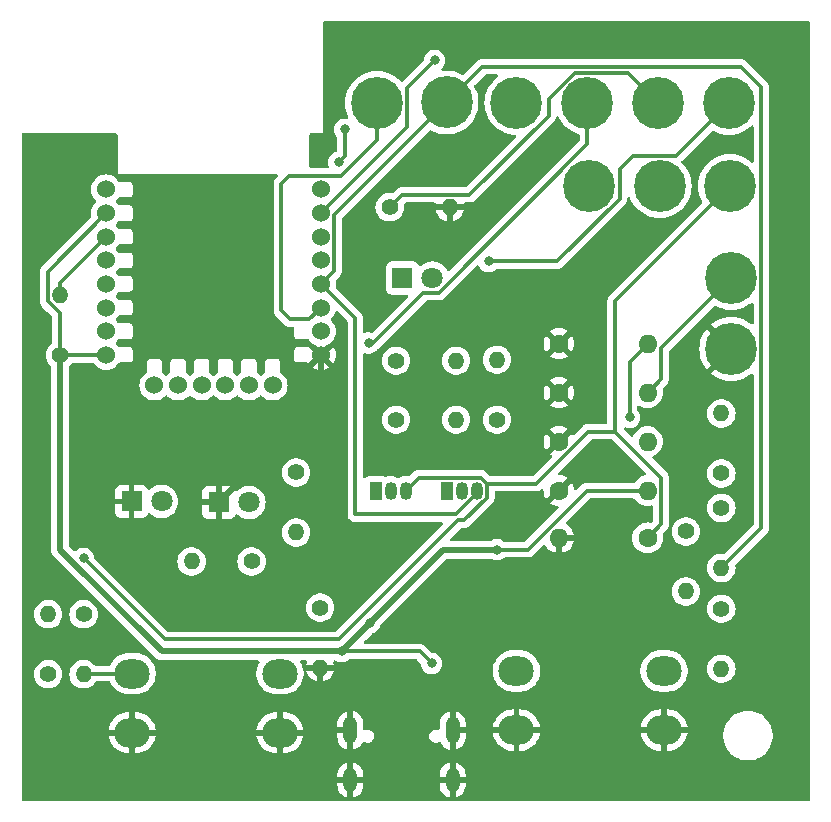
<source format=gbr>
%TF.GenerationSoftware,KiCad,Pcbnew,7.0.9*%
%TF.CreationDate,2024-01-07T00:29:14+01:00*%
%TF.ProjectId,esp32_programmer,65737033-325f-4707-926f-6772616d6d65,rev?*%
%TF.SameCoordinates,Original*%
%TF.FileFunction,Copper,L2,Bot*%
%TF.FilePolarity,Positive*%
%FSLAX46Y46*%
G04 Gerber Fmt 4.6, Leading zero omitted, Abs format (unit mm)*
G04 Created by KiCad (PCBNEW 7.0.9) date 2024-01-07 00:29:14*
%MOMM*%
%LPD*%
G01*
G04 APERTURE LIST*
%TA.AperFunction,ComponentPad*%
%ADD10C,1.400000*%
%TD*%
%TA.AperFunction,ComponentPad*%
%ADD11O,1.400000X1.400000*%
%TD*%
%TA.AperFunction,ComponentPad*%
%ADD12C,1.600000*%
%TD*%
%TA.AperFunction,ComponentPad*%
%ADD13O,1.600000X1.600000*%
%TD*%
%TA.AperFunction,ComponentPad*%
%ADD14C,0.700000*%
%TD*%
%TA.AperFunction,ComponentPad*%
%ADD15C,4.400000*%
%TD*%
%TA.AperFunction,ComponentPad*%
%ADD16O,3.000000X2.500000*%
%TD*%
%TA.AperFunction,ComponentPad*%
%ADD17R,1.800000X1.800000*%
%TD*%
%TA.AperFunction,ComponentPad*%
%ADD18C,1.800000*%
%TD*%
%TA.AperFunction,ComponentPad*%
%ADD19C,1.524000*%
%TD*%
%TA.AperFunction,ComponentPad*%
%ADD20R,1.050000X1.500000*%
%TD*%
%TA.AperFunction,ComponentPad*%
%ADD21O,1.050000X1.500000*%
%TD*%
%TA.AperFunction,ComponentPad*%
%ADD22O,1.200000X2.300000*%
%TD*%
%TA.AperFunction,ComponentPad*%
%ADD23O,1.200000X2.000000*%
%TD*%
%TA.AperFunction,ViaPad*%
%ADD24C,0.800000*%
%TD*%
%TA.AperFunction,Conductor*%
%ADD25C,0.300000*%
%TD*%
%TA.AperFunction,Conductor*%
%ADD26C,0.500000*%
%TD*%
G04 APERTURE END LIST*
D10*
%TO.P,R8,1*%
%TO.N,/PIN0*%
X149000000Y-131000000D03*
D11*
%TO.P,R8,2*%
%TO.N,Net-(R8-Pad2)*%
X149000000Y-136080000D03*
%TD*%
D12*
%TO.P,C3,1*%
%TO.N,GND*%
X135250000Y-116850000D03*
D13*
%TO.P,C3,2*%
%TO.N,VBUS*%
X142750000Y-116850000D03*
%TD*%
D14*
%TO.P,PIN0,1,1*%
%TO.N,/PIN0*%
X124080000Y-88138000D03*
X124563274Y-86971274D03*
X124563274Y-89304726D03*
X125730000Y-86488000D03*
D15*
X125730000Y-88138000D03*
D14*
X125730000Y-89788000D03*
X126896726Y-86971274D03*
X126896726Y-89304726D03*
X127380000Y-88138000D03*
%TD*%
D10*
%TO.P,R7,1*%
%TO.N,/PIN15*%
X120920000Y-97000000D03*
D11*
%TO.P,R7,2*%
%TO.N,GND*%
X126000000Y-97000000D03*
%TD*%
D10*
%TO.P,R3,1*%
%TO.N,Net-(Q1-E)*%
X121460000Y-115000000D03*
D11*
%TO.P,R3,2*%
%TO.N,Net-(Q2-B)*%
X126540000Y-115000000D03*
%TD*%
D12*
%TO.P,C5,1*%
%TO.N,/nRST*%
X142750000Y-125000000D03*
D13*
%TO.P,C5,2*%
%TO.N,GND*%
X135250000Y-125000000D03*
%TD*%
D10*
%TO.P,R1,1*%
%TO.N,Net-(P1-CC)*%
X115025581Y-130911470D03*
D11*
%TO.P,R1,2*%
%TO.N,GND*%
X115025581Y-135991470D03*
%TD*%
D14*
%TO.P,PIN2,1,1*%
%TO.N,/PIN2*%
X118183274Y-88166726D03*
X118666548Y-87000000D03*
X118666548Y-89333452D03*
X119833274Y-86516726D03*
D15*
X119833274Y-88166726D03*
D14*
X119833274Y-89816726D03*
X121000000Y-87000000D03*
X121000000Y-89333452D03*
X121483274Y-88166726D03*
%TD*%
D16*
%TO.P,SW2,1,1*%
%TO.N,Net-(R8-Pad2)*%
X131652143Y-136270872D03*
X144152143Y-136270872D03*
%TO.P,SW2,2,2*%
%TO.N,GND*%
X131652143Y-141270872D03*
X144152143Y-141270872D03*
%TD*%
D10*
%TO.P,R6,1*%
%TO.N,Net-(R5-Pad2)*%
X92000000Y-136540000D03*
D11*
%TO.P,R6,2*%
%TO.N,/nRST*%
X92000000Y-131460000D03*
%TD*%
D17*
%TO.P,D2,1,K*%
%TO.N,GND*%
X106460000Y-122000000D03*
D18*
%TO.P,D2,2,A*%
%TO.N,Net-(D2-A)*%
X109000000Y-122000000D03*
%TD*%
D17*
%TO.P,D3,1,K*%
%TO.N,GND*%
X99060000Y-121920000D03*
D18*
%TO.P,D3,2,A*%
%TO.N,Net-(D3-A)*%
X101600000Y-121920000D03*
%TD*%
D10*
%TO.P,R10,1*%
%TO.N,VBUS*%
X149000000Y-122460000D03*
D11*
%TO.P,R10,2*%
%TO.N,/PIN0*%
X149000000Y-127540000D03*
%TD*%
D17*
%TO.P,D1,1,K*%
%TO.N,/PIN16*%
X122000000Y-103000000D03*
D18*
%TO.P,D1,2,A*%
%TO.N,Net-(D1-A)*%
X124540000Y-103000000D03*
%TD*%
D14*
%TO.P,PIN16,1,1*%
%TO.N,/PIN16*%
X148000000Y-88166726D03*
X148483274Y-87000000D03*
X148483274Y-89333452D03*
X149650000Y-86516726D03*
D15*
X149650000Y-88166726D03*
D14*
X149650000Y-89816726D03*
X150816726Y-87000000D03*
X150816726Y-89333452D03*
X151300000Y-88166726D03*
%TD*%
D16*
%TO.P,SW1,1,1*%
%TO.N,GND*%
X111622018Y-141489551D03*
X99122018Y-141489551D03*
%TO.P,SW1,2,2*%
%TO.N,Net-(R5-Pad2)*%
X111622018Y-136489551D03*
X99122018Y-136489551D03*
%TD*%
D19*
%TO.P,U2,1,~{RST}*%
%TO.N,/nRST*%
X96900000Y-95500000D03*
%TO.P,U2,2,ADC*%
%TO.N,VBUS*%
X96900000Y-97500000D03*
%TO.P,U2,3,EN*%
%TO.N,/EN*%
X96900000Y-99500000D03*
%TO.P,U2,4,GPIO16*%
%TO.N,/PIN16*%
X96900000Y-101500000D03*
%TO.P,U2,5,GPIO14*%
%TO.N,unconnected-(U2-GPIO14-Pad5)*%
X96900000Y-103500000D03*
%TO.P,U2,6,GPIO12*%
%TO.N,unconnected-(U2-GPIO12-Pad6)*%
X96900000Y-105500000D03*
%TO.P,U2,7,GPIO13*%
%TO.N,unconnected-(U2-GPIO13-Pad7)*%
X96900000Y-107500000D03*
%TO.P,U2,8,VCC*%
%TO.N,VBUS*%
X96900000Y-109500000D03*
%TO.P,U2,9,CS0*%
%TO.N,unconnected-(U2-CS0-Pad9)*%
X101000000Y-112100000D03*
%TO.P,U2,10,MISO*%
%TO.N,unconnected-(U2-MISO-Pad10)*%
X103000000Y-112100000D03*
%TO.P,U2,11,GPIO9*%
%TO.N,/BOOT_LED*%
X105000000Y-112100000D03*
%TO.P,U2,12,GPIO10*%
%TO.N,unconnected-(U2-GPIO10-Pad12)*%
X107000000Y-112100000D03*
%TO.P,U2,13,MOSI*%
%TO.N,unconnected-(U2-MOSI-Pad13)*%
X109000000Y-112100000D03*
%TO.P,U2,14,SCLK*%
%TO.N,unconnected-(U2-SCLK-Pad14)*%
X111000000Y-112100000D03*
%TO.P,U2,15,GND*%
%TO.N,GND*%
X115100000Y-109500000D03*
%TO.P,U2,16,GPIO15*%
%TO.N,/PIN15*%
X115100000Y-107500000D03*
%TO.P,U2,17,GPIO2*%
%TO.N,/PIN2*%
X115100000Y-105500000D03*
%TO.P,U2,18,GPIO0*%
%TO.N,/PIN0*%
X115100000Y-103500000D03*
%TO.P,U2,19,GPIO4*%
%TO.N,unconnected-(U2-GPIO4-Pad19)*%
X115100000Y-101500000D03*
%TO.P,U2,20,GPIO5*%
%TO.N,unconnected-(U2-GPIO5-Pad20)*%
X115100000Y-99500000D03*
%TO.P,U2,21,GPIO3/RXD*%
%TO.N,/RX*%
X115100000Y-97500000D03*
%TO.P,U2,22,GPIO1/TXD*%
%TO.N,/TX*%
X115100000Y-95500000D03*
%TD*%
D14*
%TO.P,PIN15,1,1*%
%TO.N,/PIN15*%
X142000000Y-88166726D03*
X142483274Y-87000000D03*
X142483274Y-89333452D03*
X143650000Y-86516726D03*
D15*
X143650000Y-88166726D03*
D14*
X143650000Y-89816726D03*
X144816726Y-87000000D03*
X144816726Y-89333452D03*
X145300000Y-88166726D03*
%TD*%
%TO.P,GND,1,1*%
%TO.N,GND*%
X148183274Y-109000000D03*
X148666548Y-107833274D03*
X148666548Y-110166726D03*
X149833274Y-107350000D03*
D15*
X149833274Y-109000000D03*
D14*
X149833274Y-110650000D03*
X151000000Y-107833274D03*
X151000000Y-110166726D03*
X151483274Y-109000000D03*
%TD*%
%TO.P,+5V,1,1*%
%TO.N,VBUS*%
X148183274Y-103000000D03*
X148666548Y-101833274D03*
X148666548Y-104166726D03*
X149833274Y-101350000D03*
D15*
X149833274Y-103000000D03*
D14*
X149833274Y-104650000D03*
X151000000Y-101833274D03*
X151000000Y-104166726D03*
X151483274Y-103000000D03*
%TD*%
D10*
%TO.P,R5,1*%
%TO.N,/PIN16*%
X95000000Y-131460000D03*
D11*
%TO.P,R5,2*%
%TO.N,Net-(R5-Pad2)*%
X95000000Y-136540000D03*
%TD*%
D14*
%TO.P,TX,1,1*%
%TO.N,/TX*%
X143783274Y-96866726D03*
X142616548Y-96383452D03*
X144950000Y-96383452D03*
X142133274Y-95216726D03*
D15*
X143783274Y-95216726D03*
D14*
X145433274Y-95216726D03*
X142616548Y-94050000D03*
X144950000Y-94050000D03*
X143783274Y-93566726D03*
%TD*%
D10*
%TO.P,R11,1*%
%TO.N,VBUS*%
X149000000Y-119540000D03*
D11*
%TO.P,R11,2*%
%TO.N,/PIN2*%
X149000000Y-114460000D03*
%TD*%
D12*
%TO.P,C2,1*%
%TO.N,GND*%
X135250000Y-112700000D03*
D13*
%TO.P,C2,2*%
%TO.N,VBUS*%
X142750000Y-112700000D03*
%TD*%
D12*
%TO.P,C1,1*%
%TO.N,GND*%
X135250000Y-108550000D03*
D13*
%TO.P,C1,2*%
%TO.N,Net-(U1-V3)*%
X142750000Y-108550000D03*
%TD*%
D12*
%TO.P,C4,1*%
%TO.N,GND*%
X135250000Y-121000000D03*
D13*
%TO.P,C4,2*%
%TO.N,VBUS*%
X142750000Y-121000000D03*
%TD*%
D10*
%TO.P,R13,1*%
%TO.N,VBUS*%
X146000000Y-124460000D03*
D11*
%TO.P,R13,2*%
%TO.N,/nRST*%
X146000000Y-129540000D03*
%TD*%
D14*
%TO.P,BOOT,1,1*%
%TO.N,/BOOT_LED*%
X136000000Y-88166726D03*
X136483274Y-87000000D03*
X136483274Y-89333452D03*
X137650000Y-86516726D03*
D15*
X137650000Y-88166726D03*
D14*
X137650000Y-89816726D03*
X138816726Y-87000000D03*
X138816726Y-89333452D03*
X139300000Y-88166726D03*
%TD*%
%TO.P,RX,1,1*%
%TO.N,/RX*%
X137833274Y-96866726D03*
X136666548Y-96383452D03*
X139000000Y-96383452D03*
X136183274Y-95216726D03*
D15*
X137833274Y-95216726D03*
D14*
X139483274Y-95216726D03*
X136666548Y-94050000D03*
X139000000Y-94050000D03*
X137833274Y-93566726D03*
%TD*%
D20*
%TO.P,Q2,1,E*%
%TO.N,Net-(Q2-E)*%
X125730000Y-121000000D03*
D21*
%TO.P,Q2,2,B*%
%TO.N,Net-(Q2-B)*%
X127000000Y-121000000D03*
%TO.P,Q2,3,C*%
%TO.N,/PIN0*%
X128270000Y-121000000D03*
%TD*%
D20*
%TO.P,Q1,1,E*%
%TO.N,Net-(Q1-E)*%
X119730000Y-121000000D03*
D21*
%TO.P,Q1,2,B*%
%TO.N,Net-(Q1-B)*%
X121000000Y-121000000D03*
%TO.P,Q1,3,C*%
%TO.N,/nRST*%
X122270000Y-121000000D03*
%TD*%
D10*
%TO.P,R14,1*%
%TO.N,VBUS*%
X109220000Y-127000000D03*
D11*
%TO.P,R14,2*%
%TO.N,Net-(D3-A)*%
X104140000Y-127000000D03*
%TD*%
D10*
%TO.P,R2,1*%
%TO.N,Net-(Q2-E)*%
X121460000Y-110000000D03*
D11*
%TO.P,R2,2*%
%TO.N,Net-(Q1-B)*%
X126540000Y-110000000D03*
%TD*%
D10*
%TO.P,R9,1*%
%TO.N,/BOOT_LED*%
X113000000Y-119460000D03*
D11*
%TO.P,R9,2*%
%TO.N,Net-(D2-A)*%
X113000000Y-124540000D03*
%TD*%
D10*
%TO.P,R12,1*%
%TO.N,VBUS*%
X93000000Y-109540000D03*
D11*
%TO.P,R12,2*%
%TO.N,/EN*%
X93000000Y-104460000D03*
%TD*%
D14*
%TO.P,nRST,1,1*%
%TO.N,/nRST*%
X149733274Y-96866726D03*
X148566548Y-96383452D03*
X150900000Y-96383452D03*
X148083274Y-95216726D03*
D15*
X149733274Y-95216726D03*
D14*
X151383274Y-95216726D03*
X148566548Y-94050000D03*
X150900000Y-94050000D03*
X149733274Y-93566726D03*
%TD*%
D10*
%TO.P,R4,1*%
%TO.N,VBUS*%
X130000000Y-115000000D03*
D11*
%TO.P,R4,2*%
%TO.N,Net-(D1-A)*%
X130000000Y-109920000D03*
%TD*%
D14*
%TO.P,EN,1,1*%
%TO.N,/EN*%
X130000000Y-88166726D03*
X130483274Y-87000000D03*
X130483274Y-89333452D03*
X131650000Y-86516726D03*
D15*
X131650000Y-88166726D03*
D14*
X131650000Y-89816726D03*
X132816726Y-87000000D03*
X132816726Y-89333452D03*
X133300000Y-88166726D03*
%TD*%
D22*
%TO.P,P1,S1,SHIELD*%
%TO.N,GND*%
X117595000Y-141300000D03*
D23*
X117595000Y-145500000D03*
D22*
X126245000Y-141300000D03*
D23*
X126245000Y-145500000D03*
%TD*%
D24*
%TO.N,GND*%
X130000000Y-131000000D03*
%TO.N,Net-(U1-V3)*%
X141224000Y-114808000D03*
%TO.N,VBUS*%
X116840000Y-134620000D03*
X124460000Y-135636000D03*
X130000000Y-126000000D03*
X119230658Y-132218518D03*
%TO.N,/nRST*%
X94996000Y-126746000D03*
%TO.N,/PIN16*%
X129286000Y-101600000D03*
%TO.N,/RX*%
X124714000Y-84582000D03*
%TO.N,/TX*%
X117094000Y-90424000D03*
X116586000Y-93218000D03*
%TO.N,/BOOT_LED*%
X119126000Y-108500000D03*
%TD*%
D25*
%TO.N,/BOOT_LED*%
X119126000Y-108500000D02*
X119500000Y-108500000D01*
X119500000Y-108500000D02*
X123750000Y-104250000D01*
X123750000Y-104250000D02*
X125057767Y-104250000D01*
X125057767Y-104250000D02*
X137650000Y-91657767D01*
X137650000Y-91657767D02*
X137650000Y-88166726D01*
D26*
%TO.N,GND*%
X113305026Y-115286988D02*
X113173012Y-115286988D01*
X113173012Y-115286988D02*
X106460000Y-122000000D01*
X126245000Y-134755000D02*
X126245000Y-141300000D01*
X115100000Y-109500000D02*
X115100000Y-113360000D01*
X115100000Y-113360000D02*
X113305026Y-115154974D01*
X130000000Y-131000000D02*
X126245000Y-134755000D01*
X113305026Y-115154974D02*
X113305026Y-115286988D01*
D25*
%TO.N,Net-(U1-V3)*%
X141224000Y-114808000D02*
X141224000Y-110076000D01*
X141224000Y-110076000D02*
X142750000Y-108550000D01*
D26*
%TO.N,VBUS*%
X119241482Y-132218518D02*
X125460000Y-126000000D01*
D25*
X93000000Y-109540000D02*
X96860000Y-109540000D01*
X123444000Y-134620000D02*
X116840000Y-134620000D01*
X91950000Y-104950000D02*
X91950000Y-102450000D01*
X96860000Y-109540000D02*
X96900000Y-109500000D01*
D26*
X101620000Y-134620000D02*
X93000000Y-126000000D01*
D25*
X93000000Y-109540000D02*
X93000000Y-106000000D01*
D26*
X119230658Y-132229342D02*
X119230658Y-132218518D01*
X93000000Y-126000000D02*
X93000000Y-109540000D01*
D25*
X143900000Y-108933274D02*
X143900000Y-109000000D01*
X124460000Y-135636000D02*
X123444000Y-134620000D01*
D26*
X116840000Y-134620000D02*
X101620000Y-134620000D01*
D25*
X143900000Y-109000000D02*
X143900000Y-111550000D01*
X137623654Y-121000000D02*
X142750000Y-121000000D01*
D26*
X116840000Y-134620000D02*
X119230658Y-132229342D01*
X125460000Y-126000000D02*
X130000000Y-126000000D01*
D25*
X143900000Y-111550000D02*
X142750000Y-112700000D01*
X91950000Y-102450000D02*
X96900000Y-97500000D01*
X132623654Y-126000000D02*
X137623654Y-121000000D01*
X149833274Y-103000000D02*
X143900000Y-108933274D01*
D26*
X119230658Y-132218518D02*
X119241482Y-132218518D01*
D25*
X130000000Y-126000000D02*
X132623654Y-126000000D01*
X93000000Y-106000000D02*
X91950000Y-104950000D01*
%TO.N,/nRST*%
X143900000Y-123850000D02*
X142750000Y-125000000D01*
X149733274Y-95216726D02*
X140000000Y-104950000D01*
X126690000Y-123500000D02*
X127232437Y-123500000D01*
X94996000Y-126746000D02*
X101854000Y-133604000D01*
X129145000Y-120412563D02*
X133313783Y-120412563D01*
X129145000Y-120412563D02*
X128632437Y-119900000D01*
X143900000Y-119900000D02*
X143900000Y-123850000D01*
X133313783Y-120412563D02*
X137726346Y-116000000D01*
X140000000Y-116000000D02*
X143900000Y-119900000D01*
X123370000Y-119900000D02*
X122270000Y-121000000D01*
X101854000Y-133604000D02*
X116586000Y-133604000D01*
X140000000Y-104950000D02*
X140000000Y-116000000D01*
X116586000Y-133604000D02*
X126690000Y-123500000D01*
X129145000Y-121587437D02*
X129145000Y-120412563D01*
X127232437Y-123500000D02*
X129145000Y-121587437D01*
X137726346Y-116000000D02*
X140000000Y-116000000D01*
X128632437Y-119900000D02*
X123370000Y-119900000D01*
%TO.N,/PIN16*%
X145150000Y-92666726D02*
X141521274Y-92666726D01*
X140383274Y-93804726D02*
X140383274Y-96272971D01*
X135056245Y-101600000D02*
X129286000Y-101600000D01*
X149650000Y-88166726D02*
X145150000Y-92666726D01*
X129286000Y-101600000D02*
X129032000Y-101600000D01*
X141521274Y-92666726D02*
X140383274Y-93804726D01*
X140383274Y-96272971D02*
X135056245Y-101600000D01*
%TO.N,/RX*%
X124714000Y-84582000D02*
X122383274Y-86912726D01*
X122383274Y-90216726D02*
X115100000Y-97500000D01*
X122383274Y-86912726D02*
X122383274Y-90216726D01*
%TO.N,/TX*%
X117094000Y-90424000D02*
X117094000Y-92710000D01*
X117094000Y-92710000D02*
X116586000Y-93218000D01*
%TO.N,/PIN0*%
X128270000Y-121000000D02*
X128270000Y-121225000D01*
X152383274Y-86851274D02*
X152383274Y-124156726D01*
X126495000Y-123000000D02*
X118000000Y-123000000D01*
X150648726Y-85116726D02*
X152383274Y-86851274D01*
X152383274Y-124156726D02*
X149000000Y-127540000D01*
X118000000Y-123000000D02*
X118000000Y-106400000D01*
X116212000Y-102388000D02*
X115100000Y-103500000D01*
X118000000Y-106400000D02*
X115100000Y-103500000D01*
X125730000Y-88138000D02*
X116212000Y-97656000D01*
X128270000Y-121225000D02*
X126495000Y-123000000D01*
X128751274Y-85116726D02*
X150648726Y-85116726D01*
X125730000Y-88138000D02*
X128751274Y-85116726D01*
X116212000Y-97656000D02*
X116212000Y-102388000D01*
%TO.N,/EN*%
X96900000Y-99500000D02*
X93000000Y-103400000D01*
X93000000Y-103400000D02*
X93000000Y-104460000D01*
%TO.N,/PIN15*%
X141100000Y-85616726D02*
X136593755Y-85616726D01*
X143650000Y-88166726D02*
X141100000Y-85616726D01*
X134366000Y-89249075D02*
X127665075Y-95950000D01*
X134366000Y-87844481D02*
X134366000Y-89249075D01*
X136593755Y-85616726D02*
X134366000Y-87844481D01*
X127665075Y-95950000D02*
X121970000Y-95950000D01*
X121970000Y-95950000D02*
X120920000Y-97000000D01*
%TO.N,/PIN2*%
X112500000Y-106500000D02*
X114100000Y-106500000D01*
X119833274Y-88166726D02*
X119833274Y-91277995D01*
X111750000Y-95000000D02*
X111750000Y-105750000D01*
X119833274Y-91277995D02*
X116761269Y-94350000D01*
X112400000Y-94350000D02*
X111750000Y-95000000D01*
X114100000Y-106500000D02*
X115100000Y-105500000D01*
X111750000Y-105750000D02*
X112500000Y-106500000D01*
X116761269Y-94350000D02*
X112400000Y-94350000D01*
%TO.N,Net-(R5-Pad2)*%
X99122018Y-136489551D02*
X95050449Y-136489551D01*
X95050449Y-136489551D02*
X95000000Y-136540000D01*
%TD*%
%TA.AperFunction,Conductor*%
%TO.N,GND*%
G36*
X156442539Y-81270185D02*
G01*
X156488294Y-81322989D01*
X156499500Y-81374500D01*
X156499500Y-147125500D01*
X156479815Y-147192539D01*
X156427011Y-147238294D01*
X156375500Y-147249500D01*
X89874500Y-147249500D01*
X89807461Y-147229815D01*
X89761706Y-147177011D01*
X89750500Y-147125500D01*
X89750500Y-145952398D01*
X116495000Y-145952398D01*
X116509965Y-146109122D01*
X116509966Y-146109126D01*
X116569149Y-146310686D01*
X116665413Y-146497414D01*
X116795268Y-146662537D01*
X116795271Y-146662540D01*
X116954030Y-146800105D01*
X116954041Y-146800114D01*
X117135960Y-146905144D01*
X117135967Y-146905147D01*
X117334487Y-146973856D01*
X117345000Y-146975367D01*
X117345000Y-146016110D01*
X117369457Y-146055610D01*
X117458962Y-146123201D01*
X117566840Y-146153895D01*
X117678521Y-146143546D01*
X117778922Y-146093552D01*
X117845000Y-146021069D01*
X117845000Y-146971257D01*
X117956409Y-146944229D01*
X118147507Y-146856959D01*
X118318619Y-146735110D01*
X118318625Y-146735104D01*
X118463592Y-146583067D01*
X118577166Y-146406342D01*
X118655244Y-146211314D01*
X118695000Y-146005037D01*
X118695000Y-145952398D01*
X125145000Y-145952398D01*
X125159965Y-146109122D01*
X125159966Y-146109126D01*
X125219149Y-146310686D01*
X125315413Y-146497414D01*
X125445268Y-146662537D01*
X125445271Y-146662540D01*
X125604030Y-146800105D01*
X125604041Y-146800114D01*
X125785960Y-146905144D01*
X125785967Y-146905147D01*
X125984487Y-146973856D01*
X125995000Y-146975367D01*
X125995000Y-146016110D01*
X126019457Y-146055610D01*
X126108962Y-146123201D01*
X126216840Y-146153895D01*
X126328521Y-146143546D01*
X126428922Y-146093552D01*
X126495000Y-146021069D01*
X126495000Y-146971257D01*
X126606409Y-146944229D01*
X126797507Y-146856959D01*
X126968619Y-146735110D01*
X126968625Y-146735104D01*
X127113592Y-146583067D01*
X127227166Y-146406342D01*
X127305244Y-146211314D01*
X127345000Y-146005037D01*
X127345000Y-145750000D01*
X126545000Y-145750000D01*
X126545000Y-145250000D01*
X127345000Y-145250000D01*
X127345000Y-145047601D01*
X127330034Y-144890877D01*
X127330033Y-144890873D01*
X127270850Y-144689313D01*
X127174586Y-144502585D01*
X127044731Y-144337462D01*
X127044728Y-144337459D01*
X126885969Y-144199894D01*
X126885958Y-144199885D01*
X126704039Y-144094855D01*
X126704032Y-144094852D01*
X126505516Y-144026144D01*
X126495000Y-144024632D01*
X126495000Y-144983889D01*
X126470543Y-144944390D01*
X126381038Y-144876799D01*
X126273160Y-144846105D01*
X126161479Y-144856454D01*
X126061078Y-144906448D01*
X125995000Y-144978930D01*
X125995000Y-144028740D01*
X125994999Y-144028740D01*
X125883594Y-144055768D01*
X125883582Y-144055772D01*
X125692497Y-144143037D01*
X125692496Y-144143038D01*
X125521380Y-144264889D01*
X125521374Y-144264895D01*
X125376407Y-144416932D01*
X125262833Y-144593657D01*
X125184755Y-144788685D01*
X125145000Y-144994962D01*
X125145000Y-145250000D01*
X125945000Y-145250000D01*
X125945000Y-145750000D01*
X125145000Y-145750000D01*
X125145000Y-145952398D01*
X118695000Y-145952398D01*
X118695000Y-145750000D01*
X117895000Y-145750000D01*
X117895000Y-145250000D01*
X118695000Y-145250000D01*
X118695000Y-145047601D01*
X118680034Y-144890877D01*
X118680033Y-144890873D01*
X118620850Y-144689313D01*
X118524586Y-144502585D01*
X118394731Y-144337462D01*
X118394728Y-144337459D01*
X118235969Y-144199894D01*
X118235958Y-144199885D01*
X118054039Y-144094855D01*
X118054032Y-144094852D01*
X117855516Y-144026144D01*
X117845000Y-144024632D01*
X117845000Y-144983889D01*
X117820543Y-144944390D01*
X117731038Y-144876799D01*
X117623160Y-144846105D01*
X117511479Y-144856454D01*
X117411078Y-144906448D01*
X117345000Y-144978930D01*
X117345000Y-144028740D01*
X117344999Y-144028740D01*
X117233594Y-144055768D01*
X117233582Y-144055772D01*
X117042497Y-144143037D01*
X117042496Y-144143038D01*
X116871380Y-144264889D01*
X116871374Y-144264895D01*
X116726407Y-144416932D01*
X116612833Y-144593657D01*
X116534755Y-144788685D01*
X116495000Y-144994962D01*
X116495000Y-145250000D01*
X117295000Y-145250000D01*
X117295000Y-145750000D01*
X116495000Y-145750000D01*
X116495000Y-145952398D01*
X89750500Y-145952398D01*
X89750500Y-141239551D01*
X97139932Y-141239551D01*
X98576136Y-141239551D01*
X98537462Y-141332920D01*
X98516841Y-141489551D01*
X98537462Y-141646182D01*
X98576136Y-141739551D01*
X97139933Y-141739551D01*
X97161108Y-141880048D01*
X97161110Y-141880056D01*
X97238422Y-142130692D01*
X97238423Y-142130696D01*
X97352222Y-142367000D01*
X97352224Y-142367004D01*
X97499976Y-142583718D01*
X97499977Y-142583720D01*
X97678369Y-142775980D01*
X97678378Y-142775988D01*
X97883444Y-142939522D01*
X98110591Y-143070667D01*
X98354747Y-143166492D01*
X98610467Y-143224857D01*
X98610471Y-143224858D01*
X98806533Y-143239551D01*
X98872018Y-143239551D01*
X98872018Y-142035432D01*
X98965387Y-142074107D01*
X99082695Y-142089551D01*
X99161341Y-142089551D01*
X99278649Y-142074107D01*
X99372018Y-142035432D01*
X99372018Y-143239551D01*
X99437503Y-143239551D01*
X99633564Y-143224858D01*
X99633568Y-143224857D01*
X99889288Y-143166492D01*
X100133444Y-143070667D01*
X100360591Y-142939522D01*
X100565657Y-142775988D01*
X100565666Y-142775980D01*
X100744058Y-142583720D01*
X100744059Y-142583718D01*
X100891811Y-142367005D01*
X100891816Y-142366996D01*
X101005613Y-142130694D01*
X101082925Y-141880056D01*
X101082927Y-141880048D01*
X101104103Y-141739551D01*
X99667900Y-141739551D01*
X99706574Y-141646182D01*
X99727195Y-141489551D01*
X99706574Y-141332920D01*
X99667900Y-141239551D01*
X101104103Y-141239551D01*
X109639932Y-141239551D01*
X111076136Y-141239551D01*
X111037462Y-141332920D01*
X111016841Y-141489551D01*
X111037462Y-141646182D01*
X111076136Y-141739551D01*
X109639933Y-141739551D01*
X109661108Y-141880048D01*
X109661110Y-141880056D01*
X109738422Y-142130692D01*
X109738423Y-142130696D01*
X109852222Y-142367000D01*
X109852224Y-142367004D01*
X109999976Y-142583718D01*
X109999977Y-142583720D01*
X110178369Y-142775980D01*
X110178378Y-142775988D01*
X110383444Y-142939522D01*
X110610591Y-143070667D01*
X110854747Y-143166492D01*
X111110467Y-143224857D01*
X111110471Y-143224858D01*
X111306533Y-143239551D01*
X111372018Y-143239551D01*
X111372018Y-142035432D01*
X111465387Y-142074107D01*
X111582695Y-142089551D01*
X111661341Y-142089551D01*
X111778649Y-142074107D01*
X111872018Y-142035432D01*
X111872018Y-143239551D01*
X111937503Y-143239551D01*
X112133564Y-143224858D01*
X112133568Y-143224857D01*
X112389288Y-143166492D01*
X112633444Y-143070667D01*
X112860591Y-142939522D01*
X113065657Y-142775988D01*
X113065666Y-142775980D01*
X113244058Y-142583720D01*
X113244059Y-142583718D01*
X113391811Y-142367005D01*
X113391816Y-142366996D01*
X113505613Y-142130694D01*
X113576033Y-141902398D01*
X116495000Y-141902398D01*
X116509965Y-142059122D01*
X116509966Y-142059126D01*
X116569149Y-142260686D01*
X116665413Y-142447414D01*
X116795268Y-142612537D01*
X116795271Y-142612540D01*
X116954030Y-142750105D01*
X116954041Y-142750114D01*
X117135960Y-142855144D01*
X117135967Y-142855147D01*
X117334487Y-142923856D01*
X117345000Y-142925367D01*
X117345000Y-142016110D01*
X117369457Y-142055610D01*
X117458962Y-142123201D01*
X117566840Y-142153895D01*
X117678521Y-142143546D01*
X117778922Y-142093552D01*
X117845000Y-142021069D01*
X117845000Y-142921257D01*
X117956409Y-142894229D01*
X118147507Y-142806959D01*
X118318619Y-142685110D01*
X118318625Y-142685104D01*
X118463592Y-142533067D01*
X118577167Y-142356341D01*
X118583080Y-142341570D01*
X118626268Y-142286647D01*
X118692294Y-142263793D01*
X118760195Y-142280263D01*
X118762576Y-142281673D01*
X118808618Y-142309672D01*
X118954335Y-142350500D01*
X118954336Y-142350500D01*
X119067659Y-142350500D01*
X119095723Y-142346642D01*
X119179920Y-142335070D01*
X119306097Y-142280263D01*
X119318716Y-142274782D01*
X119318716Y-142274781D01*
X119318720Y-142274780D01*
X119436108Y-142179278D01*
X119523377Y-142055647D01*
X119539363Y-142010666D01*
X119574053Y-141913060D01*
X119574053Y-141913058D01*
X119574054Y-141913056D01*
X119579193Y-141837921D01*
X124255619Y-141837921D01*
X124286405Y-141986078D01*
X124286407Y-141986083D01*
X124286408Y-141986085D01*
X124356029Y-142120447D01*
X124356031Y-142120449D01*
X124356032Y-142120451D01*
X124459318Y-142231043D01*
X124459320Y-142231044D01*
X124588618Y-142309672D01*
X124734335Y-142350500D01*
X124734336Y-142350500D01*
X124847659Y-142350500D01*
X124875723Y-142346642D01*
X124959920Y-142335070D01*
X125096611Y-142275695D01*
X125165941Y-142267042D01*
X125228946Y-142297245D01*
X125256228Y-142332610D01*
X125315413Y-142447414D01*
X125445268Y-142612537D01*
X125445271Y-142612540D01*
X125604030Y-142750105D01*
X125604041Y-142750114D01*
X125785960Y-142855144D01*
X125785967Y-142855147D01*
X125984487Y-142923856D01*
X125995000Y-142925367D01*
X125995000Y-142016110D01*
X126019457Y-142055610D01*
X126108962Y-142123201D01*
X126216840Y-142153895D01*
X126328521Y-142143546D01*
X126428922Y-142093552D01*
X126495000Y-142021069D01*
X126495000Y-142921257D01*
X126606409Y-142894229D01*
X126797507Y-142806959D01*
X126968619Y-142685110D01*
X126968625Y-142685104D01*
X127113592Y-142533067D01*
X127227166Y-142356342D01*
X127305244Y-142161314D01*
X127345000Y-141955037D01*
X127345000Y-141550000D01*
X126545000Y-141550000D01*
X126545000Y-141050000D01*
X127345000Y-141050000D01*
X127345000Y-141020872D01*
X129670057Y-141020872D01*
X131106261Y-141020872D01*
X131067587Y-141114241D01*
X131046966Y-141270872D01*
X131067587Y-141427503D01*
X131106261Y-141520872D01*
X129670058Y-141520872D01*
X129691233Y-141661369D01*
X129691235Y-141661377D01*
X129768547Y-141912013D01*
X129768548Y-141912017D01*
X129882347Y-142148321D01*
X129882349Y-142148325D01*
X130030101Y-142365039D01*
X130030102Y-142365041D01*
X130208494Y-142557301D01*
X130208503Y-142557309D01*
X130413569Y-142720843D01*
X130640716Y-142851988D01*
X130884872Y-142947813D01*
X131140592Y-143006178D01*
X131140596Y-143006179D01*
X131336658Y-143020872D01*
X131402143Y-143020872D01*
X131402143Y-141816753D01*
X131495512Y-141855428D01*
X131612820Y-141870872D01*
X131691466Y-141870872D01*
X131808774Y-141855428D01*
X131902143Y-141816753D01*
X131902143Y-143020872D01*
X131967628Y-143020872D01*
X132163689Y-143006179D01*
X132163693Y-143006178D01*
X132419413Y-142947813D01*
X132663569Y-142851988D01*
X132890716Y-142720843D01*
X133095782Y-142557309D01*
X133095791Y-142557301D01*
X133274183Y-142365041D01*
X133274184Y-142365039D01*
X133421936Y-142148326D01*
X133421941Y-142148317D01*
X133535738Y-141912015D01*
X133613050Y-141661377D01*
X133613052Y-141661369D01*
X133634228Y-141520872D01*
X132198025Y-141520872D01*
X132236699Y-141427503D01*
X132257320Y-141270872D01*
X132236699Y-141114241D01*
X132198025Y-141020872D01*
X133634228Y-141020872D01*
X142170057Y-141020872D01*
X143606261Y-141020872D01*
X143567587Y-141114241D01*
X143546966Y-141270872D01*
X143567587Y-141427503D01*
X143606261Y-141520872D01*
X142170058Y-141520872D01*
X142191233Y-141661369D01*
X142191235Y-141661377D01*
X142268547Y-141912013D01*
X142268548Y-141912017D01*
X142382347Y-142148321D01*
X142382349Y-142148325D01*
X142530101Y-142365039D01*
X142530102Y-142365041D01*
X142708494Y-142557301D01*
X142708503Y-142557309D01*
X142913569Y-142720843D01*
X143140716Y-142851988D01*
X143384872Y-142947813D01*
X143640592Y-143006178D01*
X143640596Y-143006179D01*
X143836658Y-143020872D01*
X143902143Y-143020872D01*
X143902143Y-141816753D01*
X143995512Y-141855428D01*
X144112820Y-141870872D01*
X144191466Y-141870872D01*
X144308774Y-141855428D01*
X144402143Y-141816753D01*
X144402143Y-143020872D01*
X144467628Y-143020872D01*
X144663689Y-143006179D01*
X144663693Y-143006178D01*
X144919413Y-142947813D01*
X145163569Y-142851988D01*
X145390716Y-142720843D01*
X145595782Y-142557309D01*
X145595791Y-142557301D01*
X145774183Y-142365041D01*
X145774184Y-142365039D01*
X145921936Y-142148326D01*
X145921941Y-142148317D01*
X146035738Y-141912015D01*
X146041394Y-141893678D01*
X149149500Y-141893678D01*
X149184500Y-142148321D01*
X149188629Y-142178357D01*
X149188630Y-142178364D01*
X149225421Y-142309671D01*
X149266156Y-142455058D01*
X149266157Y-142455061D01*
X149266158Y-142455063D01*
X149266158Y-142455064D01*
X149380634Y-142718617D01*
X149487426Y-142894229D01*
X149529945Y-142964147D01*
X149711292Y-143187053D01*
X149767504Y-143239551D01*
X149921299Y-143383187D01*
X149921302Y-143383189D01*
X150156064Y-143548901D01*
X150411203Y-143681104D01*
X150681968Y-143777334D01*
X150963314Y-143835798D01*
X151178248Y-143850500D01*
X151178253Y-143850500D01*
X151321747Y-143850500D01*
X151321752Y-143850500D01*
X151536686Y-143835798D01*
X151818032Y-143777334D01*
X152088797Y-143681104D01*
X152343936Y-143548901D01*
X152578698Y-143383189D01*
X152788708Y-143187053D01*
X152970055Y-142964147D01*
X153119361Y-142718625D01*
X153119363Y-142718620D01*
X153119365Y-142718617D01*
X153233841Y-142455064D01*
X153233844Y-142455058D01*
X153311371Y-142178358D01*
X153350500Y-141893678D01*
X153350500Y-141606322D01*
X153311371Y-141321642D01*
X153233844Y-141044942D01*
X153200547Y-140968284D01*
X153119365Y-140781382D01*
X153068416Y-140697601D01*
X152970055Y-140535853D01*
X152788708Y-140312947D01*
X152642828Y-140176704D01*
X152578700Y-140116812D01*
X152343935Y-139951098D01*
X152122219Y-139836214D01*
X152088797Y-139818896D01*
X152088796Y-139818895D01*
X152088793Y-139818894D01*
X151818037Y-139722667D01*
X151818034Y-139722666D01*
X151586878Y-139674632D01*
X151536686Y-139664202D01*
X151536684Y-139664201D01*
X151536680Y-139664201D01*
X151400654Y-139654897D01*
X151321752Y-139649500D01*
X151178248Y-139649500D01*
X151104743Y-139654527D01*
X150963319Y-139664201D01*
X150681965Y-139722666D01*
X150681962Y-139722667D01*
X150411206Y-139818894D01*
X150156064Y-139951098D01*
X149921299Y-140116812D01*
X149711289Y-140312950D01*
X149529944Y-140535853D01*
X149380634Y-140781382D01*
X149266158Y-141044935D01*
X149266158Y-141044936D01*
X149266156Y-141044939D01*
X149266156Y-141044942D01*
X149250997Y-141099045D01*
X149188630Y-141321635D01*
X149188629Y-141321642D01*
X149158018Y-141544353D01*
X149149500Y-141606322D01*
X149149500Y-141893678D01*
X146041394Y-141893678D01*
X146113050Y-141661377D01*
X146113052Y-141661369D01*
X146134228Y-141520872D01*
X144698025Y-141520872D01*
X144736699Y-141427503D01*
X144757320Y-141270872D01*
X144736699Y-141114241D01*
X144698025Y-141020872D01*
X146134228Y-141020872D01*
X146113052Y-140880374D01*
X146113050Y-140880366D01*
X146035738Y-140629730D01*
X146035737Y-140629726D01*
X145921938Y-140393422D01*
X145921936Y-140393418D01*
X145774184Y-140176704D01*
X145774183Y-140176702D01*
X145595791Y-139984442D01*
X145595782Y-139984434D01*
X145390716Y-139820900D01*
X145163569Y-139689755D01*
X144919413Y-139593930D01*
X144663693Y-139535565D01*
X144663689Y-139535564D01*
X144467628Y-139520872D01*
X144402143Y-139520872D01*
X144402143Y-140724990D01*
X144308774Y-140686316D01*
X144191466Y-140670872D01*
X144112820Y-140670872D01*
X143995512Y-140686316D01*
X143902143Y-140724990D01*
X143902143Y-139520872D01*
X143836658Y-139520872D01*
X143640596Y-139535564D01*
X143640592Y-139535565D01*
X143384872Y-139593930D01*
X143140716Y-139689755D01*
X142913569Y-139820900D01*
X142708503Y-139984434D01*
X142708494Y-139984442D01*
X142530102Y-140176702D01*
X142530101Y-140176704D01*
X142382349Y-140393417D01*
X142382344Y-140393426D01*
X142268547Y-140629728D01*
X142191235Y-140880366D01*
X142191233Y-140880374D01*
X142170057Y-141020872D01*
X133634228Y-141020872D01*
X133613052Y-140880374D01*
X133613050Y-140880366D01*
X133535738Y-140629730D01*
X133535737Y-140629726D01*
X133421938Y-140393422D01*
X133421936Y-140393418D01*
X133274184Y-140176704D01*
X133274183Y-140176702D01*
X133095791Y-139984442D01*
X133095782Y-139984434D01*
X132890716Y-139820900D01*
X132663569Y-139689755D01*
X132419413Y-139593930D01*
X132163693Y-139535565D01*
X132163689Y-139535564D01*
X131967628Y-139520872D01*
X131902143Y-139520872D01*
X131902143Y-140724990D01*
X131808774Y-140686316D01*
X131691466Y-140670872D01*
X131612820Y-140670872D01*
X131495512Y-140686316D01*
X131402143Y-140724990D01*
X131402143Y-139520872D01*
X131336658Y-139520872D01*
X131140596Y-139535564D01*
X131140592Y-139535565D01*
X130884872Y-139593930D01*
X130640716Y-139689755D01*
X130413569Y-139820900D01*
X130208503Y-139984434D01*
X130208494Y-139984442D01*
X130030102Y-140176702D01*
X130030101Y-140176704D01*
X129882349Y-140393417D01*
X129882344Y-140393426D01*
X129768547Y-140629728D01*
X129691235Y-140880366D01*
X129691233Y-140880374D01*
X129670057Y-141020872D01*
X127345000Y-141020872D01*
X127345000Y-140697601D01*
X127330034Y-140540877D01*
X127330033Y-140540873D01*
X127270850Y-140339313D01*
X127174586Y-140152585D01*
X127044731Y-139987462D01*
X127044728Y-139987459D01*
X126885969Y-139849894D01*
X126885958Y-139849885D01*
X126704039Y-139744855D01*
X126704032Y-139744852D01*
X126505516Y-139676144D01*
X126495000Y-139674632D01*
X126495000Y-140583889D01*
X126470543Y-140544390D01*
X126381038Y-140476799D01*
X126273160Y-140446105D01*
X126161479Y-140456454D01*
X126061078Y-140506448D01*
X125995000Y-140578930D01*
X125995000Y-139678740D01*
X125994999Y-139678740D01*
X125883594Y-139705768D01*
X125883582Y-139705772D01*
X125692497Y-139793037D01*
X125692496Y-139793038D01*
X125521380Y-139914889D01*
X125521374Y-139914895D01*
X125376407Y-140066932D01*
X125262833Y-140243657D01*
X125184755Y-140438685D01*
X125145000Y-140644962D01*
X125145000Y-141158644D01*
X125125315Y-141225683D01*
X125072511Y-141271438D01*
X125003353Y-141281382D01*
X124987553Y-141278047D01*
X124885665Y-141249500D01*
X124772342Y-141249500D01*
X124772341Y-141249500D01*
X124660082Y-141264929D01*
X124660079Y-141264930D01*
X124521283Y-141325217D01*
X124403889Y-141420724D01*
X124316623Y-141544352D01*
X124316621Y-141544355D01*
X124265946Y-141686939D01*
X124265946Y-141686942D01*
X124255619Y-141837918D01*
X124255619Y-141837921D01*
X119579193Y-141837921D01*
X119584381Y-141762079D01*
X119568768Y-141686944D01*
X119553594Y-141613921D01*
X119553592Y-141613918D01*
X119553592Y-141613915D01*
X119483971Y-141479553D01*
X119483967Y-141479549D01*
X119483967Y-141479548D01*
X119380681Y-141368956D01*
X119302053Y-141321141D01*
X119251382Y-141290328D01*
X119105665Y-141249500D01*
X118992342Y-141249500D01*
X118992341Y-141249500D01*
X118880082Y-141264929D01*
X118880079Y-141264930D01*
X118868398Y-141270004D01*
X118799066Y-141278655D01*
X118736063Y-141248449D01*
X118699392Y-141188977D01*
X118695000Y-141156268D01*
X118695000Y-140697601D01*
X118680034Y-140540877D01*
X118680033Y-140540873D01*
X118620850Y-140339313D01*
X118524586Y-140152585D01*
X118394731Y-139987462D01*
X118394728Y-139987459D01*
X118235969Y-139849894D01*
X118235958Y-139849885D01*
X118054039Y-139744855D01*
X118054032Y-139744852D01*
X117855516Y-139676144D01*
X117845000Y-139674632D01*
X117845000Y-140583889D01*
X117820543Y-140544390D01*
X117731038Y-140476799D01*
X117623160Y-140446105D01*
X117511479Y-140456454D01*
X117411078Y-140506448D01*
X117345000Y-140578930D01*
X117345000Y-139678740D01*
X117344999Y-139678740D01*
X117233594Y-139705768D01*
X117233582Y-139705772D01*
X117042497Y-139793037D01*
X117042496Y-139793038D01*
X116871380Y-139914889D01*
X116871374Y-139914895D01*
X116726407Y-140066932D01*
X116612833Y-140243657D01*
X116534755Y-140438685D01*
X116495000Y-140644962D01*
X116495000Y-141050000D01*
X117295000Y-141050000D01*
X117295000Y-141550000D01*
X116495000Y-141550000D01*
X116495000Y-141902398D01*
X113576033Y-141902398D01*
X113582925Y-141880056D01*
X113582927Y-141880048D01*
X113604103Y-141739551D01*
X112167900Y-141739551D01*
X112206574Y-141646182D01*
X112227195Y-141489551D01*
X112206574Y-141332920D01*
X112167900Y-141239551D01*
X113604103Y-141239551D01*
X113582927Y-141099053D01*
X113582925Y-141099045D01*
X113505613Y-140848409D01*
X113505612Y-140848405D01*
X113391813Y-140612101D01*
X113391811Y-140612097D01*
X113244059Y-140395383D01*
X113244058Y-140395381D01*
X113065666Y-140203121D01*
X113065657Y-140203113D01*
X112860591Y-140039579D01*
X112633444Y-139908434D01*
X112389288Y-139812609D01*
X112133568Y-139754244D01*
X112133564Y-139754243D01*
X111937503Y-139739551D01*
X111872018Y-139739551D01*
X111872018Y-140943669D01*
X111778649Y-140904995D01*
X111661341Y-140889551D01*
X111582695Y-140889551D01*
X111465387Y-140904995D01*
X111372018Y-140943669D01*
X111372018Y-139739551D01*
X111306533Y-139739551D01*
X111110471Y-139754243D01*
X111110467Y-139754244D01*
X110854747Y-139812609D01*
X110610591Y-139908434D01*
X110383444Y-140039579D01*
X110178378Y-140203113D01*
X110178369Y-140203121D01*
X109999977Y-140395381D01*
X109999976Y-140395383D01*
X109852224Y-140612096D01*
X109852219Y-140612105D01*
X109738422Y-140848407D01*
X109661110Y-141099045D01*
X109661108Y-141099053D01*
X109639932Y-141239551D01*
X101104103Y-141239551D01*
X101082927Y-141099053D01*
X101082925Y-141099045D01*
X101005613Y-140848409D01*
X101005612Y-140848405D01*
X100891813Y-140612101D01*
X100891811Y-140612097D01*
X100744059Y-140395383D01*
X100744058Y-140395381D01*
X100565666Y-140203121D01*
X100565657Y-140203113D01*
X100360591Y-140039579D01*
X100133444Y-139908434D01*
X99889288Y-139812609D01*
X99633568Y-139754244D01*
X99633564Y-139754243D01*
X99437503Y-139739551D01*
X99372018Y-139739551D01*
X99372018Y-140943669D01*
X99278649Y-140904995D01*
X99161341Y-140889551D01*
X99082695Y-140889551D01*
X98965387Y-140904995D01*
X98872018Y-140943669D01*
X98872018Y-139739551D01*
X98806533Y-139739551D01*
X98610471Y-139754243D01*
X98610467Y-139754244D01*
X98354747Y-139812609D01*
X98110591Y-139908434D01*
X97883444Y-140039579D01*
X97678378Y-140203113D01*
X97678369Y-140203121D01*
X97499977Y-140395381D01*
X97499976Y-140395383D01*
X97352224Y-140612096D01*
X97352219Y-140612105D01*
X97238422Y-140848407D01*
X97161110Y-141099045D01*
X97161108Y-141099053D01*
X97139932Y-141239551D01*
X89750500Y-141239551D01*
X89750500Y-136540000D01*
X90794357Y-136540000D01*
X90814884Y-136761535D01*
X90814885Y-136761537D01*
X90875769Y-136975523D01*
X90875775Y-136975538D01*
X90974938Y-137174683D01*
X90974943Y-137174691D01*
X91109020Y-137352238D01*
X91273437Y-137502123D01*
X91273439Y-137502125D01*
X91462595Y-137619245D01*
X91462596Y-137619245D01*
X91462599Y-137619247D01*
X91670060Y-137699618D01*
X91888757Y-137740500D01*
X91888759Y-137740500D01*
X92111241Y-137740500D01*
X92111243Y-137740500D01*
X92329940Y-137699618D01*
X92537401Y-137619247D01*
X92726562Y-137502124D01*
X92874506Y-137367255D01*
X92890979Y-137352238D01*
X92976027Y-137239617D01*
X93025058Y-137174689D01*
X93124229Y-136975528D01*
X93185115Y-136761536D01*
X93205643Y-136540000D01*
X93794357Y-136540000D01*
X93814884Y-136761535D01*
X93814885Y-136761537D01*
X93875769Y-136975523D01*
X93875775Y-136975538D01*
X93974938Y-137174683D01*
X93974943Y-137174691D01*
X94109020Y-137352238D01*
X94273437Y-137502123D01*
X94273439Y-137502125D01*
X94462595Y-137619245D01*
X94462596Y-137619245D01*
X94462599Y-137619247D01*
X94670060Y-137699618D01*
X94888757Y-137740500D01*
X94888759Y-137740500D01*
X95111241Y-137740500D01*
X95111243Y-137740500D01*
X95329940Y-137699618D01*
X95537401Y-137619247D01*
X95726562Y-137502124D01*
X95874506Y-137367255D01*
X95890979Y-137352238D01*
X95976027Y-137239617D01*
X96014006Y-137189323D01*
X96070115Y-137147688D01*
X96112960Y-137140051D01*
X97164460Y-137140051D01*
X97231499Y-137159736D01*
X97276180Y-137210249D01*
X97351787Y-137367250D01*
X97499585Y-137584030D01*
X97678032Y-137776352D01*
X97678036Y-137776355D01*
X97678037Y-137776356D01*
X97883161Y-137939937D01*
X98110375Y-138071119D01*
X98354602Y-138166971D01*
X98610388Y-138225353D01*
X98610394Y-138225353D01*
X98610397Y-138225354D01*
X98806518Y-138240051D01*
X98806524Y-138240051D01*
X99437518Y-138240051D01*
X99633638Y-138225354D01*
X99633640Y-138225353D01*
X99633648Y-138225353D01*
X99889434Y-138166971D01*
X100133661Y-138071119D01*
X100360875Y-137939937D01*
X100565999Y-137776356D01*
X100744451Y-137584030D01*
X100892246Y-137367255D01*
X101006081Y-137130874D01*
X101083414Y-136880166D01*
X101122518Y-136620733D01*
X101122518Y-136358369D01*
X101083414Y-136098936D01*
X101006081Y-135848228D01*
X100967856Y-135768853D01*
X100892250Y-135611854D01*
X100892249Y-135611853D01*
X100892248Y-135611851D01*
X100892246Y-135611847D01*
X100744451Y-135395072D01*
X100690807Y-135337257D01*
X100566003Y-135202749D01*
X100526551Y-135171287D01*
X100360875Y-135039165D01*
X100133661Y-134907983D01*
X99889434Y-134812131D01*
X99889429Y-134812129D01*
X99889420Y-134812127D01*
X99671836Y-134762465D01*
X99633648Y-134753749D01*
X99633647Y-134753748D01*
X99633643Y-134753748D01*
X99633638Y-134753747D01*
X99437518Y-134739051D01*
X99437512Y-134739051D01*
X98806524Y-134739051D01*
X98806518Y-134739051D01*
X98610397Y-134753747D01*
X98610392Y-134753748D01*
X98354615Y-134812127D01*
X98354596Y-134812133D01*
X98110374Y-134907983D01*
X97883161Y-135039165D01*
X97678032Y-135202749D01*
X97499585Y-135395071D01*
X97351787Y-135611851D01*
X97332363Y-135652187D01*
X97284709Y-135751143D01*
X97276180Y-135768853D01*
X97229358Y-135820712D01*
X97164460Y-135839051D01*
X96036766Y-135839051D01*
X95969727Y-135819366D01*
X95937812Y-135789778D01*
X95890979Y-135727761D01*
X95726562Y-135577876D01*
X95726560Y-135577874D01*
X95537404Y-135460754D01*
X95537398Y-135460752D01*
X95329940Y-135380382D01*
X95111243Y-135339500D01*
X94888757Y-135339500D01*
X94670060Y-135380382D01*
X94541148Y-135430323D01*
X94462601Y-135460752D01*
X94462595Y-135460754D01*
X94273439Y-135577874D01*
X94273437Y-135577876D01*
X94109020Y-135727761D01*
X93974943Y-135905308D01*
X93974938Y-135905316D01*
X93875775Y-136104461D01*
X93875769Y-136104476D01*
X93814885Y-136318462D01*
X93814884Y-136318464D01*
X93794357Y-136539999D01*
X93794357Y-136540000D01*
X93205643Y-136540000D01*
X93195155Y-136426820D01*
X93185115Y-136318464D01*
X93185114Y-136318462D01*
X93180298Y-136301537D01*
X93124229Y-136104472D01*
X93124224Y-136104461D01*
X93025061Y-135905316D01*
X93025056Y-135905308D01*
X92890979Y-135727761D01*
X92726562Y-135577876D01*
X92726560Y-135577874D01*
X92537404Y-135460754D01*
X92537398Y-135460752D01*
X92329940Y-135380382D01*
X92111243Y-135339500D01*
X91888757Y-135339500D01*
X91670060Y-135380382D01*
X91541148Y-135430323D01*
X91462601Y-135460752D01*
X91462595Y-135460754D01*
X91273439Y-135577874D01*
X91273437Y-135577876D01*
X91109020Y-135727761D01*
X90974943Y-135905308D01*
X90974938Y-135905316D01*
X90875775Y-136104461D01*
X90875769Y-136104476D01*
X90814885Y-136318462D01*
X90814884Y-136318464D01*
X90794357Y-136539999D01*
X90794357Y-136540000D01*
X89750500Y-136540000D01*
X89750500Y-131460000D01*
X90794357Y-131460000D01*
X90814884Y-131681535D01*
X90814885Y-131681537D01*
X90875769Y-131895523D01*
X90875775Y-131895538D01*
X90974938Y-132094683D01*
X90974943Y-132094691D01*
X91109020Y-132272238D01*
X91273437Y-132422123D01*
X91273439Y-132422125D01*
X91462595Y-132539245D01*
X91462596Y-132539245D01*
X91462599Y-132539247D01*
X91670060Y-132619618D01*
X91888757Y-132660500D01*
X91888759Y-132660500D01*
X92111241Y-132660500D01*
X92111243Y-132660500D01*
X92329940Y-132619618D01*
X92537401Y-132539247D01*
X92726562Y-132422124D01*
X92890981Y-132272236D01*
X93025058Y-132094689D01*
X93124229Y-131895528D01*
X93185115Y-131681536D01*
X93205643Y-131460000D01*
X93794357Y-131460000D01*
X93814884Y-131681535D01*
X93814885Y-131681537D01*
X93875769Y-131895523D01*
X93875775Y-131895538D01*
X93974938Y-132094683D01*
X93974943Y-132094691D01*
X94109020Y-132272238D01*
X94273437Y-132422123D01*
X94273439Y-132422125D01*
X94462595Y-132539245D01*
X94462596Y-132539245D01*
X94462599Y-132539247D01*
X94670060Y-132619618D01*
X94888757Y-132660500D01*
X94888759Y-132660500D01*
X95111241Y-132660500D01*
X95111243Y-132660500D01*
X95329940Y-132619618D01*
X95537401Y-132539247D01*
X95726562Y-132422124D01*
X95890981Y-132272236D01*
X96025058Y-132094689D01*
X96124229Y-131895528D01*
X96185115Y-131681536D01*
X96205643Y-131460000D01*
X96185115Y-131238464D01*
X96124229Y-131024472D01*
X96124224Y-131024461D01*
X96025061Y-130825316D01*
X96025056Y-130825308D01*
X95890979Y-130647761D01*
X95726562Y-130497876D01*
X95726560Y-130497874D01*
X95537404Y-130380754D01*
X95537398Y-130380752D01*
X95329940Y-130300382D01*
X95111243Y-130259500D01*
X94888757Y-130259500D01*
X94670060Y-130300382D01*
X94538864Y-130351207D01*
X94462601Y-130380752D01*
X94462595Y-130380754D01*
X94273439Y-130497874D01*
X94273437Y-130497876D01*
X94109020Y-130647761D01*
X93974943Y-130825308D01*
X93974938Y-130825316D01*
X93875775Y-131024461D01*
X93875769Y-131024476D01*
X93814885Y-131238462D01*
X93814884Y-131238464D01*
X93794357Y-131459999D01*
X93794357Y-131460000D01*
X93205643Y-131460000D01*
X93185115Y-131238464D01*
X93124229Y-131024472D01*
X93124224Y-131024461D01*
X93025061Y-130825316D01*
X93025056Y-130825308D01*
X92890979Y-130647761D01*
X92726562Y-130497876D01*
X92726560Y-130497874D01*
X92537404Y-130380754D01*
X92537398Y-130380752D01*
X92329940Y-130300382D01*
X92111243Y-130259500D01*
X91888757Y-130259500D01*
X91670060Y-130300382D01*
X91538864Y-130351207D01*
X91462601Y-130380752D01*
X91462595Y-130380754D01*
X91273439Y-130497874D01*
X91273437Y-130497876D01*
X91109020Y-130647761D01*
X90974943Y-130825308D01*
X90974938Y-130825316D01*
X90875775Y-131024461D01*
X90875769Y-131024476D01*
X90814885Y-131238462D01*
X90814884Y-131238464D01*
X90794357Y-131459999D01*
X90794357Y-131460000D01*
X89750500Y-131460000D01*
X89750500Y-90874500D01*
X89770185Y-90807461D01*
X89822989Y-90761706D01*
X89874500Y-90750500D01*
X97756000Y-90750500D01*
X97823039Y-90770185D01*
X97868794Y-90822989D01*
X97880000Y-90874500D01*
X97880000Y-94200000D01*
X111330691Y-94200000D01*
X111397730Y-94219685D01*
X111443485Y-94272489D01*
X111453429Y-94341647D01*
X111424404Y-94405203D01*
X111418381Y-94411671D01*
X111353451Y-94476601D01*
X111350484Y-94479569D01*
X111337911Y-94489644D01*
X111338065Y-94489830D01*
X111332059Y-94494798D01*
X111307434Y-94521021D01*
X111282809Y-94547244D01*
X111271949Y-94558104D01*
X111261088Y-94568965D01*
X111261078Y-94568977D01*
X111256587Y-94574765D01*
X111252801Y-94579197D01*
X111219552Y-94614606D01*
X111209322Y-94633213D01*
X111198646Y-94649464D01*
X111185640Y-94666232D01*
X111185636Y-94666238D01*
X111166348Y-94710811D01*
X111163777Y-94716058D01*
X111140372Y-94758630D01*
X111140372Y-94758631D01*
X111135091Y-94779199D01*
X111128791Y-94797601D01*
X111120364Y-94817073D01*
X111112766Y-94865047D01*
X111111581Y-94870770D01*
X111099500Y-94917818D01*
X111099500Y-94939044D01*
X111097973Y-94958444D01*
X111094653Y-94979403D01*
X111099225Y-95027767D01*
X111099500Y-95033606D01*
X111099500Y-105664494D01*
X111097732Y-105680505D01*
X111097974Y-105680528D01*
X111097240Y-105688294D01*
X111097240Y-105688296D01*
X111098959Y-105742986D01*
X111099500Y-105760203D01*
X111099500Y-105790920D01*
X111099501Y-105790940D01*
X111100418Y-105798206D01*
X111100876Y-105804024D01*
X111102402Y-105852567D01*
X111102403Y-105852570D01*
X111108323Y-105872948D01*
X111112268Y-105891996D01*
X111114928Y-105913054D01*
X111114931Y-105913064D01*
X111132813Y-105958230D01*
X111134705Y-105963758D01*
X111148254Y-106010395D01*
X111148255Y-106010397D01*
X111159060Y-106028666D01*
X111167617Y-106046134D01*
X111173226Y-106060300D01*
X111175432Y-106065872D01*
X111203983Y-106105170D01*
X111207191Y-106110053D01*
X111231111Y-106150500D01*
X111231919Y-106151865D01*
X111231923Y-106151869D01*
X111246925Y-106166871D01*
X111259563Y-106181669D01*
X111272033Y-106198833D01*
X111272036Y-106198836D01*
X111272037Y-106198837D01*
X111309476Y-106229809D01*
X111313776Y-106233722D01*
X111667734Y-106587680D01*
X111979564Y-106899510D01*
X111989635Y-106912080D01*
X111989822Y-106911926D01*
X111994796Y-106917937D01*
X111994798Y-106917940D01*
X112023345Y-106944748D01*
X112047243Y-106967190D01*
X112068967Y-106988913D01*
X112074757Y-106993405D01*
X112079197Y-106997197D01*
X112108498Y-107024711D01*
X112114607Y-107030448D01*
X112114609Y-107030449D01*
X112133205Y-107040672D01*
X112149470Y-107051357D01*
X112166232Y-107064360D01*
X112166235Y-107064361D01*
X112166236Y-107064362D01*
X112210823Y-107083656D01*
X112216059Y-107086221D01*
X112258632Y-107109627D01*
X112270567Y-107112691D01*
X112279186Y-107114904D01*
X112297598Y-107121207D01*
X112317073Y-107129635D01*
X112365071Y-107137237D01*
X112370740Y-107138411D01*
X112417823Y-107150500D01*
X112439051Y-107150500D01*
X112458448Y-107152026D01*
X112479403Y-107155345D01*
X112479404Y-107155346D01*
X112479404Y-107155345D01*
X112479405Y-107155346D01*
X112527761Y-107150775D01*
X112533599Y-107150500D01*
X112725500Y-107150500D01*
X112792539Y-107170185D01*
X112838294Y-107222989D01*
X112849500Y-107274500D01*
X112849500Y-107863114D01*
X112847117Y-107887306D01*
X112844592Y-107899999D01*
X112844592Y-107900000D01*
X112848688Y-107920591D01*
X112848689Y-107920597D01*
X112864032Y-107997736D01*
X112864033Y-107997739D01*
X112882405Y-108025235D01*
X112919399Y-108080601D01*
X113002260Y-108135966D01*
X113034840Y-108142446D01*
X113099998Y-108155408D01*
X113100000Y-108155408D01*
X113100001Y-108155408D01*
X113112694Y-108152883D01*
X113136886Y-108150500D01*
X113863114Y-108150500D01*
X113887306Y-108152883D01*
X113900000Y-108155408D01*
X113923947Y-108150644D01*
X113993535Y-108156870D01*
X114048714Y-108199731D01*
X114049713Y-108201138D01*
X114127307Y-108311955D01*
X114129174Y-108314620D01*
X114285380Y-108470826D01*
X114466338Y-108597534D01*
X114605321Y-108662342D01*
X114640596Y-108687042D01*
X115072554Y-109119000D01*
X115068431Y-109119000D01*
X114974579Y-109134661D01*
X114862749Y-109195180D01*
X114776629Y-109288731D01*
X114725552Y-109405177D01*
X114719894Y-109473447D01*
X114048258Y-108801811D01*
X114046498Y-108801965D01*
X113995671Y-108842593D01*
X113926172Y-108849785D01*
X113924485Y-108849462D01*
X113900000Y-108844592D01*
X113899999Y-108844592D01*
X113887306Y-108847117D01*
X113863114Y-108849500D01*
X113136886Y-108849500D01*
X113112694Y-108847117D01*
X113100001Y-108844592D01*
X113099999Y-108844592D01*
X113075325Y-108849500D01*
X113002263Y-108864032D01*
X113002260Y-108864033D01*
X112919399Y-108919399D01*
X112864033Y-109002261D01*
X112844592Y-109099997D01*
X112844592Y-109099998D01*
X112844592Y-109100000D01*
X112846136Y-109107764D01*
X112847117Y-109112691D01*
X112849500Y-109136885D01*
X112849500Y-109863114D01*
X112847117Y-109887306D01*
X112844592Y-109899999D01*
X112844592Y-109900002D01*
X112864033Y-109997738D01*
X112864033Y-109997739D01*
X112864034Y-109997740D01*
X112865544Y-110000000D01*
X112919399Y-110080601D01*
X113002258Y-110135965D01*
X113002260Y-110135966D01*
X113024092Y-110140308D01*
X113031306Y-110141744D01*
X113099999Y-110155408D01*
X113100000Y-110155408D01*
X113100001Y-110155408D01*
X113112694Y-110152883D01*
X113136886Y-110150500D01*
X113863114Y-110150500D01*
X113887306Y-110152883D01*
X113899999Y-110155408D01*
X113900000Y-110155408D01*
X113900001Y-110155408D01*
X113924483Y-110150538D01*
X113994075Y-110156765D01*
X114047288Y-110198102D01*
X114048258Y-110198187D01*
X114715096Y-109531349D01*
X114715051Y-109531898D01*
X114746266Y-109655162D01*
X114815813Y-109761612D01*
X114916157Y-109839713D01*
X115036422Y-109881000D01*
X115072553Y-109881000D01*
X114401811Y-110551741D01*
X114466582Y-110597094D01*
X114466592Y-110597100D01*
X114666715Y-110690419D01*
X114666729Y-110690424D01*
X114880013Y-110747573D01*
X114880023Y-110747575D01*
X115099999Y-110766821D01*
X115100001Y-110766821D01*
X115319976Y-110747575D01*
X115319986Y-110747573D01*
X115533270Y-110690424D01*
X115533284Y-110690419D01*
X115733408Y-110597100D01*
X115733420Y-110597093D01*
X115798186Y-110551742D01*
X115798187Y-110551740D01*
X115127448Y-109881000D01*
X115131569Y-109881000D01*
X115225421Y-109865339D01*
X115337251Y-109804820D01*
X115423371Y-109711269D01*
X115474448Y-109594823D01*
X115480105Y-109526552D01*
X116151740Y-110198187D01*
X116151742Y-110198186D01*
X116197093Y-110133420D01*
X116197100Y-110133408D01*
X116290419Y-109933284D01*
X116290424Y-109933270D01*
X116347573Y-109719986D01*
X116347575Y-109719976D01*
X116366821Y-109500000D01*
X116366821Y-109499999D01*
X116347575Y-109280023D01*
X116347573Y-109280013D01*
X116290424Y-109066729D01*
X116290420Y-109066720D01*
X116197098Y-108866590D01*
X116151740Y-108801811D01*
X115484903Y-109468648D01*
X115484949Y-109468102D01*
X115453734Y-109344838D01*
X115384187Y-109238388D01*
X115283843Y-109160287D01*
X115163578Y-109119000D01*
X115127444Y-109119000D01*
X115559401Y-108687042D01*
X115594671Y-108662346D01*
X115733662Y-108597534D01*
X115914620Y-108470826D01*
X116070826Y-108314620D01*
X116197534Y-108133662D01*
X116290894Y-107933450D01*
X116348070Y-107720068D01*
X116367323Y-107500000D01*
X116364783Y-107470972D01*
X116351902Y-107323734D01*
X116348070Y-107279932D01*
X116290894Y-107066550D01*
X116197534Y-106866339D01*
X116070826Y-106685380D01*
X116070824Y-106685377D01*
X115973127Y-106587680D01*
X115939642Y-106526357D01*
X115944626Y-106456665D01*
X115973123Y-106412322D01*
X116070826Y-106314620D01*
X116197534Y-106133662D01*
X116290894Y-105933450D01*
X116302002Y-105891996D01*
X116303482Y-105886472D01*
X116339847Y-105826811D01*
X116402694Y-105796282D01*
X116472069Y-105804577D01*
X116510938Y-105830884D01*
X117313181Y-106633127D01*
X117346666Y-106694450D01*
X117349500Y-106720808D01*
X117349500Y-122926789D01*
X117347304Y-122950020D01*
X117345624Y-122958826D01*
X117345624Y-122958830D01*
X117349378Y-123018507D01*
X117349500Y-123022380D01*
X117349500Y-123040929D01*
X117351823Y-123059327D01*
X117352189Y-123063199D01*
X117355944Y-123122859D01*
X117358714Y-123131384D01*
X117363805Y-123154159D01*
X117364928Y-123163053D01*
X117364930Y-123163061D01*
X117386937Y-123218649D01*
X117388256Y-123222311D01*
X117406731Y-123279169D01*
X117406733Y-123279174D01*
X117411534Y-123286738D01*
X117422129Y-123307530D01*
X117424531Y-123313596D01*
X117425432Y-123315871D01*
X117425436Y-123315878D01*
X117460579Y-123364248D01*
X117462758Y-123367454D01*
X117471198Y-123380753D01*
X117494797Y-123417939D01*
X117501332Y-123424076D01*
X117516761Y-123441577D01*
X117522033Y-123448833D01*
X117522035Y-123448835D01*
X117522036Y-123448836D01*
X117522037Y-123448837D01*
X117568118Y-123486959D01*
X117571022Y-123489520D01*
X117614607Y-123530448D01*
X117614611Y-123530450D01*
X117614612Y-123530451D01*
X117622459Y-123534765D01*
X117641763Y-123547883D01*
X117648674Y-123553600D01*
X117648675Y-123553601D01*
X117665654Y-123561590D01*
X117702785Y-123579063D01*
X117706213Y-123580809D01*
X117758632Y-123609627D01*
X117767321Y-123611858D01*
X117789271Y-123619760D01*
X117797387Y-123623579D01*
X117856131Y-123634784D01*
X117859875Y-123635621D01*
X117917823Y-123650500D01*
X117926790Y-123650500D01*
X117950022Y-123652696D01*
X117951706Y-123653017D01*
X117958830Y-123654376D01*
X118018508Y-123650621D01*
X118022381Y-123650500D01*
X125320192Y-123650500D01*
X125387231Y-123670185D01*
X125432986Y-123722989D01*
X125442930Y-123792147D01*
X125413905Y-123855703D01*
X125407873Y-123862181D01*
X116352873Y-132917181D01*
X116291550Y-132950666D01*
X116265192Y-132953500D01*
X102174808Y-132953500D01*
X102107769Y-132933815D01*
X102087127Y-132917181D01*
X100081416Y-130911470D01*
X113819938Y-130911470D01*
X113840465Y-131133005D01*
X113840466Y-131133007D01*
X113901350Y-131346993D01*
X113901356Y-131347008D01*
X114000519Y-131546153D01*
X114000524Y-131546161D01*
X114134601Y-131723708D01*
X114299018Y-131873593D01*
X114299020Y-131873595D01*
X114488176Y-131990715D01*
X114488177Y-131990715D01*
X114488180Y-131990717D01*
X114695641Y-132071088D01*
X114914338Y-132111970D01*
X114914340Y-132111970D01*
X115136822Y-132111970D01*
X115136824Y-132111970D01*
X115355521Y-132071088D01*
X115562982Y-131990717D01*
X115752143Y-131873594D01*
X115916562Y-131723706D01*
X116050639Y-131546159D01*
X116149810Y-131346998D01*
X116210696Y-131133006D01*
X116231224Y-130911470D01*
X116210696Y-130689934D01*
X116149810Y-130475942D01*
X116102412Y-130380754D01*
X116050642Y-130276786D01*
X116050637Y-130276778D01*
X115916560Y-130099231D01*
X115752143Y-129949346D01*
X115752141Y-129949344D01*
X115562985Y-129832224D01*
X115562979Y-129832222D01*
X115355521Y-129751852D01*
X115136824Y-129710970D01*
X114914338Y-129710970D01*
X114695641Y-129751852D01*
X114572648Y-129799500D01*
X114488182Y-129832222D01*
X114488176Y-129832224D01*
X114299020Y-129949344D01*
X114299018Y-129949346D01*
X114134601Y-130099231D01*
X114000524Y-130276778D01*
X114000519Y-130276786D01*
X113901356Y-130475931D01*
X113901350Y-130475946D01*
X113840466Y-130689932D01*
X113840465Y-130689934D01*
X113819938Y-130911469D01*
X113819938Y-130911470D01*
X100081416Y-130911470D01*
X96169946Y-127000000D01*
X102934357Y-127000000D01*
X102954884Y-127221535D01*
X102954885Y-127221537D01*
X103015769Y-127435523D01*
X103015775Y-127435538D01*
X103114938Y-127634683D01*
X103114943Y-127634691D01*
X103249020Y-127812238D01*
X103413437Y-127962123D01*
X103413439Y-127962125D01*
X103602595Y-128079245D01*
X103602596Y-128079245D01*
X103602599Y-128079247D01*
X103810060Y-128159618D01*
X104028757Y-128200500D01*
X104028759Y-128200500D01*
X104251241Y-128200500D01*
X104251243Y-128200500D01*
X104469940Y-128159618D01*
X104677401Y-128079247D01*
X104866562Y-127962124D01*
X105030981Y-127812236D01*
X105165058Y-127634689D01*
X105264229Y-127435528D01*
X105325115Y-127221536D01*
X105345643Y-127000000D01*
X108014357Y-127000000D01*
X108034884Y-127221535D01*
X108034885Y-127221537D01*
X108095769Y-127435523D01*
X108095775Y-127435538D01*
X108194938Y-127634683D01*
X108194943Y-127634691D01*
X108329020Y-127812238D01*
X108493437Y-127962123D01*
X108493439Y-127962125D01*
X108682595Y-128079245D01*
X108682596Y-128079245D01*
X108682599Y-128079247D01*
X108890060Y-128159618D01*
X109108757Y-128200500D01*
X109108759Y-128200500D01*
X109331241Y-128200500D01*
X109331243Y-128200500D01*
X109549940Y-128159618D01*
X109757401Y-128079247D01*
X109946562Y-127962124D01*
X110110981Y-127812236D01*
X110245058Y-127634689D01*
X110344229Y-127435528D01*
X110405115Y-127221536D01*
X110425643Y-127000000D01*
X110405115Y-126778464D01*
X110344229Y-126564472D01*
X110344224Y-126564461D01*
X110245061Y-126365316D01*
X110245056Y-126365308D01*
X110110979Y-126187761D01*
X109946562Y-126037876D01*
X109946560Y-126037874D01*
X109757404Y-125920754D01*
X109757398Y-125920752D01*
X109549940Y-125840382D01*
X109331243Y-125799500D01*
X109108757Y-125799500D01*
X108890060Y-125840382D01*
X108775262Y-125884855D01*
X108682601Y-125920752D01*
X108682595Y-125920754D01*
X108493439Y-126037874D01*
X108493437Y-126037876D01*
X108329020Y-126187761D01*
X108194943Y-126365308D01*
X108194938Y-126365316D01*
X108095775Y-126564461D01*
X108095769Y-126564476D01*
X108034885Y-126778462D01*
X108034884Y-126778464D01*
X108014357Y-126999999D01*
X108014357Y-127000000D01*
X105345643Y-127000000D01*
X105325115Y-126778464D01*
X105264229Y-126564472D01*
X105264224Y-126564461D01*
X105165061Y-126365316D01*
X105165056Y-126365308D01*
X105030979Y-126187761D01*
X104866562Y-126037876D01*
X104866560Y-126037874D01*
X104677404Y-125920754D01*
X104677398Y-125920752D01*
X104469940Y-125840382D01*
X104251243Y-125799500D01*
X104028757Y-125799500D01*
X103810060Y-125840382D01*
X103695262Y-125884855D01*
X103602601Y-125920752D01*
X103602595Y-125920754D01*
X103413439Y-126037874D01*
X103413437Y-126037876D01*
X103249020Y-126187761D01*
X103114943Y-126365308D01*
X103114938Y-126365316D01*
X103015775Y-126564461D01*
X103015769Y-126564476D01*
X102954885Y-126778462D01*
X102954884Y-126778464D01*
X102934357Y-126999999D01*
X102934357Y-127000000D01*
X96169946Y-127000000D01*
X95930808Y-126760862D01*
X95897323Y-126699539D01*
X95895168Y-126686141D01*
X95891443Y-126650702D01*
X95881674Y-126557744D01*
X95823179Y-126377716D01*
X95728533Y-126213784D01*
X95601871Y-126073112D01*
X95601863Y-126073106D01*
X95448734Y-125961851D01*
X95448729Y-125961848D01*
X95275807Y-125884857D01*
X95275802Y-125884855D01*
X95130001Y-125853865D01*
X95090646Y-125845500D01*
X94901354Y-125845500D01*
X94868897Y-125852398D01*
X94716197Y-125884855D01*
X94716192Y-125884857D01*
X94543270Y-125961848D01*
X94543265Y-125961851D01*
X94390135Y-126073106D01*
X94390127Y-126073113D01*
X94356435Y-126110531D01*
X94296948Y-126147178D01*
X94227091Y-126145847D01*
X94176606Y-126115238D01*
X93786819Y-125725451D01*
X93753334Y-125664128D01*
X93750500Y-125637770D01*
X93750500Y-124540000D01*
X111794357Y-124540000D01*
X111814884Y-124761535D01*
X111814885Y-124761537D01*
X111875769Y-124975523D01*
X111875775Y-124975538D01*
X111974938Y-125174683D01*
X111974943Y-125174691D01*
X112109020Y-125352238D01*
X112273437Y-125502123D01*
X112273439Y-125502125D01*
X112462595Y-125619245D01*
X112462596Y-125619245D01*
X112462599Y-125619247D01*
X112670060Y-125699618D01*
X112888757Y-125740500D01*
X112888759Y-125740500D01*
X113111241Y-125740500D01*
X113111243Y-125740500D01*
X113329940Y-125699618D01*
X113537401Y-125619247D01*
X113726562Y-125502124D01*
X113890981Y-125352236D01*
X114025058Y-125174689D01*
X114124229Y-124975528D01*
X114185115Y-124761536D01*
X114205643Y-124540000D01*
X114201055Y-124490492D01*
X114185115Y-124318464D01*
X114185114Y-124318462D01*
X114177494Y-124291681D01*
X114124229Y-124104472D01*
X114122871Y-124101744D01*
X114025061Y-123905316D01*
X114025056Y-123905308D01*
X113890979Y-123727761D01*
X113726562Y-123577876D01*
X113726560Y-123577874D01*
X113537404Y-123460754D01*
X113537398Y-123460752D01*
X113506642Y-123448837D01*
X113329940Y-123380382D01*
X113111243Y-123339500D01*
X112888757Y-123339500D01*
X112670060Y-123380382D01*
X112573112Y-123417940D01*
X112462601Y-123460752D01*
X112462595Y-123460754D01*
X112273439Y-123577874D01*
X112273437Y-123577876D01*
X112109020Y-123727761D01*
X111974943Y-123905308D01*
X111974938Y-123905316D01*
X111875775Y-124104461D01*
X111875769Y-124104476D01*
X111814885Y-124318462D01*
X111814884Y-124318464D01*
X111794357Y-124539999D01*
X111794357Y-124540000D01*
X93750500Y-124540000D01*
X93750500Y-122867844D01*
X97660000Y-122867844D01*
X97666401Y-122927372D01*
X97666403Y-122927379D01*
X97716645Y-123062086D01*
X97716649Y-123062093D01*
X97802809Y-123177187D01*
X97802812Y-123177190D01*
X97917906Y-123263350D01*
X97917913Y-123263354D01*
X98052620Y-123313596D01*
X98052627Y-123313598D01*
X98112155Y-123319999D01*
X98112172Y-123320000D01*
X98810000Y-123320000D01*
X98810000Y-122294189D01*
X98862547Y-122330016D01*
X98992173Y-122370000D01*
X99093724Y-122370000D01*
X99194138Y-122354865D01*
X99310000Y-122299068D01*
X99310000Y-123320000D01*
X100007828Y-123320000D01*
X100007844Y-123319999D01*
X100067372Y-123313598D01*
X100067379Y-123313596D01*
X100202086Y-123263354D01*
X100202093Y-123263350D01*
X100317187Y-123177190D01*
X100317190Y-123177187D01*
X100403350Y-123062093D01*
X100403355Y-123062084D01*
X100432075Y-122985081D01*
X100473945Y-122929147D01*
X100539409Y-122904729D01*
X100607682Y-122919580D01*
X100639484Y-122944428D01*
X100648216Y-122953913D01*
X100648219Y-122953915D01*
X100648222Y-122953918D01*
X100831365Y-123096464D01*
X100831371Y-123096468D01*
X100831374Y-123096470D01*
X101035497Y-123206936D01*
X101149487Y-123246068D01*
X101255015Y-123282297D01*
X101255017Y-123282297D01*
X101255019Y-123282298D01*
X101483951Y-123320500D01*
X101483952Y-123320500D01*
X101716048Y-123320500D01*
X101716049Y-123320500D01*
X101944981Y-123282298D01*
X102164503Y-123206936D01*
X102368626Y-123096470D01*
X102370915Y-123094689D01*
X102439985Y-123040929D01*
X102551784Y-122953913D01*
X102557371Y-122947844D01*
X105060000Y-122947844D01*
X105066401Y-123007372D01*
X105066403Y-123007379D01*
X105116645Y-123142086D01*
X105116649Y-123142093D01*
X105202809Y-123257187D01*
X105202812Y-123257190D01*
X105317906Y-123343350D01*
X105317913Y-123343354D01*
X105452620Y-123393596D01*
X105452627Y-123393598D01*
X105512155Y-123399999D01*
X105512172Y-123400000D01*
X106210000Y-123400000D01*
X106210000Y-122374189D01*
X106262547Y-122410016D01*
X106392173Y-122450000D01*
X106493724Y-122450000D01*
X106594138Y-122434865D01*
X106710000Y-122379068D01*
X106710000Y-123400000D01*
X107407828Y-123400000D01*
X107407844Y-123399999D01*
X107467372Y-123393598D01*
X107467379Y-123393596D01*
X107602086Y-123343354D01*
X107602093Y-123343350D01*
X107717187Y-123257190D01*
X107717190Y-123257187D01*
X107803350Y-123142093D01*
X107803355Y-123142084D01*
X107832075Y-123065081D01*
X107873945Y-123009147D01*
X107939409Y-122984729D01*
X108007682Y-122999580D01*
X108039484Y-123024428D01*
X108048216Y-123033913D01*
X108048219Y-123033915D01*
X108048222Y-123033918D01*
X108231365Y-123176464D01*
X108231371Y-123176468D01*
X108231374Y-123176470D01*
X108287674Y-123206938D01*
X108421148Y-123279171D01*
X108435497Y-123286936D01*
X108495500Y-123307535D01*
X108655015Y-123362297D01*
X108655017Y-123362297D01*
X108655019Y-123362298D01*
X108883951Y-123400500D01*
X108883952Y-123400500D01*
X109116048Y-123400500D01*
X109116049Y-123400500D01*
X109344981Y-123362298D01*
X109564503Y-123286936D01*
X109768626Y-123176470D01*
X109812229Y-123142533D01*
X109873696Y-123094691D01*
X109951784Y-123033913D01*
X110108979Y-122863153D01*
X110235924Y-122668849D01*
X110329157Y-122456300D01*
X110386134Y-122231305D01*
X110386446Y-122227541D01*
X110405300Y-122000006D01*
X110405300Y-121999993D01*
X110386135Y-121768702D01*
X110386133Y-121768691D01*
X110329157Y-121543699D01*
X110235924Y-121331151D01*
X110108983Y-121136852D01*
X110108980Y-121136849D01*
X110108979Y-121136847D01*
X109951784Y-120966087D01*
X109951779Y-120966083D01*
X109951777Y-120966081D01*
X109768634Y-120823535D01*
X109768628Y-120823531D01*
X109564504Y-120713064D01*
X109564495Y-120713061D01*
X109344984Y-120637702D01*
X109157404Y-120606401D01*
X109116049Y-120599500D01*
X108883951Y-120599500D01*
X108842596Y-120606401D01*
X108655015Y-120637702D01*
X108435504Y-120713061D01*
X108435495Y-120713064D01*
X108231371Y-120823531D01*
X108231365Y-120823535D01*
X108048222Y-120966081D01*
X108048215Y-120966087D01*
X108039484Y-120975572D01*
X107979595Y-121011561D01*
X107909757Y-121009458D01*
X107852143Y-120969932D01*
X107832075Y-120934918D01*
X107803355Y-120857915D01*
X107803350Y-120857906D01*
X107717190Y-120742812D01*
X107717187Y-120742809D01*
X107602093Y-120656649D01*
X107602086Y-120656645D01*
X107467379Y-120606403D01*
X107467372Y-120606401D01*
X107407844Y-120600000D01*
X106710000Y-120600000D01*
X106710000Y-121625810D01*
X106657453Y-121589984D01*
X106527827Y-121550000D01*
X106426276Y-121550000D01*
X106325862Y-121565135D01*
X106210000Y-121620931D01*
X106210000Y-120600000D01*
X105512155Y-120600000D01*
X105452627Y-120606401D01*
X105452620Y-120606403D01*
X105317913Y-120656645D01*
X105317906Y-120656649D01*
X105202812Y-120742809D01*
X105202809Y-120742812D01*
X105116649Y-120857906D01*
X105116645Y-120857913D01*
X105066403Y-120992620D01*
X105066401Y-120992627D01*
X105060000Y-121052155D01*
X105060000Y-121750000D01*
X106084722Y-121750000D01*
X106036375Y-121833740D01*
X106006190Y-121965992D01*
X106016327Y-122101265D01*
X106065887Y-122227541D01*
X106083797Y-122250000D01*
X105060000Y-122250000D01*
X105060000Y-122947844D01*
X102557371Y-122947844D01*
X102708979Y-122783153D01*
X102835924Y-122588849D01*
X102929157Y-122376300D01*
X102986134Y-122151305D01*
X102986135Y-122151297D01*
X103005300Y-121920006D01*
X103005300Y-121919993D01*
X102986135Y-121688702D01*
X102986133Y-121688691D01*
X102929157Y-121463699D01*
X102835924Y-121251151D01*
X102708983Y-121056852D01*
X102708980Y-121056849D01*
X102708979Y-121056847D01*
X102551784Y-120886087D01*
X102551779Y-120886083D01*
X102551777Y-120886081D01*
X102368634Y-120743535D01*
X102368628Y-120743531D01*
X102164504Y-120633064D01*
X102164495Y-120633061D01*
X101944984Y-120557702D01*
X101731222Y-120522032D01*
X101716049Y-120519500D01*
X101483951Y-120519500D01*
X101468778Y-120522032D01*
X101255015Y-120557702D01*
X101035504Y-120633061D01*
X101035495Y-120633064D01*
X100831371Y-120743531D01*
X100831365Y-120743535D01*
X100648222Y-120886081D01*
X100648215Y-120886087D01*
X100639484Y-120895572D01*
X100579595Y-120931561D01*
X100509757Y-120929458D01*
X100452143Y-120889932D01*
X100432075Y-120854918D01*
X100403355Y-120777915D01*
X100403350Y-120777906D01*
X100317190Y-120662812D01*
X100317187Y-120662809D01*
X100202093Y-120576649D01*
X100202086Y-120576645D01*
X100067379Y-120526403D01*
X100067372Y-120526401D01*
X100007844Y-120520000D01*
X99310000Y-120520000D01*
X99310000Y-121545810D01*
X99257453Y-121509984D01*
X99127827Y-121470000D01*
X99026276Y-121470000D01*
X98925862Y-121485135D01*
X98810000Y-121540931D01*
X98810000Y-120520000D01*
X98112155Y-120520000D01*
X98052627Y-120526401D01*
X98052620Y-120526403D01*
X97917913Y-120576645D01*
X97917906Y-120576649D01*
X97802812Y-120662809D01*
X97802809Y-120662812D01*
X97716649Y-120777906D01*
X97716645Y-120777913D01*
X97666403Y-120912620D01*
X97666401Y-120912627D01*
X97660000Y-120972155D01*
X97660000Y-121670000D01*
X98684722Y-121670000D01*
X98636375Y-121753740D01*
X98606190Y-121885992D01*
X98616327Y-122021265D01*
X98665887Y-122147541D01*
X98683797Y-122170000D01*
X97660000Y-122170000D01*
X97660000Y-122867844D01*
X93750500Y-122867844D01*
X93750500Y-119460000D01*
X111794357Y-119460000D01*
X111814884Y-119681535D01*
X111814885Y-119681537D01*
X111875769Y-119895523D01*
X111875775Y-119895538D01*
X111974938Y-120094683D01*
X111974943Y-120094691D01*
X112109020Y-120272238D01*
X112273437Y-120422123D01*
X112273439Y-120422125D01*
X112462595Y-120539245D01*
X112462596Y-120539245D01*
X112462599Y-120539247D01*
X112670060Y-120619618D01*
X112888757Y-120660500D01*
X112888759Y-120660500D01*
X113111241Y-120660500D01*
X113111243Y-120660500D01*
X113329940Y-120619618D01*
X113537401Y-120539247D01*
X113726562Y-120422124D01*
X113890981Y-120272236D01*
X114025058Y-120094689D01*
X114124229Y-119895528D01*
X114185115Y-119681536D01*
X114205643Y-119460000D01*
X114203123Y-119432809D01*
X114185115Y-119238464D01*
X114185114Y-119238462D01*
X114124230Y-119024476D01*
X114124229Y-119024472D01*
X114064894Y-118905311D01*
X114025061Y-118825316D01*
X114025056Y-118825308D01*
X113890979Y-118647761D01*
X113726562Y-118497876D01*
X113726560Y-118497874D01*
X113537404Y-118380754D01*
X113537398Y-118380752D01*
X113536443Y-118380382D01*
X113329940Y-118300382D01*
X113111243Y-118259500D01*
X112888757Y-118259500D01*
X112670060Y-118300382D01*
X112569085Y-118339500D01*
X112462601Y-118380752D01*
X112462595Y-118380754D01*
X112273439Y-118497874D01*
X112273437Y-118497876D01*
X112109020Y-118647761D01*
X111974943Y-118825308D01*
X111974938Y-118825316D01*
X111875775Y-119024461D01*
X111875769Y-119024476D01*
X111814885Y-119238462D01*
X111814884Y-119238464D01*
X111794357Y-119459999D01*
X111794357Y-119460000D01*
X93750500Y-119460000D01*
X93750500Y-112100002D01*
X99732677Y-112100002D01*
X99751929Y-112320062D01*
X99751930Y-112320070D01*
X99809104Y-112533445D01*
X99809105Y-112533447D01*
X99809106Y-112533450D01*
X99828412Y-112574852D01*
X99902466Y-112733662D01*
X99902468Y-112733666D01*
X100029170Y-112914615D01*
X100029175Y-112914621D01*
X100185378Y-113070824D01*
X100185384Y-113070829D01*
X100366333Y-113197531D01*
X100366335Y-113197532D01*
X100366338Y-113197534D01*
X100566550Y-113290894D01*
X100779932Y-113348070D01*
X100937123Y-113361822D01*
X100999998Y-113367323D01*
X101000000Y-113367323D01*
X101000002Y-113367323D01*
X101055017Y-113362509D01*
X101220068Y-113348070D01*
X101433450Y-113290894D01*
X101633662Y-113197534D01*
X101814620Y-113070826D01*
X101912319Y-112973127D01*
X101973642Y-112939642D01*
X102043334Y-112944626D01*
X102087681Y-112973127D01*
X102185378Y-113070824D01*
X102185384Y-113070829D01*
X102366333Y-113197531D01*
X102366335Y-113197532D01*
X102366338Y-113197534D01*
X102566550Y-113290894D01*
X102779932Y-113348070D01*
X102937123Y-113361822D01*
X102999998Y-113367323D01*
X103000000Y-113367323D01*
X103000002Y-113367323D01*
X103055017Y-113362509D01*
X103220068Y-113348070D01*
X103433450Y-113290894D01*
X103633662Y-113197534D01*
X103814620Y-113070826D01*
X103912319Y-112973127D01*
X103973642Y-112939642D01*
X104043334Y-112944626D01*
X104087681Y-112973127D01*
X104185378Y-113070824D01*
X104185384Y-113070829D01*
X104366333Y-113197531D01*
X104366335Y-113197532D01*
X104366338Y-113197534D01*
X104566550Y-113290894D01*
X104779932Y-113348070D01*
X104937123Y-113361822D01*
X104999998Y-113367323D01*
X105000000Y-113367323D01*
X105000002Y-113367323D01*
X105055017Y-113362509D01*
X105220068Y-113348070D01*
X105433450Y-113290894D01*
X105633662Y-113197534D01*
X105814620Y-113070826D01*
X105912319Y-112973127D01*
X105973642Y-112939642D01*
X106043334Y-112944626D01*
X106087681Y-112973127D01*
X106185378Y-113070824D01*
X106185384Y-113070829D01*
X106366333Y-113197531D01*
X106366335Y-113197532D01*
X106366338Y-113197534D01*
X106566550Y-113290894D01*
X106779932Y-113348070D01*
X106937123Y-113361822D01*
X106999998Y-113367323D01*
X107000000Y-113367323D01*
X107000002Y-113367323D01*
X107055017Y-113362509D01*
X107220068Y-113348070D01*
X107433450Y-113290894D01*
X107633662Y-113197534D01*
X107814620Y-113070826D01*
X107912319Y-112973127D01*
X107973642Y-112939642D01*
X108043334Y-112944626D01*
X108087681Y-112973127D01*
X108185378Y-113070824D01*
X108185384Y-113070829D01*
X108366333Y-113197531D01*
X108366335Y-113197532D01*
X108366338Y-113197534D01*
X108566550Y-113290894D01*
X108779932Y-113348070D01*
X108937123Y-113361822D01*
X108999998Y-113367323D01*
X109000000Y-113367323D01*
X109000002Y-113367323D01*
X109055017Y-113362509D01*
X109220068Y-113348070D01*
X109433450Y-113290894D01*
X109633662Y-113197534D01*
X109814620Y-113070826D01*
X109912319Y-112973127D01*
X109973642Y-112939642D01*
X110043334Y-112944626D01*
X110087681Y-112973127D01*
X110185378Y-113070824D01*
X110185384Y-113070829D01*
X110366333Y-113197531D01*
X110366335Y-113197532D01*
X110366338Y-113197534D01*
X110566550Y-113290894D01*
X110779932Y-113348070D01*
X110937123Y-113361822D01*
X110999998Y-113367323D01*
X111000000Y-113367323D01*
X111000002Y-113367323D01*
X111055017Y-113362509D01*
X111220068Y-113348070D01*
X111433450Y-113290894D01*
X111633662Y-113197534D01*
X111814620Y-113070826D01*
X111970826Y-112914620D01*
X112097534Y-112733662D01*
X112190894Y-112533450D01*
X112248070Y-112320068D01*
X112267323Y-112100000D01*
X112263889Y-112060753D01*
X112252922Y-111935393D01*
X112248070Y-111879932D01*
X112190894Y-111666550D01*
X112097534Y-111466339D01*
X111970826Y-111285380D01*
X111814620Y-111129174D01*
X111814616Y-111129171D01*
X111814615Y-111129170D01*
X111701139Y-111049714D01*
X111657514Y-110995137D01*
X111652106Y-110942891D01*
X111649306Y-110942891D01*
X111649306Y-110942885D01*
X111650671Y-110929030D01*
X111650320Y-110925639D01*
X111650645Y-110923945D01*
X111651689Y-110918697D01*
X111651690Y-110918689D01*
X111655408Y-110900000D01*
X111655408Y-110899999D01*
X111652883Y-110887306D01*
X111650500Y-110863114D01*
X111650500Y-110136885D01*
X111652883Y-110112691D01*
X111655408Y-110099998D01*
X111655408Y-110099997D01*
X111635966Y-110002261D01*
X111635966Y-110002260D01*
X111580601Y-109919399D01*
X111504562Y-109868592D01*
X111497739Y-109864033D01*
X111497736Y-109864032D01*
X111424675Y-109849500D01*
X111400001Y-109844592D01*
X111399999Y-109844592D01*
X111387306Y-109847117D01*
X111363114Y-109849500D01*
X110636886Y-109849500D01*
X110612694Y-109847117D01*
X110600001Y-109844592D01*
X110599999Y-109844592D01*
X110575325Y-109849500D01*
X110502263Y-109864032D01*
X110502260Y-109864033D01*
X110419399Y-109919399D01*
X110364033Y-110002261D01*
X110344592Y-110099997D01*
X110344592Y-110099998D01*
X110347117Y-110112691D01*
X110349500Y-110136885D01*
X110349500Y-110863114D01*
X110347117Y-110887306D01*
X110344592Y-110899999D01*
X110344592Y-110900000D01*
X110348688Y-110920591D01*
X110348690Y-110920607D01*
X110349358Y-110923968D01*
X110343119Y-110993558D01*
X110300247Y-111048729D01*
X110298860Y-111049714D01*
X110185381Y-111129172D01*
X110087680Y-111226873D01*
X110026356Y-111260357D01*
X109956665Y-111255373D01*
X109912318Y-111226872D01*
X109814621Y-111129175D01*
X109814615Y-111129170D01*
X109701139Y-111049714D01*
X109657514Y-110995137D01*
X109652106Y-110942891D01*
X109649306Y-110942891D01*
X109649306Y-110942885D01*
X109650671Y-110929030D01*
X109650320Y-110925639D01*
X109650645Y-110923945D01*
X109651689Y-110918697D01*
X109651690Y-110918689D01*
X109655408Y-110900000D01*
X109655408Y-110899999D01*
X109652883Y-110887306D01*
X109650500Y-110863114D01*
X109650500Y-110136885D01*
X109652883Y-110112691D01*
X109655408Y-110099998D01*
X109655408Y-110099997D01*
X109635966Y-110002261D01*
X109635966Y-110002260D01*
X109580601Y-109919399D01*
X109504562Y-109868592D01*
X109497739Y-109864033D01*
X109497736Y-109864032D01*
X109424675Y-109849500D01*
X109400001Y-109844592D01*
X109399999Y-109844592D01*
X109387306Y-109847117D01*
X109363114Y-109849500D01*
X108636886Y-109849500D01*
X108612694Y-109847117D01*
X108600001Y-109844592D01*
X108599999Y-109844592D01*
X108575325Y-109849500D01*
X108502263Y-109864032D01*
X108502260Y-109864033D01*
X108419399Y-109919399D01*
X108364033Y-110002261D01*
X108344592Y-110099997D01*
X108344592Y-110099998D01*
X108347117Y-110112691D01*
X108349500Y-110136885D01*
X108349500Y-110863114D01*
X108347117Y-110887306D01*
X108344592Y-110899999D01*
X108344592Y-110900000D01*
X108348688Y-110920591D01*
X108348690Y-110920607D01*
X108349358Y-110923968D01*
X108343119Y-110993558D01*
X108300247Y-111048729D01*
X108298860Y-111049714D01*
X108185381Y-111129172D01*
X108087680Y-111226873D01*
X108026356Y-111260357D01*
X107956665Y-111255373D01*
X107912318Y-111226872D01*
X107814621Y-111129175D01*
X107814615Y-111129170D01*
X107701139Y-111049714D01*
X107657514Y-110995137D01*
X107652106Y-110942891D01*
X107649306Y-110942891D01*
X107649306Y-110942885D01*
X107650671Y-110929030D01*
X107650320Y-110925639D01*
X107650645Y-110923945D01*
X107651689Y-110918697D01*
X107651690Y-110918689D01*
X107655408Y-110900000D01*
X107655408Y-110899999D01*
X107652883Y-110887306D01*
X107650500Y-110863114D01*
X107650500Y-110136885D01*
X107652883Y-110112691D01*
X107655408Y-110099998D01*
X107655408Y-110099997D01*
X107635966Y-110002261D01*
X107635966Y-110002260D01*
X107580601Y-109919399D01*
X107504562Y-109868592D01*
X107497739Y-109864033D01*
X107497736Y-109864032D01*
X107424675Y-109849500D01*
X107400001Y-109844592D01*
X107399999Y-109844592D01*
X107387306Y-109847117D01*
X107363114Y-109849500D01*
X106636886Y-109849500D01*
X106612694Y-109847117D01*
X106600001Y-109844592D01*
X106599999Y-109844592D01*
X106575325Y-109849500D01*
X106502263Y-109864032D01*
X106502260Y-109864033D01*
X106419399Y-109919399D01*
X106364033Y-110002261D01*
X106344592Y-110099997D01*
X106344592Y-110099998D01*
X106347117Y-110112691D01*
X106349500Y-110136885D01*
X106349500Y-110863114D01*
X106347117Y-110887306D01*
X106344592Y-110899999D01*
X106344592Y-110900000D01*
X106348688Y-110920591D01*
X106348690Y-110920607D01*
X106349358Y-110923968D01*
X106343119Y-110993558D01*
X106300247Y-111048729D01*
X106298860Y-111049714D01*
X106185381Y-111129172D01*
X106087680Y-111226873D01*
X106026356Y-111260357D01*
X105956665Y-111255373D01*
X105912318Y-111226872D01*
X105814621Y-111129175D01*
X105814615Y-111129170D01*
X105701139Y-111049714D01*
X105657514Y-110995137D01*
X105652106Y-110942891D01*
X105649306Y-110942891D01*
X105649306Y-110942885D01*
X105650671Y-110929030D01*
X105650320Y-110925639D01*
X105650645Y-110923945D01*
X105651689Y-110918697D01*
X105651690Y-110918689D01*
X105655408Y-110900000D01*
X105655408Y-110899999D01*
X105652883Y-110887306D01*
X105650500Y-110863114D01*
X105650500Y-110136885D01*
X105652883Y-110112691D01*
X105655408Y-110099998D01*
X105655408Y-110099997D01*
X105635966Y-110002261D01*
X105635966Y-110002260D01*
X105580601Y-109919399D01*
X105504562Y-109868592D01*
X105497739Y-109864033D01*
X105497736Y-109864032D01*
X105424675Y-109849500D01*
X105400001Y-109844592D01*
X105399999Y-109844592D01*
X105387306Y-109847117D01*
X105363114Y-109849500D01*
X104636886Y-109849500D01*
X104612694Y-109847117D01*
X104600001Y-109844592D01*
X104599999Y-109844592D01*
X104575325Y-109849500D01*
X104502263Y-109864032D01*
X104502260Y-109864033D01*
X104419399Y-109919399D01*
X104364033Y-110002261D01*
X104344592Y-110099997D01*
X104344592Y-110099998D01*
X104347117Y-110112691D01*
X104349500Y-110136885D01*
X104349500Y-110863114D01*
X104347117Y-110887306D01*
X104344592Y-110899999D01*
X104344592Y-110900000D01*
X104348688Y-110920591D01*
X104348690Y-110920607D01*
X104349358Y-110923968D01*
X104343119Y-110993558D01*
X104300247Y-111048729D01*
X104298860Y-111049714D01*
X104185381Y-111129172D01*
X104087680Y-111226873D01*
X104026356Y-111260357D01*
X103956665Y-111255373D01*
X103912318Y-111226872D01*
X103814621Y-111129175D01*
X103814615Y-111129170D01*
X103701139Y-111049714D01*
X103657514Y-110995137D01*
X103652106Y-110942891D01*
X103649306Y-110942891D01*
X103649306Y-110942885D01*
X103650671Y-110929030D01*
X103650320Y-110925639D01*
X103650645Y-110923945D01*
X103651689Y-110918697D01*
X103651690Y-110918689D01*
X103655408Y-110900000D01*
X103655408Y-110899999D01*
X103652883Y-110887306D01*
X103650500Y-110863114D01*
X103650500Y-110136885D01*
X103652883Y-110112691D01*
X103655408Y-110099998D01*
X103655408Y-110099997D01*
X103635966Y-110002261D01*
X103635966Y-110002260D01*
X103580601Y-109919399D01*
X103504562Y-109868592D01*
X103497739Y-109864033D01*
X103497736Y-109864032D01*
X103424675Y-109849500D01*
X103400001Y-109844592D01*
X103399999Y-109844592D01*
X103387306Y-109847117D01*
X103363114Y-109849500D01*
X102636886Y-109849500D01*
X102612694Y-109847117D01*
X102600001Y-109844592D01*
X102599999Y-109844592D01*
X102575325Y-109849500D01*
X102502263Y-109864032D01*
X102502260Y-109864033D01*
X102419399Y-109919399D01*
X102364033Y-110002261D01*
X102344592Y-110099997D01*
X102344592Y-110099998D01*
X102347117Y-110112691D01*
X102349500Y-110136885D01*
X102349500Y-110863114D01*
X102347117Y-110887306D01*
X102344592Y-110899999D01*
X102344592Y-110900000D01*
X102348688Y-110920591D01*
X102348690Y-110920607D01*
X102349358Y-110923968D01*
X102343119Y-110993558D01*
X102300247Y-111048729D01*
X102298860Y-111049714D01*
X102185381Y-111129172D01*
X102087680Y-111226873D01*
X102026356Y-111260357D01*
X101956665Y-111255373D01*
X101912318Y-111226872D01*
X101814621Y-111129175D01*
X101814615Y-111129170D01*
X101701139Y-111049714D01*
X101657514Y-110995137D01*
X101652106Y-110942891D01*
X101649306Y-110942891D01*
X101649306Y-110942885D01*
X101650671Y-110929030D01*
X101650320Y-110925639D01*
X101650645Y-110923945D01*
X101651689Y-110918697D01*
X101651690Y-110918689D01*
X101655408Y-110900000D01*
X101655408Y-110899999D01*
X101652883Y-110887306D01*
X101650500Y-110863114D01*
X101650500Y-110136885D01*
X101652883Y-110112691D01*
X101655408Y-110099998D01*
X101655408Y-110099997D01*
X101635966Y-110002261D01*
X101635966Y-110002260D01*
X101580601Y-109919399D01*
X101504562Y-109868592D01*
X101497739Y-109864033D01*
X101497736Y-109864032D01*
X101424675Y-109849500D01*
X101400001Y-109844592D01*
X101399999Y-109844592D01*
X101387306Y-109847117D01*
X101363114Y-109849500D01*
X100636886Y-109849500D01*
X100612694Y-109847117D01*
X100600001Y-109844592D01*
X100599999Y-109844592D01*
X100575325Y-109849500D01*
X100502263Y-109864032D01*
X100502260Y-109864033D01*
X100419399Y-109919399D01*
X100364033Y-110002261D01*
X100344592Y-110099997D01*
X100344592Y-110099998D01*
X100347117Y-110112691D01*
X100349500Y-110136885D01*
X100349500Y-110863114D01*
X100347117Y-110887306D01*
X100344592Y-110899999D01*
X100344592Y-110900000D01*
X100348688Y-110920591D01*
X100348690Y-110920607D01*
X100349358Y-110923968D01*
X100343119Y-110993558D01*
X100300247Y-111048729D01*
X100298860Y-111049714D01*
X100185378Y-111129174D01*
X100029175Y-111285377D01*
X99902466Y-111466338D01*
X99902465Y-111466340D01*
X99809107Y-111666548D01*
X99809104Y-111666554D01*
X99751930Y-111879929D01*
X99751929Y-111879937D01*
X99732677Y-112099997D01*
X99732677Y-112100002D01*
X93750500Y-112100002D01*
X93750500Y-110535052D01*
X93770185Y-110468013D01*
X93790957Y-110443418D01*
X93890981Y-110352236D01*
X93975909Y-110239773D01*
X94032018Y-110198137D01*
X94074863Y-110190500D01*
X95777714Y-110190500D01*
X95844753Y-110210185D01*
X95879288Y-110243376D01*
X95929174Y-110314620D01*
X96085378Y-110470824D01*
X96085384Y-110470829D01*
X96266333Y-110597531D01*
X96266335Y-110597532D01*
X96266338Y-110597534D01*
X96466550Y-110690894D01*
X96679932Y-110748070D01*
X96837123Y-110761822D01*
X96899998Y-110767323D01*
X96900000Y-110767323D01*
X96900002Y-110767323D01*
X96955017Y-110762509D01*
X97120068Y-110748070D01*
X97333450Y-110690894D01*
X97533662Y-110597534D01*
X97714620Y-110470826D01*
X97870826Y-110314620D01*
X97950287Y-110201136D01*
X98004862Y-110157513D01*
X98074361Y-110150319D01*
X98075912Y-110150616D01*
X98100000Y-110155408D01*
X98112694Y-110152883D01*
X98136886Y-110150500D01*
X98863114Y-110150500D01*
X98887306Y-110152883D01*
X98899999Y-110155408D01*
X98900000Y-110155408D01*
X98900001Y-110155408D01*
X98968694Y-110141744D01*
X98974472Y-110140594D01*
X98997740Y-110135966D01*
X99080601Y-110080601D01*
X99135966Y-109997740D01*
X99151549Y-109919399D01*
X99155408Y-109900002D01*
X99155408Y-109899999D01*
X99152883Y-109887306D01*
X99150500Y-109863114D01*
X99150500Y-109136885D01*
X99152883Y-109112691D01*
X99153864Y-109107764D01*
X99155408Y-109100000D01*
X99155408Y-109099998D01*
X99155408Y-109099997D01*
X99139113Y-109018079D01*
X99135966Y-109002260D01*
X99080601Y-108919399D01*
X99018105Y-108877641D01*
X98997739Y-108864033D01*
X98997736Y-108864032D01*
X98924675Y-108849500D01*
X98900001Y-108844592D01*
X98899999Y-108844592D01*
X98887306Y-108847117D01*
X98863114Y-108849500D01*
X98136886Y-108849500D01*
X98112694Y-108847117D01*
X98100001Y-108844592D01*
X98099998Y-108844592D01*
X98076052Y-108849355D01*
X98006460Y-108843128D01*
X97951283Y-108800264D01*
X97950286Y-108798861D01*
X97870824Y-108685377D01*
X97773127Y-108587680D01*
X97739642Y-108526357D01*
X97744626Y-108456665D01*
X97773123Y-108412322D01*
X97870826Y-108314620D01*
X97950287Y-108201136D01*
X98004862Y-108157513D01*
X98074361Y-108150319D01*
X98075917Y-108150617D01*
X98100000Y-108155408D01*
X98112694Y-108152883D01*
X98136886Y-108150500D01*
X98863114Y-108150500D01*
X98887306Y-108152883D01*
X98899999Y-108155408D01*
X98900000Y-108155408D01*
X98900002Y-108155408D01*
X98948870Y-108145687D01*
X98997740Y-108135966D01*
X99080601Y-108080601D01*
X99135966Y-107997740D01*
X99137571Y-107989670D01*
X99151689Y-107918700D01*
X99151690Y-107918689D01*
X99155408Y-107900000D01*
X99155408Y-107899999D01*
X99152883Y-107887306D01*
X99150500Y-107863114D01*
X99150500Y-107136885D01*
X99152883Y-107112691D01*
X99155408Y-107099998D01*
X99155408Y-107099997D01*
X99135966Y-107002261D01*
X99135966Y-107002260D01*
X99080601Y-106919399D01*
X99002163Y-106866989D01*
X98997739Y-106864033D01*
X98997736Y-106864032D01*
X98924675Y-106849500D01*
X98900001Y-106844592D01*
X98899999Y-106844592D01*
X98887306Y-106847117D01*
X98863114Y-106849500D01*
X98136886Y-106849500D01*
X98112694Y-106847117D01*
X98100001Y-106844592D01*
X98099998Y-106844592D01*
X98076052Y-106849355D01*
X98006460Y-106843128D01*
X97951283Y-106800264D01*
X97950286Y-106798861D01*
X97870824Y-106685377D01*
X97773127Y-106587680D01*
X97739642Y-106526357D01*
X97744626Y-106456665D01*
X97773123Y-106412322D01*
X97870826Y-106314620D01*
X97950287Y-106201136D01*
X98004862Y-106157513D01*
X98074361Y-106150319D01*
X98075917Y-106150617D01*
X98100000Y-106155408D01*
X98112694Y-106152883D01*
X98136886Y-106150500D01*
X98863114Y-106150500D01*
X98887306Y-106152883D01*
X98899999Y-106155408D01*
X98900000Y-106155408D01*
X98900002Y-106155408D01*
X98948870Y-106145687D01*
X98997740Y-106135966D01*
X99080601Y-106080601D01*
X99135966Y-105997740D01*
X99138872Y-105983129D01*
X99151689Y-105918700D01*
X99151690Y-105918689D01*
X99151761Y-105918336D01*
X99155408Y-105900000D01*
X99152883Y-105887306D01*
X99150500Y-105863114D01*
X99150500Y-105136885D01*
X99152883Y-105112691D01*
X99155408Y-105099998D01*
X99155408Y-105099997D01*
X99135966Y-105002261D01*
X99135966Y-105002260D01*
X99080601Y-104919399D01*
X99003411Y-104867823D01*
X98997739Y-104864033D01*
X98997736Y-104864032D01*
X98924675Y-104849500D01*
X98900001Y-104844592D01*
X98899999Y-104844592D01*
X98887306Y-104847117D01*
X98863114Y-104849500D01*
X98136886Y-104849500D01*
X98112694Y-104847117D01*
X98100001Y-104844592D01*
X98099998Y-104844592D01*
X98076052Y-104849355D01*
X98006460Y-104843128D01*
X97951283Y-104800264D01*
X97950286Y-104798861D01*
X97870824Y-104685377D01*
X97773127Y-104587680D01*
X97739642Y-104526357D01*
X97744626Y-104456665D01*
X97773123Y-104412322D01*
X97870826Y-104314620D01*
X97950287Y-104201136D01*
X98004862Y-104157513D01*
X98074361Y-104150319D01*
X98075912Y-104150616D01*
X98100000Y-104155408D01*
X98112694Y-104152883D01*
X98136886Y-104150500D01*
X98863114Y-104150500D01*
X98887306Y-104152883D01*
X98899999Y-104155408D01*
X98900000Y-104155408D01*
X98900001Y-104155408D01*
X98965743Y-104142331D01*
X98972108Y-104141064D01*
X98997740Y-104135966D01*
X99080601Y-104080601D01*
X99135966Y-103997740D01*
X99155408Y-103900000D01*
X99152883Y-103887306D01*
X99150500Y-103863114D01*
X99150500Y-103136885D01*
X99152883Y-103112692D01*
X99155408Y-103100000D01*
X99148825Y-103066908D01*
X99135966Y-103002260D01*
X99080601Y-102919399D01*
X99002163Y-102866989D01*
X98997739Y-102864033D01*
X98978068Y-102860121D01*
X98924674Y-102849500D01*
X98900001Y-102844592D01*
X98899999Y-102844592D01*
X98887306Y-102847117D01*
X98863114Y-102849500D01*
X98136886Y-102849500D01*
X98112694Y-102847117D01*
X98100001Y-102844592D01*
X98099998Y-102844592D01*
X98076052Y-102849355D01*
X98006460Y-102843128D01*
X97951283Y-102800264D01*
X97950286Y-102798861D01*
X97870824Y-102685377D01*
X97773127Y-102587680D01*
X97739642Y-102526357D01*
X97744626Y-102456665D01*
X97773123Y-102412322D01*
X97870826Y-102314620D01*
X97950287Y-102201136D01*
X98004862Y-102157513D01*
X98074361Y-102150319D01*
X98075917Y-102150617D01*
X98100000Y-102155408D01*
X98112694Y-102152883D01*
X98136886Y-102150500D01*
X98863114Y-102150500D01*
X98887306Y-102152883D01*
X98899999Y-102155408D01*
X98900000Y-102155408D01*
X98900002Y-102155408D01*
X98963338Y-102142809D01*
X98997740Y-102135966D01*
X99080601Y-102080601D01*
X99135966Y-101997740D01*
X99141581Y-101969513D01*
X99151689Y-101918700D01*
X99151690Y-101918689D01*
X99155408Y-101900000D01*
X99155408Y-101899999D01*
X99152883Y-101887306D01*
X99150500Y-101863114D01*
X99150500Y-101136885D01*
X99152883Y-101112691D01*
X99155408Y-101099998D01*
X99155408Y-101099997D01*
X99135966Y-101002261D01*
X99135966Y-101002260D01*
X99080601Y-100919399D01*
X98997740Y-100864034D01*
X98997739Y-100864033D01*
X98997736Y-100864032D01*
X98924675Y-100849500D01*
X98900001Y-100844592D01*
X98899999Y-100844592D01*
X98887306Y-100847117D01*
X98863114Y-100849500D01*
X98136886Y-100849500D01*
X98112694Y-100847117D01*
X98100001Y-100844592D01*
X98099998Y-100844592D01*
X98076052Y-100849355D01*
X98006460Y-100843128D01*
X97951283Y-100800264D01*
X97950286Y-100798861D01*
X97870824Y-100685377D01*
X97773127Y-100587680D01*
X97739642Y-100526357D01*
X97744626Y-100456665D01*
X97773123Y-100412322D01*
X97870826Y-100314620D01*
X97950287Y-100201136D01*
X98004862Y-100157513D01*
X98074361Y-100150319D01*
X98075917Y-100150617D01*
X98100000Y-100155408D01*
X98112694Y-100152883D01*
X98136886Y-100150500D01*
X98863114Y-100150500D01*
X98887306Y-100152883D01*
X98899999Y-100155408D01*
X98900000Y-100155408D01*
X98900002Y-100155408D01*
X98948870Y-100145687D01*
X98997740Y-100135966D01*
X99080601Y-100080601D01*
X99135966Y-99997740D01*
X99135967Y-99997735D01*
X99151689Y-99918700D01*
X99151690Y-99918689D01*
X99155408Y-99900000D01*
X99155408Y-99899999D01*
X99152883Y-99887306D01*
X99150500Y-99863114D01*
X99150500Y-99136885D01*
X99152883Y-99112691D01*
X99155408Y-99099998D01*
X99155408Y-99099997D01*
X99135966Y-99002261D01*
X99135966Y-99002260D01*
X99080601Y-98919399D01*
X98997740Y-98864034D01*
X98997739Y-98864033D01*
X98997736Y-98864032D01*
X98924675Y-98849500D01*
X98900001Y-98844592D01*
X98899999Y-98844592D01*
X98887306Y-98847117D01*
X98863114Y-98849500D01*
X98136886Y-98849500D01*
X98112694Y-98847117D01*
X98100001Y-98844592D01*
X98099998Y-98844592D01*
X98076052Y-98849355D01*
X98006460Y-98843128D01*
X97951283Y-98800264D01*
X97950286Y-98798861D01*
X97870824Y-98685377D01*
X97773127Y-98587680D01*
X97739642Y-98526357D01*
X97744626Y-98456665D01*
X97773123Y-98412322D01*
X97870826Y-98314620D01*
X97950287Y-98201136D01*
X98004862Y-98157513D01*
X98074361Y-98150319D01*
X98075917Y-98150617D01*
X98100000Y-98155408D01*
X98112694Y-98152883D01*
X98136886Y-98150500D01*
X98863114Y-98150500D01*
X98887306Y-98152883D01*
X98899999Y-98155408D01*
X98900000Y-98155408D01*
X98900002Y-98155408D01*
X98948870Y-98145687D01*
X98997740Y-98135966D01*
X99080601Y-98080601D01*
X99135966Y-97997740D01*
X99140130Y-97976807D01*
X99151689Y-97918700D01*
X99151690Y-97918689D01*
X99155408Y-97900000D01*
X99155408Y-97899999D01*
X99152883Y-97887306D01*
X99150500Y-97863114D01*
X99150500Y-97136885D01*
X99152883Y-97112692D01*
X99155408Y-97099999D01*
X99141965Y-97032421D01*
X99141345Y-97029302D01*
X99135966Y-97002260D01*
X99080601Y-96919399D01*
X98997740Y-96864034D01*
X98997739Y-96864033D01*
X98997738Y-96864033D01*
X98900002Y-96844592D01*
X98899999Y-96844592D01*
X98887306Y-96847117D01*
X98863114Y-96849500D01*
X98136886Y-96849500D01*
X98112694Y-96847117D01*
X98100001Y-96844592D01*
X98099998Y-96844592D01*
X98076052Y-96849355D01*
X98006460Y-96843128D01*
X97951283Y-96800264D01*
X97950286Y-96798861D01*
X97870824Y-96685377D01*
X97773127Y-96587680D01*
X97739642Y-96526357D01*
X97744626Y-96456665D01*
X97773123Y-96412322D01*
X97870826Y-96314620D01*
X97950287Y-96201136D01*
X98004862Y-96157513D01*
X98074361Y-96150319D01*
X98075917Y-96150617D01*
X98100000Y-96155408D01*
X98112694Y-96152883D01*
X98136886Y-96150500D01*
X98863114Y-96150500D01*
X98887306Y-96152883D01*
X98899999Y-96155408D01*
X98900000Y-96155408D01*
X98900002Y-96155408D01*
X98948870Y-96145687D01*
X98997740Y-96135966D01*
X99080601Y-96080601D01*
X99135966Y-95997740D01*
X99135967Y-95997735D01*
X99151689Y-95918700D01*
X99151690Y-95918689D01*
X99155408Y-95900000D01*
X99155408Y-95899999D01*
X99152883Y-95887306D01*
X99150500Y-95863114D01*
X99150500Y-95136885D01*
X99152883Y-95112691D01*
X99152884Y-95112689D01*
X99155408Y-95100000D01*
X99155408Y-95099998D01*
X99155408Y-95099997D01*
X99139532Y-95020185D01*
X99135966Y-95002260D01*
X99080601Y-94919399D01*
X99025235Y-94882405D01*
X98997739Y-94864033D01*
X98997736Y-94864032D01*
X98924675Y-94849500D01*
X98900001Y-94844592D01*
X98899999Y-94844592D01*
X98887306Y-94847117D01*
X98863114Y-94849500D01*
X98136886Y-94849500D01*
X98112694Y-94847117D01*
X98100001Y-94844592D01*
X98099998Y-94844592D01*
X98076052Y-94849355D01*
X98006460Y-94843128D01*
X97951283Y-94800264D01*
X97950286Y-94798861D01*
X97870827Y-94685381D01*
X97800052Y-94614606D01*
X97714620Y-94529174D01*
X97714616Y-94529171D01*
X97714615Y-94529170D01*
X97533666Y-94402468D01*
X97533662Y-94402466D01*
X97533660Y-94402465D01*
X97333450Y-94309106D01*
X97333447Y-94309105D01*
X97333445Y-94309104D01*
X97120070Y-94251930D01*
X97120062Y-94251929D01*
X96900002Y-94232677D01*
X96899998Y-94232677D01*
X96679937Y-94251929D01*
X96679929Y-94251930D01*
X96466554Y-94309104D01*
X96466548Y-94309107D01*
X96266340Y-94402465D01*
X96266338Y-94402466D01*
X96085377Y-94529175D01*
X95929175Y-94685377D01*
X95802466Y-94866338D01*
X95802465Y-94866340D01*
X95709107Y-95066548D01*
X95709104Y-95066554D01*
X95651930Y-95279929D01*
X95651929Y-95279937D01*
X95632677Y-95499997D01*
X95632677Y-95500002D01*
X95651929Y-95720062D01*
X95651930Y-95720070D01*
X95709104Y-95933445D01*
X95709105Y-95933447D01*
X95709106Y-95933450D01*
X95777723Y-96080600D01*
X95802466Y-96133662D01*
X95802468Y-96133666D01*
X95929170Y-96314615D01*
X95929175Y-96314621D01*
X96026872Y-96412318D01*
X96060357Y-96473641D01*
X96055373Y-96543333D01*
X96026873Y-96587680D01*
X95929172Y-96685381D01*
X95802466Y-96866338D01*
X95802465Y-96866340D01*
X95709107Y-97066548D01*
X95709104Y-97066554D01*
X95651930Y-97279929D01*
X95651929Y-97279937D01*
X95632677Y-97499997D01*
X95632677Y-97500002D01*
X95651929Y-97720062D01*
X95651931Y-97720075D01*
X95656236Y-97736141D01*
X95654571Y-97805990D01*
X95624141Y-97855911D01*
X91550483Y-101929569D01*
X91537910Y-101939643D01*
X91538065Y-101939830D01*
X91532059Y-101944798D01*
X91512071Y-101966084D01*
X91482809Y-101997244D01*
X91471949Y-102008104D01*
X91461088Y-102018965D01*
X91461078Y-102018977D01*
X91456587Y-102024765D01*
X91452801Y-102029197D01*
X91419552Y-102064606D01*
X91409322Y-102083213D01*
X91398646Y-102099464D01*
X91385640Y-102116232D01*
X91385636Y-102116238D01*
X91366348Y-102160811D01*
X91363777Y-102166058D01*
X91340372Y-102208630D01*
X91340372Y-102208631D01*
X91335091Y-102229199D01*
X91328791Y-102247601D01*
X91320364Y-102267073D01*
X91312766Y-102315047D01*
X91311581Y-102320770D01*
X91299500Y-102367818D01*
X91299500Y-102389044D01*
X91297973Y-102408444D01*
X91297360Y-102412317D01*
X91294653Y-102429405D01*
X91298507Y-102470174D01*
X91299225Y-102477767D01*
X91299500Y-102483606D01*
X91299500Y-104864494D01*
X91297732Y-104880505D01*
X91297974Y-104880528D01*
X91297240Y-104888294D01*
X91299500Y-104960203D01*
X91299500Y-104990920D01*
X91299501Y-104990940D01*
X91300418Y-104998206D01*
X91300876Y-105004024D01*
X91302402Y-105052567D01*
X91302403Y-105052570D01*
X91308323Y-105072948D01*
X91312268Y-105091996D01*
X91314928Y-105113054D01*
X91314931Y-105113064D01*
X91332813Y-105158230D01*
X91334705Y-105163758D01*
X91348254Y-105210395D01*
X91348255Y-105210397D01*
X91359060Y-105228666D01*
X91367617Y-105246134D01*
X91373226Y-105260300D01*
X91375432Y-105265872D01*
X91403983Y-105305170D01*
X91407191Y-105310053D01*
X91431111Y-105350500D01*
X91431919Y-105351865D01*
X91431923Y-105351869D01*
X91446925Y-105366871D01*
X91459563Y-105381669D01*
X91472033Y-105398833D01*
X91472036Y-105398836D01*
X91472037Y-105398837D01*
X91509476Y-105429809D01*
X91513776Y-105433722D01*
X91916996Y-105836942D01*
X92313181Y-106233127D01*
X92346666Y-106294450D01*
X92349500Y-106320808D01*
X92349500Y-108461712D01*
X92329815Y-108528751D01*
X92290780Y-108567137D01*
X92273441Y-108577872D01*
X92273437Y-108577876D01*
X92109020Y-108727761D01*
X91974943Y-108905308D01*
X91974938Y-108905316D01*
X91875775Y-109104461D01*
X91875769Y-109104476D01*
X91814885Y-109318462D01*
X91814884Y-109318464D01*
X91794357Y-109539999D01*
X91794357Y-109540000D01*
X91814884Y-109761535D01*
X91814885Y-109761537D01*
X91875769Y-109975523D01*
X91875775Y-109975538D01*
X91974938Y-110174683D01*
X91974943Y-110174691D01*
X91994915Y-110201138D01*
X92109019Y-110352236D01*
X92209039Y-110443416D01*
X92245319Y-110503126D01*
X92249500Y-110535052D01*
X92249500Y-125936294D01*
X92248191Y-125954263D01*
X92244710Y-125978025D01*
X92249264Y-126030064D01*
X92249500Y-126035470D01*
X92249500Y-126043709D01*
X92252936Y-126073113D01*
X92253306Y-126076274D01*
X92260000Y-126152791D01*
X92261461Y-126159867D01*
X92261403Y-126159878D01*
X92263034Y-126167237D01*
X92263092Y-126167224D01*
X92264757Y-126174250D01*
X92291025Y-126246424D01*
X92315185Y-126319331D01*
X92318236Y-126325874D01*
X92318182Y-126325898D01*
X92321470Y-126332688D01*
X92321521Y-126332663D01*
X92324761Y-126339113D01*
X92324762Y-126339114D01*
X92324763Y-126339117D01*
X92350149Y-126377715D01*
X92366965Y-126403283D01*
X92407287Y-126468655D01*
X92411766Y-126474319D01*
X92411719Y-126474356D01*
X92416482Y-126480202D01*
X92416528Y-126480164D01*
X92421173Y-126485700D01*
X92477017Y-126538385D01*
X101044270Y-135105638D01*
X101056051Y-135119270D01*
X101070388Y-135138528D01*
X101110409Y-135172111D01*
X101114397Y-135175766D01*
X101120216Y-135181585D01*
X101120220Y-135181588D01*
X101120223Y-135181591D01*
X101145959Y-135201940D01*
X101204786Y-135251302D01*
X101204787Y-135251302D01*
X101204789Y-135251304D01*
X101210818Y-135255270D01*
X101210785Y-135255319D01*
X101217147Y-135259372D01*
X101217179Y-135259321D01*
X101223319Y-135263108D01*
X101223323Y-135263111D01*
X101239169Y-135270500D01*
X101292941Y-135295575D01*
X101315330Y-135306819D01*
X101361567Y-135330040D01*
X101361569Y-135330040D01*
X101368357Y-135332511D01*
X101368336Y-135332567D01*
X101375457Y-135335043D01*
X101375476Y-135334986D01*
X101382322Y-135337254D01*
X101382327Y-135337257D01*
X101382332Y-135337258D01*
X101382335Y-135337259D01*
X101457565Y-135352792D01*
X101532279Y-135370500D01*
X101532282Y-135370500D01*
X101532286Y-135370501D01*
X101539453Y-135371339D01*
X101539446Y-135371398D01*
X101546944Y-135372164D01*
X101546950Y-135372105D01*
X101554139Y-135372734D01*
X101554143Y-135372733D01*
X101554144Y-135372734D01*
X101630917Y-135370500D01*
X109781719Y-135370500D01*
X109848758Y-135390185D01*
X109894513Y-135442989D01*
X109904457Y-135512147D01*
X109884172Y-135564352D01*
X109851791Y-135611844D01*
X109851785Y-135611854D01*
X109737956Y-135848224D01*
X109660624Y-136098927D01*
X109660623Y-136098932D01*
X109660622Y-136098936D01*
X109650180Y-136168214D01*
X109621518Y-136358363D01*
X109621518Y-136620738D01*
X109635679Y-136714683D01*
X109660622Y-136880166D01*
X109660623Y-136880168D01*
X109660624Y-136880174D01*
X109737956Y-137130877D01*
X109851785Y-137367247D01*
X109851786Y-137367248D01*
X109851788Y-137367251D01*
X109851790Y-137367255D01*
X109943743Y-137502125D01*
X109999585Y-137584030D01*
X110178032Y-137776352D01*
X110178036Y-137776355D01*
X110178037Y-137776356D01*
X110383161Y-137939937D01*
X110610375Y-138071119D01*
X110854602Y-138166971D01*
X111110388Y-138225353D01*
X111110394Y-138225353D01*
X111110397Y-138225354D01*
X111306518Y-138240051D01*
X111306524Y-138240051D01*
X111937518Y-138240051D01*
X112133638Y-138225354D01*
X112133640Y-138225353D01*
X112133648Y-138225353D01*
X112389434Y-138166971D01*
X112633661Y-138071119D01*
X112860875Y-137939937D01*
X113065999Y-137776356D01*
X113244451Y-137584030D01*
X113392246Y-137367255D01*
X113506081Y-137130874D01*
X113583414Y-136880166D01*
X113622518Y-136620733D01*
X113622518Y-136358369D01*
X113619102Y-136335706D01*
X113627715Y-136272759D01*
X113615945Y-136250988D01*
X113841896Y-136250988D01*
X113854157Y-136264944D01*
X113860984Y-136283290D01*
X113901821Y-136426820D01*
X114000949Y-136625895D01*
X114134972Y-136803370D01*
X114299319Y-136953191D01*
X114488401Y-137070267D01*
X114488403Y-137070268D01*
X114695776Y-137150605D01*
X114775581Y-137165522D01*
X114775581Y-136241470D01*
X113849085Y-136241470D01*
X113841896Y-136250988D01*
X113615945Y-136250988D01*
X113602933Y-136226918D01*
X113601594Y-136219551D01*
X113593856Y-136168216D01*
X113583414Y-136098936D01*
X113506081Y-135848228D01*
X113467856Y-135768853D01*
X113392250Y-135611854D01*
X113392244Y-135611844D01*
X113369085Y-135577876D01*
X113359863Y-135564350D01*
X113338363Y-135497873D01*
X113356216Y-135430323D01*
X113407756Y-135383149D01*
X113462317Y-135370500D01*
X113793982Y-135370500D01*
X113861021Y-135390185D01*
X113906776Y-135442989D01*
X113916720Y-135512147D01*
X113904984Y-135549769D01*
X113901820Y-135556122D01*
X113901818Y-135556127D01*
X113849086Y-135741470D01*
X114780000Y-135741470D01*
X114728521Y-135797391D01*
X114681599Y-135904362D01*
X114671953Y-136020772D01*
X114700628Y-136134008D01*
X114764517Y-136231797D01*
X114856696Y-136303542D01*
X114967176Y-136341470D01*
X115054586Y-136341470D01*
X115140797Y-136327084D01*
X115243528Y-136271489D01*
X115271162Y-136241470D01*
X115275581Y-136241470D01*
X115275581Y-137165522D01*
X115355385Y-137150605D01*
X115562758Y-137070268D01*
X115562760Y-137070267D01*
X115751842Y-136953191D01*
X115916189Y-136803370D01*
X116050212Y-136625895D01*
X116149341Y-136426819D01*
X116202076Y-136241470D01*
X115275581Y-136241470D01*
X115271162Y-136241470D01*
X115322641Y-136185549D01*
X115369563Y-136078578D01*
X115379209Y-135962168D01*
X115350534Y-135848932D01*
X115286645Y-135751143D01*
X115274217Y-135741470D01*
X116202076Y-135741470D01*
X116149343Y-135556127D01*
X116149341Y-135556122D01*
X116146178Y-135549769D01*
X116133919Y-135480983D01*
X116160794Y-135416489D01*
X116218271Y-135376763D01*
X116257180Y-135370500D01*
X116300663Y-135370500D01*
X116367702Y-135390185D01*
X116373548Y-135394182D01*
X116387265Y-135404148D01*
X116387270Y-135404151D01*
X116560192Y-135481142D01*
X116560197Y-135481144D01*
X116745354Y-135520500D01*
X116745355Y-135520500D01*
X116934644Y-135520500D01*
X116934646Y-135520500D01*
X117119803Y-135481144D01*
X117292730Y-135404151D01*
X117444090Y-135294182D01*
X117509896Y-135270702D01*
X117516975Y-135270500D01*
X123123192Y-135270500D01*
X123190231Y-135290185D01*
X123210873Y-135306819D01*
X123525191Y-135621137D01*
X123558676Y-135682460D01*
X123560830Y-135695851D01*
X123574326Y-135824256D01*
X123574327Y-135824259D01*
X123632818Y-136004277D01*
X123632821Y-136004284D01*
X123727467Y-136168216D01*
X123847508Y-136301535D01*
X123854129Y-136308888D01*
X124007265Y-136420148D01*
X124007270Y-136420151D01*
X124180192Y-136497142D01*
X124180197Y-136497144D01*
X124365354Y-136536500D01*
X124365355Y-136536500D01*
X124554644Y-136536500D01*
X124554646Y-136536500D01*
X124739803Y-136497144D01*
X124912730Y-136420151D01*
X124937632Y-136402059D01*
X129651643Y-136402059D01*
X129665975Y-136497142D01*
X129690747Y-136661487D01*
X129690748Y-136661489D01*
X129690749Y-136661495D01*
X129721608Y-136761536D01*
X129761923Y-136892236D01*
X129768081Y-136912198D01*
X129881910Y-137148568D01*
X129881911Y-137148569D01*
X129881913Y-137148572D01*
X129881915Y-137148576D01*
X130020768Y-137352236D01*
X130029710Y-137365351D01*
X130208157Y-137557673D01*
X130208161Y-137557676D01*
X130208162Y-137557677D01*
X130413286Y-137721258D01*
X130640500Y-137852440D01*
X130884727Y-137948292D01*
X131140513Y-138006674D01*
X131140519Y-138006674D01*
X131140522Y-138006675D01*
X131336643Y-138021372D01*
X131336649Y-138021372D01*
X131967643Y-138021372D01*
X132163763Y-138006675D01*
X132163765Y-138006674D01*
X132163773Y-138006674D01*
X132419559Y-137948292D01*
X132663786Y-137852440D01*
X132891000Y-137721258D01*
X133096124Y-137557677D01*
X133274576Y-137365351D01*
X133422371Y-137148576D01*
X133426477Y-137140051D01*
X133473635Y-137042125D01*
X133536206Y-136912195D01*
X133613539Y-136661487D01*
X133652642Y-136402059D01*
X142151643Y-136402059D01*
X142165975Y-136497142D01*
X142190747Y-136661487D01*
X142190748Y-136661489D01*
X142190749Y-136661495D01*
X142221608Y-136761536D01*
X142261923Y-136892236D01*
X142268081Y-136912198D01*
X142381910Y-137148568D01*
X142381911Y-137148569D01*
X142381913Y-137148572D01*
X142381915Y-137148576D01*
X142520768Y-137352236D01*
X142529710Y-137365351D01*
X142708157Y-137557673D01*
X142708161Y-137557676D01*
X142708162Y-137557677D01*
X142913286Y-137721258D01*
X143140500Y-137852440D01*
X143384727Y-137948292D01*
X143640513Y-138006674D01*
X143640519Y-138006674D01*
X143640522Y-138006675D01*
X143836643Y-138021372D01*
X143836649Y-138021372D01*
X144467643Y-138021372D01*
X144663763Y-138006675D01*
X144663765Y-138006674D01*
X144663773Y-138006674D01*
X144919559Y-137948292D01*
X145163786Y-137852440D01*
X145391000Y-137721258D01*
X145596124Y-137557677D01*
X145774576Y-137365351D01*
X145922371Y-137148576D01*
X145926477Y-137140051D01*
X145973635Y-137042125D01*
X146036206Y-136912195D01*
X146113539Y-136661487D01*
X146152643Y-136402054D01*
X146152643Y-136139690D01*
X146143646Y-136080000D01*
X147794357Y-136080000D01*
X147814884Y-136301535D01*
X147814885Y-136301537D01*
X147875769Y-136515523D01*
X147875775Y-136515538D01*
X147974938Y-136714683D01*
X147974943Y-136714691D01*
X148109020Y-136892238D01*
X148273437Y-137042123D01*
X148273439Y-137042125D01*
X148462595Y-137159245D01*
X148462596Y-137159245D01*
X148462599Y-137159247D01*
X148670060Y-137239618D01*
X148888757Y-137280500D01*
X148888759Y-137280500D01*
X149111241Y-137280500D01*
X149111243Y-137280500D01*
X149329940Y-137239618D01*
X149537401Y-137159247D01*
X149726562Y-137042124D01*
X149890981Y-136892236D01*
X150025058Y-136714689D01*
X150124229Y-136515528D01*
X150185115Y-136301536D01*
X150205643Y-136080000D01*
X150185115Y-135858464D01*
X150124229Y-135644472D01*
X150124224Y-135644461D01*
X150025061Y-135445316D01*
X150025056Y-135445308D01*
X149890979Y-135267761D01*
X149726562Y-135117876D01*
X149726560Y-135117874D01*
X149537404Y-135000754D01*
X149537398Y-135000752D01*
X149329940Y-134920382D01*
X149111243Y-134879500D01*
X148888757Y-134879500D01*
X148670060Y-134920382D01*
X148538864Y-134971207D01*
X148462601Y-135000752D01*
X148462595Y-135000754D01*
X148273439Y-135117874D01*
X148273437Y-135117876D01*
X148109020Y-135267761D01*
X147974943Y-135445308D01*
X147974938Y-135445316D01*
X147875775Y-135644461D01*
X147875769Y-135644476D01*
X147814885Y-135858462D01*
X147814884Y-135858464D01*
X147794357Y-136079999D01*
X147794357Y-136080000D01*
X146143646Y-136080000D01*
X146113539Y-135880257D01*
X146036206Y-135629549D01*
X146000848Y-135556127D01*
X145922375Y-135393175D01*
X145922374Y-135393174D01*
X145922373Y-135393173D01*
X145922371Y-135393168D01*
X145774576Y-135176393D01*
X145764584Y-135165625D01*
X145596128Y-134984070D01*
X145556676Y-134952608D01*
X145391000Y-134820486D01*
X145163786Y-134689304D01*
X144919559Y-134593452D01*
X144919554Y-134593450D01*
X144919545Y-134593448D01*
X144701961Y-134543786D01*
X144663773Y-134535070D01*
X144663772Y-134535069D01*
X144663768Y-134535069D01*
X144663763Y-134535068D01*
X144467643Y-134520372D01*
X144467637Y-134520372D01*
X143836649Y-134520372D01*
X143836643Y-134520372D01*
X143640522Y-134535068D01*
X143640517Y-134535069D01*
X143384740Y-134593448D01*
X143384721Y-134593454D01*
X143140499Y-134689304D01*
X142913286Y-134820486D01*
X142708157Y-134984070D01*
X142529710Y-135176392D01*
X142381911Y-135393174D01*
X142381910Y-135393175D01*
X142268081Y-135629545D01*
X142190749Y-135880248D01*
X142190748Y-135880253D01*
X142190747Y-135880257D01*
X142186971Y-135905311D01*
X142151643Y-136139684D01*
X142151643Y-136402059D01*
X133652642Y-136402059D01*
X133652643Y-136402054D01*
X133652643Y-136139690D01*
X133613539Y-135880257D01*
X133536206Y-135629549D01*
X133500848Y-135556127D01*
X133422375Y-135393175D01*
X133422374Y-135393174D01*
X133422373Y-135393173D01*
X133422371Y-135393168D01*
X133274576Y-135176393D01*
X133264584Y-135165625D01*
X133096128Y-134984070D01*
X133056676Y-134952608D01*
X132891000Y-134820486D01*
X132663786Y-134689304D01*
X132419559Y-134593452D01*
X132419554Y-134593450D01*
X132419545Y-134593448D01*
X132201961Y-134543786D01*
X132163773Y-134535070D01*
X132163772Y-134535069D01*
X132163768Y-134535069D01*
X132163763Y-134535068D01*
X131967643Y-134520372D01*
X131967637Y-134520372D01*
X131336649Y-134520372D01*
X131336643Y-134520372D01*
X131140522Y-134535068D01*
X131140517Y-134535069D01*
X130884740Y-134593448D01*
X130884721Y-134593454D01*
X130640499Y-134689304D01*
X130413286Y-134820486D01*
X130208157Y-134984070D01*
X130029710Y-135176392D01*
X129881911Y-135393174D01*
X129881910Y-135393175D01*
X129768081Y-135629545D01*
X129690749Y-135880248D01*
X129690748Y-135880253D01*
X129690747Y-135880257D01*
X129686971Y-135905311D01*
X129651643Y-136139684D01*
X129651643Y-136402059D01*
X124937632Y-136402059D01*
X125065871Y-136308888D01*
X125192533Y-136168216D01*
X125287179Y-136004284D01*
X125345674Y-135824256D01*
X125365460Y-135636000D01*
X125345674Y-135447744D01*
X125287179Y-135267716D01*
X125192533Y-135103784D01*
X125065871Y-134963112D01*
X125065870Y-134963111D01*
X124912734Y-134851851D01*
X124912729Y-134851848D01*
X124739807Y-134774857D01*
X124739802Y-134774855D01*
X124571352Y-134739051D01*
X124554646Y-134735500D01*
X124554645Y-134735500D01*
X124530808Y-134735500D01*
X124463769Y-134715815D01*
X124443127Y-134699181D01*
X123964434Y-134220488D01*
X123954361Y-134207914D01*
X123954174Y-134208070D01*
X123949201Y-134202059D01*
X123896756Y-134152810D01*
X123875035Y-134131089D01*
X123869240Y-134126594D01*
X123864798Y-134122799D01*
X123829396Y-134089554D01*
X123829388Y-134089548D01*
X123810792Y-134079325D01*
X123794531Y-134068644D01*
X123777763Y-134055637D01*
X123754295Y-134045482D01*
X123733178Y-134036343D01*
X123727956Y-134033786D01*
X123685368Y-134010373D01*
X123685365Y-134010372D01*
X123664801Y-134005092D01*
X123646396Y-133998790D01*
X123626927Y-133990365D01*
X123626921Y-133990363D01*
X123578951Y-133982766D01*
X123573236Y-133981582D01*
X123556772Y-133977355D01*
X123526180Y-133969500D01*
X123526177Y-133969500D01*
X123504955Y-133969500D01*
X123485555Y-133967973D01*
X123464596Y-133964653D01*
X123464595Y-133964653D01*
X123440786Y-133966903D01*
X123416230Y-133969225D01*
X123410392Y-133969500D01*
X118851230Y-133969500D01*
X118784191Y-133949815D01*
X118738436Y-133897011D01*
X118728492Y-133827853D01*
X118757517Y-133764297D01*
X118763549Y-133757819D01*
X118884499Y-133636867D01*
X119397175Y-133124191D01*
X119458496Y-133090708D01*
X119458712Y-133090661D01*
X119510461Y-133079662D01*
X119510465Y-133079660D01*
X119510466Y-133079660D01*
X119568716Y-133053724D01*
X119683388Y-133002669D01*
X119836529Y-132891406D01*
X119963191Y-132750734D01*
X120057837Y-132586802D01*
X120107970Y-132432507D01*
X120138217Y-132383149D01*
X121521366Y-131000000D01*
X147794357Y-131000000D01*
X147814884Y-131221535D01*
X147814885Y-131221537D01*
X147875769Y-131435523D01*
X147875775Y-131435538D01*
X147974938Y-131634683D01*
X147974943Y-131634691D01*
X148109020Y-131812238D01*
X148273437Y-131962123D01*
X148273439Y-131962125D01*
X148462595Y-132079245D01*
X148462596Y-132079245D01*
X148462599Y-132079247D01*
X148670060Y-132159618D01*
X148888757Y-132200500D01*
X148888759Y-132200500D01*
X149111241Y-132200500D01*
X149111243Y-132200500D01*
X149329940Y-132159618D01*
X149537401Y-132079247D01*
X149726562Y-131962124D01*
X149890981Y-131812236D01*
X150025058Y-131634689D01*
X150124229Y-131435528D01*
X150185115Y-131221536D01*
X150205643Y-131000000D01*
X150185115Y-130778464D01*
X150124229Y-130564472D01*
X150093184Y-130502125D01*
X150025061Y-130365316D01*
X150025056Y-130365308D01*
X149890979Y-130187761D01*
X149726562Y-130037876D01*
X149726560Y-130037874D01*
X149537404Y-129920754D01*
X149537398Y-129920752D01*
X149329940Y-129840382D01*
X149111243Y-129799500D01*
X148888757Y-129799500D01*
X148670060Y-129840382D01*
X148538864Y-129891207D01*
X148462601Y-129920752D01*
X148462595Y-129920754D01*
X148273439Y-130037874D01*
X148273437Y-130037876D01*
X148109020Y-130187761D01*
X147974943Y-130365308D01*
X147974938Y-130365316D01*
X147875775Y-130564461D01*
X147875769Y-130564476D01*
X147814885Y-130778462D01*
X147814884Y-130778464D01*
X147794357Y-130999999D01*
X147794357Y-131000000D01*
X121521366Y-131000000D01*
X122981367Y-129540000D01*
X144794357Y-129540000D01*
X144814884Y-129761535D01*
X144814885Y-129761537D01*
X144875769Y-129975523D01*
X144875775Y-129975538D01*
X144974938Y-130174683D01*
X144974943Y-130174691D01*
X145109020Y-130352238D01*
X145273437Y-130502123D01*
X145273439Y-130502125D01*
X145462595Y-130619245D01*
X145462596Y-130619245D01*
X145462599Y-130619247D01*
X145670060Y-130699618D01*
X145888757Y-130740500D01*
X145888759Y-130740500D01*
X146111241Y-130740500D01*
X146111243Y-130740500D01*
X146329940Y-130699618D01*
X146537401Y-130619247D01*
X146726562Y-130502124D01*
X146876633Y-130365316D01*
X146890979Y-130352238D01*
X146947962Y-130276781D01*
X147025058Y-130174689D01*
X147124229Y-129975528D01*
X147185115Y-129761536D01*
X147205643Y-129540000D01*
X147185115Y-129318464D01*
X147124229Y-129104472D01*
X147124224Y-129104461D01*
X147025061Y-128905316D01*
X147025056Y-128905308D01*
X146890979Y-128727761D01*
X146726562Y-128577876D01*
X146726560Y-128577874D01*
X146537404Y-128460754D01*
X146537398Y-128460752D01*
X146329940Y-128380382D01*
X146111243Y-128339500D01*
X145888757Y-128339500D01*
X145670060Y-128380382D01*
X145538864Y-128431207D01*
X145462601Y-128460752D01*
X145462595Y-128460754D01*
X145273439Y-128577874D01*
X145273437Y-128577876D01*
X145109020Y-128727761D01*
X144974943Y-128905308D01*
X144974938Y-128905316D01*
X144875775Y-129104461D01*
X144875769Y-129104476D01*
X144814885Y-129318462D01*
X144814884Y-129318464D01*
X144794357Y-129539999D01*
X144794357Y-129540000D01*
X122981367Y-129540000D01*
X125734548Y-126786819D01*
X125795871Y-126753334D01*
X125822229Y-126750500D01*
X129460663Y-126750500D01*
X129527702Y-126770185D01*
X129533548Y-126774182D01*
X129547265Y-126784148D01*
X129547270Y-126784151D01*
X129720192Y-126861142D01*
X129720197Y-126861144D01*
X129905354Y-126900500D01*
X129905355Y-126900500D01*
X130094644Y-126900500D01*
X130094646Y-126900500D01*
X130279803Y-126861144D01*
X130452730Y-126784151D01*
X130604090Y-126674182D01*
X130669896Y-126650702D01*
X130676975Y-126650500D01*
X132538149Y-126650500D01*
X132554159Y-126652267D01*
X132554182Y-126652026D01*
X132561943Y-126652758D01*
X132561950Y-126652760D01*
X132633857Y-126650500D01*
X132664579Y-126650500D01*
X132671844Y-126649581D01*
X132677670Y-126649122D01*
X132726223Y-126647597D01*
X132746610Y-126641673D01*
X132765650Y-126637731D01*
X132786712Y-126635071D01*
X132831889Y-126617183D01*
X132837389Y-126615300D01*
X132884052Y-126601744D01*
X132902319Y-126590939D01*
X132919790Y-126582380D01*
X132939525Y-126574568D01*
X132978831Y-126546010D01*
X132983697Y-126542813D01*
X133025519Y-126518081D01*
X133040524Y-126503075D01*
X133055322Y-126490436D01*
X133061841Y-126485700D01*
X133072491Y-126477963D01*
X133103463Y-126440522D01*
X133107377Y-126436221D01*
X133921902Y-125621696D01*
X133983221Y-125588214D01*
X134052912Y-125593198D01*
X134108846Y-125635070D01*
X134116643Y-125648095D01*
X134117161Y-125647797D01*
X134119865Y-125652481D01*
X134250342Y-125838820D01*
X134411179Y-125999657D01*
X134597517Y-126130134D01*
X134803673Y-126226265D01*
X134803682Y-126226269D01*
X134999999Y-126278872D01*
X135000000Y-126278871D01*
X135000000Y-125315686D01*
X135011955Y-125327641D01*
X135124852Y-125385165D01*
X135218519Y-125400000D01*
X135281481Y-125400000D01*
X135375148Y-125385165D01*
X135488045Y-125327641D01*
X135500000Y-125315686D01*
X135500000Y-126278872D01*
X135696317Y-126226269D01*
X135696326Y-126226265D01*
X135902482Y-126130134D01*
X136088820Y-125999657D01*
X136249657Y-125838820D01*
X136380134Y-125652482D01*
X136476265Y-125446326D01*
X136476269Y-125446317D01*
X136528872Y-125250000D01*
X135565686Y-125250000D01*
X135577641Y-125238045D01*
X135635165Y-125125148D01*
X135654986Y-125000000D01*
X135635165Y-124874852D01*
X135577641Y-124761955D01*
X135565686Y-124750000D01*
X136528872Y-124750000D01*
X136528872Y-124749999D01*
X136476269Y-124553682D01*
X136476265Y-124553673D01*
X136380134Y-124347517D01*
X136249657Y-124161179D01*
X136088820Y-124000342D01*
X135902481Y-123869865D01*
X135897797Y-123867161D01*
X135899054Y-123864983D01*
X135854543Y-123825799D01*
X135835384Y-123758608D01*
X135855593Y-123691725D01*
X135871690Y-123671908D01*
X137856780Y-121686819D01*
X137918103Y-121653334D01*
X137944461Y-121650500D01*
X141553317Y-121650500D01*
X141620356Y-121670185D01*
X141654892Y-121703377D01*
X141749954Y-121839141D01*
X141910858Y-122000045D01*
X141910861Y-122000047D01*
X142097266Y-122130568D01*
X142303504Y-122226739D01*
X142303509Y-122226740D01*
X142303511Y-122226741D01*
X142356415Y-122240916D01*
X142523308Y-122285635D01*
X142675179Y-122298922D01*
X142749998Y-122305468D01*
X142750000Y-122305468D01*
X142750002Y-122305468D01*
X142806673Y-122300509D01*
X142976692Y-122285635D01*
X143093408Y-122254361D01*
X143163256Y-122256024D01*
X143221119Y-122295186D01*
X143248623Y-122359415D01*
X143249500Y-122374136D01*
X143249500Y-123529190D01*
X143229815Y-123596229D01*
X143213181Y-123616871D01*
X143136937Y-123693115D01*
X143075614Y-123726600D01*
X143017163Y-123725209D01*
X142976697Y-123714366D01*
X142976693Y-123714365D01*
X142976692Y-123714365D01*
X142976691Y-123714364D01*
X142976686Y-123714364D01*
X142750002Y-123694532D01*
X142749998Y-123694532D01*
X142523313Y-123714364D01*
X142523302Y-123714366D01*
X142303511Y-123773258D01*
X142303502Y-123773261D01*
X142097267Y-123869431D01*
X142097265Y-123869432D01*
X141910858Y-123999954D01*
X141749954Y-124160858D01*
X141619432Y-124347265D01*
X141619431Y-124347267D01*
X141523261Y-124553502D01*
X141523258Y-124553511D01*
X141464366Y-124773302D01*
X141464364Y-124773313D01*
X141444532Y-124999998D01*
X141444532Y-125000001D01*
X141464364Y-125226686D01*
X141464366Y-125226697D01*
X141523258Y-125446488D01*
X141523261Y-125446497D01*
X141619431Y-125652732D01*
X141619432Y-125652734D01*
X141749954Y-125839141D01*
X141910858Y-126000045D01*
X141910861Y-126000047D01*
X142097266Y-126130568D01*
X142303504Y-126226739D01*
X142523308Y-126285635D01*
X142685230Y-126299801D01*
X142749998Y-126305468D01*
X142750000Y-126305468D01*
X142750002Y-126305468D01*
X142806673Y-126300509D01*
X142976692Y-126285635D01*
X143196496Y-126226739D01*
X143402734Y-126130568D01*
X143589139Y-126000047D01*
X143750047Y-125839139D01*
X143880568Y-125652734D01*
X143976739Y-125446496D01*
X144035635Y-125226692D01*
X144055468Y-125000000D01*
X144035635Y-124773308D01*
X144024790Y-124732834D01*
X144026453Y-124662984D01*
X144056882Y-124613062D01*
X144209944Y-124460000D01*
X144794357Y-124460000D01*
X144814884Y-124681535D01*
X144814885Y-124681537D01*
X144875769Y-124895523D01*
X144875775Y-124895538D01*
X144974938Y-125094683D01*
X144974943Y-125094691D01*
X145109020Y-125272238D01*
X145273437Y-125422123D01*
X145273439Y-125422125D01*
X145462595Y-125539245D01*
X145462596Y-125539245D01*
X145462599Y-125539247D01*
X145670060Y-125619618D01*
X145888757Y-125660500D01*
X145888759Y-125660500D01*
X146111241Y-125660500D01*
X146111243Y-125660500D01*
X146329940Y-125619618D01*
X146537401Y-125539247D01*
X146726562Y-125422124D01*
X146890981Y-125272236D01*
X147025058Y-125094689D01*
X147124229Y-124895528D01*
X147185115Y-124681536D01*
X147205643Y-124460000D01*
X147185115Y-124238464D01*
X147124229Y-124024472D01*
X147124224Y-124024461D01*
X147025061Y-123825316D01*
X147025056Y-123825308D01*
X146890979Y-123647761D01*
X146726562Y-123497876D01*
X146726560Y-123497874D01*
X146537404Y-123380754D01*
X146537398Y-123380752D01*
X146536443Y-123380382D01*
X146329940Y-123300382D01*
X146111243Y-123259500D01*
X145888757Y-123259500D01*
X145670060Y-123300382D01*
X145618130Y-123320500D01*
X145462601Y-123380752D01*
X145462595Y-123380754D01*
X145273439Y-123497874D01*
X145273437Y-123497876D01*
X145109020Y-123647761D01*
X144974943Y-123825308D01*
X144974938Y-123825316D01*
X144875775Y-124024461D01*
X144875769Y-124024476D01*
X144814885Y-124238462D01*
X144814884Y-124238464D01*
X144794357Y-124459999D01*
X144794357Y-124460000D01*
X144209944Y-124460000D01*
X144299513Y-124370431D01*
X144312079Y-124360365D01*
X144311925Y-124360178D01*
X144317937Y-124355204D01*
X144317937Y-124355203D01*
X144317940Y-124355202D01*
X144367190Y-124302755D01*
X144388912Y-124281034D01*
X144393402Y-124275244D01*
X144397184Y-124270814D01*
X144430448Y-124235393D01*
X144440674Y-124216789D01*
X144451347Y-124200541D01*
X144464363Y-124183763D01*
X144483652Y-124139187D01*
X144486224Y-124133936D01*
X144488962Y-124128956D01*
X144509627Y-124091368D01*
X144514904Y-124070808D01*
X144521206Y-124052403D01*
X144529636Y-124032926D01*
X144537235Y-123984945D01*
X144538417Y-123979234D01*
X144550500Y-123932177D01*
X144550500Y-123910955D01*
X144552027Y-123891555D01*
X144552704Y-123887280D01*
X144555347Y-123870595D01*
X144550775Y-123822227D01*
X144550500Y-123816389D01*
X144550500Y-122460000D01*
X147794357Y-122460000D01*
X147814884Y-122681535D01*
X147814885Y-122681537D01*
X147875769Y-122895523D01*
X147875775Y-122895538D01*
X147974938Y-123094683D01*
X147974943Y-123094691D01*
X148109020Y-123272238D01*
X148273437Y-123422123D01*
X148273439Y-123422125D01*
X148462595Y-123539245D01*
X148462596Y-123539245D01*
X148462599Y-123539247D01*
X148670060Y-123619618D01*
X148888757Y-123660500D01*
X148888759Y-123660500D01*
X149111241Y-123660500D01*
X149111243Y-123660500D01*
X149329940Y-123619618D01*
X149537401Y-123539247D01*
X149726562Y-123422124D01*
X149879945Y-123282297D01*
X149890979Y-123272238D01*
X149900599Y-123259500D01*
X150025058Y-123094689D01*
X150124229Y-122895528D01*
X150185115Y-122681536D01*
X150205643Y-122460000D01*
X150185115Y-122238464D01*
X150124229Y-122024472D01*
X150124224Y-122024461D01*
X150025061Y-121825316D01*
X150025056Y-121825308D01*
X149890979Y-121647761D01*
X149726562Y-121497876D01*
X149726560Y-121497874D01*
X149537404Y-121380754D01*
X149537398Y-121380752D01*
X149329940Y-121300382D01*
X149111243Y-121259500D01*
X148888757Y-121259500D01*
X148670060Y-121300382D01*
X148538864Y-121351207D01*
X148462601Y-121380752D01*
X148462595Y-121380754D01*
X148273439Y-121497874D01*
X148273437Y-121497876D01*
X148109020Y-121647761D01*
X147974943Y-121825308D01*
X147974938Y-121825316D01*
X147875775Y-122024461D01*
X147875769Y-122024476D01*
X147814885Y-122238462D01*
X147814884Y-122238464D01*
X147794357Y-122459999D01*
X147794357Y-122460000D01*
X144550500Y-122460000D01*
X144550500Y-119985502D01*
X144552268Y-119969489D01*
X144552026Y-119969467D01*
X144552758Y-119961711D01*
X144552760Y-119961704D01*
X144550500Y-119889796D01*
X144550500Y-119859075D01*
X144549579Y-119851788D01*
X144549122Y-119845979D01*
X144548429Y-119823929D01*
X144547597Y-119797431D01*
X144541676Y-119777053D01*
X144537731Y-119758004D01*
X144535071Y-119736942D01*
X144517185Y-119691769D01*
X144515296Y-119686249D01*
X144501743Y-119639600D01*
X144490940Y-119621334D01*
X144482378Y-119603856D01*
X144474568Y-119584129D01*
X144474565Y-119584125D01*
X144446014Y-119544827D01*
X144442843Y-119540000D01*
X147794357Y-119540000D01*
X147814884Y-119761535D01*
X147814885Y-119761537D01*
X147875769Y-119975523D01*
X147875775Y-119975538D01*
X147974938Y-120174683D01*
X147974943Y-120174691D01*
X148109020Y-120352238D01*
X148273437Y-120502123D01*
X148273439Y-120502125D01*
X148462595Y-120619245D01*
X148462596Y-120619245D01*
X148462599Y-120619247D01*
X148670060Y-120699618D01*
X148888757Y-120740500D01*
X148888759Y-120740500D01*
X149111241Y-120740500D01*
X149111243Y-120740500D01*
X149329940Y-120699618D01*
X149537401Y-120619247D01*
X149726562Y-120502124D01*
X149866282Y-120374751D01*
X149890979Y-120352238D01*
X149892009Y-120350875D01*
X150025058Y-120174689D01*
X150124229Y-119975528D01*
X150185115Y-119761536D01*
X150205643Y-119540000D01*
X150205638Y-119539951D01*
X150185115Y-119318464D01*
X150185114Y-119318462D01*
X150184874Y-119317619D01*
X150124229Y-119104472D01*
X150124224Y-119104461D01*
X150025061Y-118905316D01*
X150025056Y-118905308D01*
X149890979Y-118727761D01*
X149726562Y-118577876D01*
X149726560Y-118577874D01*
X149537404Y-118460754D01*
X149537398Y-118460752D01*
X149329940Y-118380382D01*
X149111243Y-118339500D01*
X148888757Y-118339500D01*
X148670060Y-118380382D01*
X148538864Y-118431207D01*
X148462601Y-118460752D01*
X148462595Y-118460754D01*
X148273439Y-118577874D01*
X148273437Y-118577876D01*
X148109020Y-118727761D01*
X147974943Y-118905308D01*
X147974938Y-118905316D01*
X147875775Y-119104461D01*
X147875769Y-119104476D01*
X147814885Y-119318462D01*
X147814884Y-119318464D01*
X147794357Y-119539999D01*
X147794357Y-119540000D01*
X144442843Y-119540000D01*
X144442811Y-119539951D01*
X144418081Y-119498135D01*
X144418079Y-119498133D01*
X144418078Y-119498131D01*
X144403075Y-119483129D01*
X144390435Y-119468330D01*
X144387137Y-119463791D01*
X144377963Y-119451163D01*
X144377961Y-119451160D01*
X144340528Y-119420194D01*
X144336206Y-119416260D01*
X143185449Y-118265503D01*
X143151964Y-118204180D01*
X143156948Y-118134488D01*
X143198820Y-118078555D01*
X143220719Y-118065443D01*
X143402734Y-117980568D01*
X143589139Y-117850047D01*
X143750047Y-117689139D01*
X143880568Y-117502734D01*
X143976739Y-117296496D01*
X144035635Y-117076692D01*
X144055468Y-116850000D01*
X144035635Y-116623308D01*
X143984298Y-116431713D01*
X143976741Y-116403511D01*
X143976738Y-116403502D01*
X143965440Y-116379274D01*
X143880568Y-116197266D01*
X143750047Y-116010861D01*
X143750045Y-116010858D01*
X143589141Y-115849954D01*
X143402734Y-115719432D01*
X143402732Y-115719431D01*
X143196497Y-115623261D01*
X143196488Y-115623258D01*
X142976697Y-115564366D01*
X142976693Y-115564365D01*
X142976692Y-115564365D01*
X142976691Y-115564364D01*
X142976686Y-115564364D01*
X142750002Y-115544532D01*
X142749998Y-115544532D01*
X142523313Y-115564364D01*
X142523302Y-115564366D01*
X142303511Y-115623258D01*
X142303502Y-115623261D01*
X142097267Y-115719431D01*
X142097265Y-115719432D01*
X141910858Y-115849954D01*
X141749954Y-116010858D01*
X141619432Y-116197265D01*
X141619431Y-116197267D01*
X141534559Y-116379274D01*
X141488386Y-116431713D01*
X141421192Y-116450865D01*
X141354311Y-116430649D01*
X141334496Y-116414550D01*
X140777185Y-115857239D01*
X140743700Y-115795916D01*
X140748684Y-115726224D01*
X140790556Y-115670291D01*
X140856020Y-115645874D01*
X140915301Y-115656278D01*
X140944197Y-115669144D01*
X141129354Y-115708500D01*
X141129355Y-115708500D01*
X141318644Y-115708500D01*
X141318646Y-115708500D01*
X141503803Y-115669144D01*
X141676730Y-115592151D01*
X141829871Y-115480888D01*
X141956533Y-115340216D01*
X142051179Y-115176284D01*
X142109674Y-114996256D01*
X142129460Y-114808000D01*
X142109674Y-114619744D01*
X142057770Y-114460000D01*
X147794357Y-114460000D01*
X147814884Y-114681535D01*
X147814885Y-114681537D01*
X147875769Y-114895523D01*
X147875775Y-114895538D01*
X147974938Y-115094683D01*
X147974943Y-115094691D01*
X148109020Y-115272238D01*
X148273437Y-115422123D01*
X148273439Y-115422125D01*
X148462595Y-115539245D01*
X148462596Y-115539245D01*
X148462599Y-115539247D01*
X148670060Y-115619618D01*
X148888757Y-115660500D01*
X148888759Y-115660500D01*
X149111241Y-115660500D01*
X149111243Y-115660500D01*
X149329940Y-115619618D01*
X149537401Y-115539247D01*
X149726562Y-115422124D01*
X149890981Y-115272236D01*
X150025058Y-115094689D01*
X150124229Y-114895528D01*
X150185115Y-114681536D01*
X150205643Y-114460000D01*
X150203763Y-114439716D01*
X150185115Y-114238464D01*
X150185114Y-114238462D01*
X150179875Y-114220050D01*
X150124229Y-114024472D01*
X150124224Y-114024461D01*
X150025061Y-113825316D01*
X150025056Y-113825308D01*
X149890979Y-113647761D01*
X149726562Y-113497876D01*
X149726560Y-113497874D01*
X149537404Y-113380754D01*
X149537398Y-113380752D01*
X149329940Y-113300382D01*
X149111243Y-113259500D01*
X148888757Y-113259500D01*
X148670060Y-113300382D01*
X148546966Y-113348069D01*
X148462601Y-113380752D01*
X148462595Y-113380754D01*
X148273439Y-113497874D01*
X148273437Y-113497876D01*
X148109020Y-113647761D01*
X147974943Y-113825308D01*
X147974938Y-113825316D01*
X147875775Y-114024461D01*
X147875769Y-114024476D01*
X147814885Y-114238462D01*
X147814884Y-114238464D01*
X147794357Y-114459999D01*
X147794357Y-114460000D01*
X142057770Y-114460000D01*
X142051179Y-114439716D01*
X141956533Y-114275784D01*
X141906350Y-114220050D01*
X141876120Y-114157058D01*
X141874500Y-114137078D01*
X141874500Y-113912787D01*
X141894185Y-113845748D01*
X141946989Y-113799993D01*
X142016147Y-113790049D01*
X142069621Y-113811211D01*
X142097266Y-113830568D01*
X142303504Y-113926739D01*
X142523308Y-113985635D01*
X142685230Y-113999801D01*
X142749998Y-114005468D01*
X142750000Y-114005468D01*
X142750002Y-114005468D01*
X142806673Y-114000509D01*
X142976692Y-113985635D01*
X143196496Y-113926739D01*
X143402734Y-113830568D01*
X143589139Y-113700047D01*
X143750047Y-113539139D01*
X143880568Y-113352734D01*
X143976739Y-113146496D01*
X144035635Y-112926692D01*
X144055468Y-112700000D01*
X144035635Y-112473308D01*
X144024790Y-112432834D01*
X144026453Y-112362984D01*
X144056882Y-112313062D01*
X144299513Y-112070431D01*
X144312079Y-112060365D01*
X144311925Y-112060178D01*
X144317937Y-112055204D01*
X144317937Y-112055203D01*
X144317940Y-112055202D01*
X144367190Y-112002755D01*
X144388912Y-111981034D01*
X144393402Y-111975244D01*
X144397184Y-111970814D01*
X144430448Y-111935393D01*
X144440674Y-111916789D01*
X144451347Y-111900541D01*
X144464363Y-111883763D01*
X144483652Y-111839187D01*
X144486224Y-111833936D01*
X144486561Y-111833321D01*
X144509627Y-111791368D01*
X144514904Y-111770808D01*
X144521206Y-111752403D01*
X144529636Y-111732926D01*
X144535884Y-111693473D01*
X144537235Y-111684945D01*
X144538417Y-111679234D01*
X144550500Y-111632177D01*
X144550500Y-111610955D01*
X144552027Y-111591555D01*
X144552465Y-111588789D01*
X144555347Y-111570595D01*
X144550775Y-111522227D01*
X144550500Y-111516389D01*
X144550500Y-109254081D01*
X144570185Y-109187042D01*
X144586814Y-109166405D01*
X148371237Y-105381981D01*
X148432558Y-105348498D01*
X148502250Y-105353482D01*
X148523060Y-105363544D01*
X148575995Y-105395545D01*
X148873913Y-105529627D01*
X148873926Y-105529631D01*
X148873931Y-105529633D01*
X149023455Y-105576226D01*
X149185821Y-105626821D01*
X149507170Y-105685710D01*
X149833274Y-105705436D01*
X150159378Y-105685710D01*
X150480727Y-105626821D01*
X150792635Y-105529627D01*
X151090553Y-105395545D01*
X151370137Y-105226530D01*
X151450260Y-105163758D01*
X151532301Y-105099483D01*
X151597213Y-105073634D01*
X151665796Y-105086983D01*
X151716274Y-105135291D01*
X151732774Y-105197094D01*
X151732774Y-106803541D01*
X151713089Y-106870580D01*
X151660285Y-106916335D01*
X151591127Y-106926279D01*
X151532301Y-106901152D01*
X151369860Y-106773888D01*
X151090317Y-106604898D01*
X151090315Y-106604897D01*
X150792449Y-106470839D01*
X150792438Y-106470835D01*
X150480615Y-106373667D01*
X150159312Y-106314786D01*
X149833274Y-106295065D01*
X149507235Y-106314786D01*
X149185932Y-106373667D01*
X148874109Y-106470835D01*
X148874098Y-106470839D01*
X148576232Y-106604897D01*
X148576230Y-106604898D01*
X148296697Y-106773881D01*
X148108304Y-106921476D01*
X148108304Y-106921477D01*
X149249967Y-108063140D01*
X149235864Y-108070411D01*
X149070734Y-108200271D01*
X148933164Y-108359035D01*
X148898608Y-108418887D01*
X148358644Y-107878923D01*
X148466548Y-107878923D01*
X148506161Y-107961179D01*
X148577540Y-108018101D01*
X148644016Y-108033274D01*
X148689080Y-108033274D01*
X148755556Y-108018101D01*
X148826935Y-107961179D01*
X148866548Y-107878923D01*
X148866548Y-107787625D01*
X148826935Y-107705369D01*
X148755556Y-107648447D01*
X148689080Y-107633274D01*
X148644016Y-107633274D01*
X148577540Y-107648447D01*
X148506161Y-107705369D01*
X148466548Y-107787625D01*
X148466548Y-107878923D01*
X148358644Y-107878923D01*
X147754751Y-107275030D01*
X147754750Y-107275030D01*
X147607155Y-107463423D01*
X147438172Y-107742956D01*
X147438171Y-107742958D01*
X147304113Y-108040824D01*
X147304109Y-108040835D01*
X147206941Y-108352658D01*
X147148060Y-108673961D01*
X147128339Y-109000000D01*
X147148060Y-109326038D01*
X147206941Y-109647341D01*
X147304109Y-109959164D01*
X147304113Y-109959175D01*
X147438171Y-110257041D01*
X147438172Y-110257043D01*
X147607161Y-110536586D01*
X147754751Y-110724968D01*
X148267344Y-110212375D01*
X148466548Y-110212375D01*
X148506161Y-110294631D01*
X148577540Y-110351553D01*
X148644016Y-110366726D01*
X148689080Y-110366726D01*
X148755556Y-110351553D01*
X148826935Y-110294631D01*
X148866548Y-110212375D01*
X148866548Y-110121077D01*
X148826935Y-110038821D01*
X148755556Y-109981899D01*
X148689080Y-109966726D01*
X148644016Y-109966726D01*
X148577540Y-109981899D01*
X148506161Y-110038821D01*
X148466548Y-110121077D01*
X148466548Y-110212375D01*
X148267344Y-110212375D01*
X148897485Y-109582235D01*
X148998168Y-109723624D01*
X149150206Y-109868592D01*
X149252495Y-109934329D01*
X148108304Y-111078521D01*
X148108304Y-111078522D01*
X148296688Y-111226112D01*
X148296697Y-111226118D01*
X148576230Y-111395101D01*
X148576232Y-111395102D01*
X148874098Y-111529160D01*
X148874109Y-111529164D01*
X149185932Y-111626332D01*
X149507235Y-111685213D01*
X149833274Y-111704934D01*
X150159312Y-111685213D01*
X150480615Y-111626332D01*
X150792438Y-111529164D01*
X150792449Y-111529160D01*
X151090315Y-111395102D01*
X151090317Y-111395101D01*
X151369863Y-111226110D01*
X151369868Y-111226106D01*
X151532301Y-111098848D01*
X151597213Y-111072998D01*
X151665795Y-111086346D01*
X151716274Y-111134654D01*
X151732774Y-111196458D01*
X151732774Y-123835917D01*
X151713089Y-123902956D01*
X151696455Y-123923598D01*
X149300105Y-126319947D01*
X149238782Y-126353432D01*
X149189640Y-126354154D01*
X149111243Y-126339500D01*
X148888757Y-126339500D01*
X148670060Y-126380382D01*
X148610946Y-126403283D01*
X148462601Y-126460752D01*
X148462595Y-126460754D01*
X148273439Y-126577874D01*
X148273437Y-126577876D01*
X148109020Y-126727761D01*
X147974943Y-126905308D01*
X147974938Y-126905316D01*
X147875775Y-127104461D01*
X147875769Y-127104476D01*
X147814885Y-127318462D01*
X147814884Y-127318464D01*
X147794357Y-127539999D01*
X147794357Y-127540000D01*
X147814884Y-127761535D01*
X147814885Y-127761537D01*
X147875769Y-127975523D01*
X147875775Y-127975538D01*
X147974938Y-128174683D01*
X147974943Y-128174691D01*
X148109020Y-128352238D01*
X148273437Y-128502123D01*
X148273439Y-128502125D01*
X148462595Y-128619245D01*
X148462596Y-128619245D01*
X148462599Y-128619247D01*
X148670060Y-128699618D01*
X148888757Y-128740500D01*
X148888759Y-128740500D01*
X149111241Y-128740500D01*
X149111243Y-128740500D01*
X149329940Y-128699618D01*
X149537401Y-128619247D01*
X149726562Y-128502124D01*
X149890981Y-128352236D01*
X150025058Y-128174689D01*
X150124229Y-127975528D01*
X150185115Y-127761536D01*
X150205643Y-127540000D01*
X150186785Y-127336489D01*
X150200200Y-127267922D01*
X150222572Y-127237372D01*
X152782787Y-124677157D01*
X152795353Y-124667091D01*
X152795199Y-124666904D01*
X152801211Y-124661930D01*
X152801211Y-124661929D01*
X152801214Y-124661928D01*
X152850464Y-124609481D01*
X152872185Y-124587761D01*
X152876675Y-124581971D01*
X152880457Y-124577541D01*
X152913722Y-124542119D01*
X152923948Y-124523516D01*
X152934627Y-124507259D01*
X152947636Y-124490490D01*
X152966937Y-124445885D01*
X152969481Y-124440691D01*
X152992901Y-124398094D01*
X152998181Y-124377528D01*
X153004483Y-124359121D01*
X153012909Y-124339652D01*
X153020507Y-124291674D01*
X153021685Y-124285979D01*
X153033774Y-124238903D01*
X153033774Y-124217681D01*
X153035301Y-124198281D01*
X153038621Y-124177321D01*
X153034049Y-124128956D01*
X153033774Y-124123118D01*
X153033774Y-86936775D01*
X153035542Y-86920762D01*
X153035300Y-86920740D01*
X153036032Y-86912984D01*
X153036034Y-86912977D01*
X153033774Y-86841069D01*
X153033774Y-86810349D01*
X153032853Y-86803062D01*
X153032396Y-86797253D01*
X153031646Y-86773381D01*
X153030871Y-86748704D01*
X153024950Y-86728326D01*
X153021005Y-86709277D01*
X153018345Y-86688216D01*
X153000460Y-86643046D01*
X152998571Y-86637526D01*
X152985017Y-86590873D01*
X152974215Y-86572609D01*
X152965653Y-86555132D01*
X152964625Y-86552536D01*
X152957842Y-86535403D01*
X152929288Y-86496102D01*
X152926084Y-86491224D01*
X152912171Y-86467699D01*
X152901355Y-86449409D01*
X152886349Y-86434403D01*
X152873709Y-86419604D01*
X152861235Y-86402434D01*
X152823802Y-86371468D01*
X152819480Y-86367534D01*
X151169160Y-84717214D01*
X151159087Y-84704640D01*
X151158900Y-84704796D01*
X151153927Y-84698785D01*
X151101482Y-84649536D01*
X151079761Y-84627815D01*
X151073966Y-84623320D01*
X151069524Y-84619525D01*
X151034122Y-84586280D01*
X151034114Y-84586274D01*
X151015518Y-84576051D01*
X150999257Y-84565370D01*
X150982489Y-84552363D01*
X150958906Y-84542158D01*
X150937904Y-84533069D01*
X150932682Y-84530512D01*
X150890094Y-84507099D01*
X150890091Y-84507098D01*
X150869527Y-84501818D01*
X150851122Y-84495516D01*
X150831653Y-84487091D01*
X150831647Y-84487089D01*
X150783677Y-84479492D01*
X150777962Y-84478308D01*
X150761498Y-84474081D01*
X150730906Y-84466226D01*
X150730903Y-84466226D01*
X150709681Y-84466226D01*
X150690281Y-84464699D01*
X150669322Y-84461379D01*
X150669321Y-84461379D01*
X150645512Y-84463629D01*
X150620956Y-84465951D01*
X150615118Y-84466226D01*
X128836780Y-84466226D01*
X128820769Y-84464458D01*
X128820747Y-84464700D01*
X128812980Y-84463965D01*
X128741057Y-84466226D01*
X128710349Y-84466226D01*
X128710345Y-84466226D01*
X128710334Y-84466227D01*
X128703078Y-84467143D01*
X128697260Y-84467601D01*
X128648707Y-84469127D01*
X128634147Y-84473356D01*
X128628314Y-84475051D01*
X128609270Y-84478995D01*
X128588216Y-84481655D01*
X128588214Y-84481655D01*
X128543055Y-84499534D01*
X128537529Y-84501426D01*
X128490875Y-84514980D01*
X128472599Y-84525789D01*
X128455134Y-84534345D01*
X128435398Y-84542159D01*
X128396098Y-84570712D01*
X128391216Y-84573919D01*
X128349410Y-84598643D01*
X128334398Y-84613655D01*
X128319610Y-84626284D01*
X128302441Y-84638758D01*
X128302439Y-84638760D01*
X128271468Y-84676196D01*
X128267536Y-84680517D01*
X127192037Y-85756015D01*
X127130714Y-85789500D01*
X127061022Y-85784516D01*
X127040210Y-85774453D01*
X126987279Y-85742455D01*
X126689361Y-85608373D01*
X126689354Y-85608370D01*
X126689342Y-85608366D01*
X126377452Y-85511178D01*
X126056099Y-85452289D01*
X125756021Y-85434138D01*
X125730000Y-85432564D01*
X125729999Y-85432564D01*
X125429305Y-85450752D01*
X125361199Y-85435151D01*
X125312339Y-85385206D01*
X125298239Y-85316774D01*
X125323373Y-85251581D01*
X125329655Y-85244021D01*
X125446533Y-85114216D01*
X125541179Y-84950284D01*
X125599674Y-84770256D01*
X125619460Y-84582000D01*
X125599674Y-84393744D01*
X125541179Y-84213716D01*
X125446533Y-84049784D01*
X125319871Y-83909112D01*
X125319870Y-83909111D01*
X125166734Y-83797851D01*
X125166729Y-83797848D01*
X124993807Y-83720857D01*
X124993802Y-83720855D01*
X124848001Y-83689865D01*
X124808646Y-83681500D01*
X124619354Y-83681500D01*
X124586897Y-83688398D01*
X124434197Y-83720855D01*
X124434192Y-83720857D01*
X124261270Y-83797848D01*
X124261265Y-83797851D01*
X124108129Y-83909111D01*
X123981466Y-84049785D01*
X123886821Y-84213715D01*
X123886818Y-84213722D01*
X123828327Y-84393739D01*
X123828326Y-84393741D01*
X123814831Y-84522142D01*
X123788246Y-84586757D01*
X123779191Y-84596861D01*
X122018524Y-86357529D01*
X121957201Y-86391014D01*
X121887509Y-86386030D01*
X121843162Y-86357529D01*
X121627313Y-86141680D01*
X121370142Y-85940199D01*
X121356574Y-85931997D01*
X121090553Y-85771181D01*
X120792635Y-85637099D01*
X120792628Y-85637096D01*
X120792616Y-85637092D01*
X120480726Y-85539904D01*
X120159373Y-85481015D01*
X119833274Y-85461290D01*
X119507174Y-85481015D01*
X119185821Y-85539904D01*
X118873931Y-85637092D01*
X118873915Y-85637098D01*
X118873913Y-85637099D01*
X118684207Y-85722478D01*
X118578486Y-85770060D01*
X118575995Y-85771181D01*
X118545692Y-85789500D01*
X118296405Y-85940199D01*
X118039234Y-86141680D01*
X117808228Y-86372686D01*
X117606747Y-86629857D01*
X117534902Y-86748703D01*
X117455531Y-86880000D01*
X117437728Y-86909449D01*
X117437727Y-86909451D01*
X117431590Y-86923087D01*
X117314986Y-87182172D01*
X117303646Y-87207368D01*
X117303640Y-87207383D01*
X117206452Y-87519273D01*
X117147563Y-87840626D01*
X117127838Y-88166726D01*
X117147563Y-88492825D01*
X117206452Y-88814178D01*
X117303640Y-89126068D01*
X117303644Y-89126080D01*
X117303647Y-89126087D01*
X117382041Y-89300271D01*
X117413215Y-89369537D01*
X117422778Y-89438749D01*
X117393404Y-89502144D01*
X117334420Y-89539595D01*
X117274360Y-89541718D01*
X117188646Y-89523500D01*
X116999354Y-89523500D01*
X116966897Y-89530398D01*
X116814197Y-89562855D01*
X116814192Y-89562857D01*
X116641270Y-89639848D01*
X116641265Y-89639851D01*
X116488129Y-89751111D01*
X116361466Y-89891785D01*
X116266821Y-90055715D01*
X116266818Y-90055722D01*
X116208327Y-90235740D01*
X116208326Y-90235744D01*
X116188540Y-90424000D01*
X116208326Y-90612256D01*
X116208327Y-90612259D01*
X116266818Y-90792277D01*
X116266821Y-90792284D01*
X116361466Y-90956215D01*
X116411649Y-91011948D01*
X116441880Y-91074940D01*
X116443500Y-91094921D01*
X116443500Y-92227258D01*
X116423815Y-92294297D01*
X116371011Y-92340052D01*
X116345282Y-92348548D01*
X116306196Y-92356856D01*
X116306192Y-92356857D01*
X116133270Y-92433848D01*
X116133265Y-92433851D01*
X115980129Y-92545111D01*
X115853466Y-92685785D01*
X115758821Y-92849715D01*
X115758818Y-92849722D01*
X115713176Y-92990196D01*
X115700326Y-93029744D01*
X115680540Y-93218000D01*
X115700326Y-93406256D01*
X115700327Y-93406259D01*
X115742866Y-93537182D01*
X115744861Y-93607023D01*
X115708780Y-93666856D01*
X115646079Y-93697684D01*
X115624935Y-93699500D01*
X114244000Y-93699500D01*
X114176961Y-93679815D01*
X114131206Y-93627011D01*
X114120000Y-93575500D01*
X114120000Y-90874500D01*
X114139685Y-90807461D01*
X114192489Y-90761706D01*
X114244000Y-90750500D01*
X114963114Y-90750500D01*
X114987306Y-90752883D01*
X114999999Y-90755408D01*
X115000000Y-90755408D01*
X115000002Y-90755408D01*
X115048870Y-90745687D01*
X115097740Y-90735966D01*
X115180601Y-90680601D01*
X115235966Y-90597740D01*
X115243021Y-90562272D01*
X115251689Y-90518700D01*
X115251690Y-90518689D01*
X115252380Y-90515224D01*
X115255408Y-90500000D01*
X115252883Y-90487306D01*
X115250500Y-90463114D01*
X115250500Y-81374500D01*
X115270185Y-81307461D01*
X115322989Y-81261706D01*
X115374500Y-81250500D01*
X156375500Y-81250500D01*
X156442539Y-81270185D01*
G37*
%TD.AperFunction*%
%TA.AperFunction,Conductor*%
G36*
X133882000Y-120893380D02*
G01*
X133930699Y-120943481D01*
X133943387Y-120994709D01*
X133944562Y-120994607D01*
X133964858Y-121226599D01*
X133964860Y-121226610D01*
X134023730Y-121446317D01*
X134023734Y-121446326D01*
X134119865Y-121652481D01*
X134119866Y-121652483D01*
X134170973Y-121725471D01*
X134170973Y-121725472D01*
X134852046Y-121044400D01*
X134864835Y-121125148D01*
X134922359Y-121238045D01*
X135011955Y-121327641D01*
X135124852Y-121385165D01*
X135205599Y-121397953D01*
X134524526Y-122079025D01*
X134524526Y-122079026D01*
X134597512Y-122130131D01*
X134597516Y-122130133D01*
X134803673Y-122226265D01*
X134803682Y-122226269D01*
X135023389Y-122285139D01*
X135023400Y-122285141D01*
X135121867Y-122293756D01*
X135186936Y-122319208D01*
X135227915Y-122375799D01*
X135231793Y-122445561D01*
X135198741Y-122504965D01*
X132390527Y-125313181D01*
X132329204Y-125346666D01*
X132302846Y-125349500D01*
X130676975Y-125349500D01*
X130609936Y-125329815D01*
X130604090Y-125325818D01*
X130452734Y-125215851D01*
X130452729Y-125215848D01*
X130279807Y-125138857D01*
X130279802Y-125138855D01*
X130133944Y-125107853D01*
X130094646Y-125099500D01*
X129905354Y-125099500D01*
X129872897Y-125106398D01*
X129720197Y-125138855D01*
X129720192Y-125138857D01*
X129547270Y-125215848D01*
X129547265Y-125215851D01*
X129533548Y-125225818D01*
X129467742Y-125249298D01*
X129460663Y-125249500D01*
X126159807Y-125249500D01*
X126092768Y-125229815D01*
X126047013Y-125177011D01*
X126037069Y-125107853D01*
X126066094Y-125044297D01*
X126072126Y-125037819D01*
X126923126Y-124186819D01*
X126984449Y-124153334D01*
X127010807Y-124150500D01*
X127146932Y-124150500D01*
X127162942Y-124152267D01*
X127162965Y-124152026D01*
X127170726Y-124152758D01*
X127170733Y-124152760D01*
X127242640Y-124150500D01*
X127273362Y-124150500D01*
X127280627Y-124149581D01*
X127286453Y-124149122D01*
X127335006Y-124147597D01*
X127355393Y-124141673D01*
X127374433Y-124137731D01*
X127395495Y-124135071D01*
X127440672Y-124117183D01*
X127446172Y-124115300D01*
X127492835Y-124101744D01*
X127511102Y-124090939D01*
X127528573Y-124082380D01*
X127548308Y-124074568D01*
X127587614Y-124046010D01*
X127592480Y-124042813D01*
X127634302Y-124018081D01*
X127649307Y-124003075D01*
X127664105Y-123990436D01*
X127681274Y-123977963D01*
X127712246Y-123940522D01*
X127716160Y-123936221D01*
X129544513Y-122107868D01*
X129557079Y-122097802D01*
X129556925Y-122097615D01*
X129562937Y-122092641D01*
X129562937Y-122092640D01*
X129562940Y-122092639D01*
X129612190Y-122040192D01*
X129633912Y-122018471D01*
X129638402Y-122012681D01*
X129642184Y-122008251D01*
X129675448Y-121972830D01*
X129685674Y-121954226D01*
X129696347Y-121937978D01*
X129709363Y-121921200D01*
X129728652Y-121876624D01*
X129731224Y-121871373D01*
X129748944Y-121839141D01*
X129754627Y-121828805D01*
X129759904Y-121808245D01*
X129766206Y-121789840D01*
X129774636Y-121770363D01*
X129780884Y-121730910D01*
X129782235Y-121722382D01*
X129783417Y-121716671D01*
X129795500Y-121669614D01*
X129795500Y-121648392D01*
X129797027Y-121628992D01*
X129798555Y-121619345D01*
X129800347Y-121608032D01*
X129795775Y-121559664D01*
X129795500Y-121553826D01*
X129795500Y-121187063D01*
X129815185Y-121120024D01*
X129867989Y-121074269D01*
X129919500Y-121063063D01*
X133228278Y-121063063D01*
X133244288Y-121064830D01*
X133244311Y-121064589D01*
X133252072Y-121065321D01*
X133252079Y-121065323D01*
X133323986Y-121063063D01*
X133354708Y-121063063D01*
X133361973Y-121062144D01*
X133367799Y-121061685D01*
X133416352Y-121060160D01*
X133436739Y-121054236D01*
X133455779Y-121050294D01*
X133476841Y-121047634D01*
X133522018Y-121029746D01*
X133527518Y-121027863D01*
X133574181Y-121014307D01*
X133592448Y-121003502D01*
X133609919Y-120994943D01*
X133629654Y-120987131D01*
X133668960Y-120958573D01*
X133673826Y-120955376D01*
X133715648Y-120930644D01*
X133730653Y-120915638D01*
X133745440Y-120903007D01*
X133748141Y-120901044D01*
X133813945Y-120877560D01*
X133882000Y-120893380D01*
G37*
%TD.AperFunction*%
%TA.AperFunction,Conductor*%
G36*
X139746231Y-116670185D02*
G01*
X139766873Y-116686819D01*
X142585346Y-119505292D01*
X142618831Y-119566615D01*
X142613847Y-119636307D01*
X142571975Y-119692240D01*
X142528079Y-119711258D01*
X142528537Y-119712964D01*
X142303511Y-119773258D01*
X142303502Y-119773261D01*
X142097267Y-119869431D01*
X142097265Y-119869432D01*
X141910858Y-119999954D01*
X141749954Y-120160858D01*
X141654892Y-120296623D01*
X141600315Y-120340248D01*
X141553317Y-120349500D01*
X137709160Y-120349500D01*
X137693149Y-120347732D01*
X137693127Y-120347974D01*
X137685360Y-120347239D01*
X137613437Y-120349500D01*
X137582729Y-120349500D01*
X137582725Y-120349500D01*
X137582714Y-120349501D01*
X137575458Y-120350417D01*
X137569640Y-120350875D01*
X137521086Y-120352401D01*
X137521085Y-120352401D01*
X137500695Y-120358325D01*
X137481650Y-120362269D01*
X137460596Y-120364929D01*
X137415428Y-120382811D01*
X137409902Y-120384703D01*
X137363256Y-120398255D01*
X137363249Y-120398258D01*
X137344983Y-120409061D01*
X137327515Y-120417619D01*
X137307782Y-120425432D01*
X137268484Y-120453983D01*
X137263607Y-120457186D01*
X137249935Y-120465272D01*
X137221786Y-120481920D01*
X137206780Y-120496926D01*
X137191990Y-120509558D01*
X137174821Y-120522032D01*
X137174819Y-120522034D01*
X137143848Y-120559470D01*
X137139916Y-120563791D01*
X136754965Y-120948741D01*
X136693642Y-120982226D01*
X136623950Y-120977242D01*
X136568017Y-120935370D01*
X136543756Y-120871867D01*
X136535141Y-120773400D01*
X136535139Y-120773389D01*
X136476269Y-120553682D01*
X136476265Y-120553673D01*
X136380133Y-120347516D01*
X136380131Y-120347512D01*
X136329026Y-120274526D01*
X136329025Y-120274526D01*
X135647953Y-120955598D01*
X135635165Y-120874852D01*
X135577641Y-120761955D01*
X135488045Y-120672359D01*
X135375148Y-120614835D01*
X135294400Y-120602046D01*
X135975472Y-119920974D01*
X135975471Y-119920973D01*
X135902483Y-119869866D01*
X135902481Y-119869865D01*
X135696326Y-119773734D01*
X135696317Y-119773730D01*
X135476610Y-119714860D01*
X135476599Y-119714858D01*
X135244607Y-119694562D01*
X135244717Y-119693301D01*
X135183579Y-119675349D01*
X135137824Y-119622545D01*
X135127880Y-119553387D01*
X135156905Y-119489831D01*
X135162919Y-119483372D01*
X137959473Y-116686819D01*
X138020796Y-116653334D01*
X138047154Y-116650500D01*
X139679192Y-116650500D01*
X139746231Y-116670185D01*
G37*
%TD.AperFunction*%
%TA.AperFunction,Conductor*%
G36*
X151652108Y-90086217D02*
G01*
X151708041Y-90128089D01*
X151732458Y-90193553D01*
X151732774Y-90202399D01*
X151732774Y-93098186D01*
X151713089Y-93165225D01*
X151660285Y-93210980D01*
X151591127Y-93220924D01*
X151530757Y-93193354D01*
X151530260Y-93193989D01*
X151527622Y-93191922D01*
X151527571Y-93191899D01*
X151527391Y-93191741D01*
X151270142Y-92990199D01*
X151262580Y-92985627D01*
X150990553Y-92821181D01*
X150692635Y-92687099D01*
X150692628Y-92687096D01*
X150692616Y-92687092D01*
X150380726Y-92589904D01*
X150059373Y-92531015D01*
X149733274Y-92511290D01*
X149407174Y-92531015D01*
X149085821Y-92589904D01*
X148773931Y-92687092D01*
X148773915Y-92687098D01*
X148773913Y-92687099D01*
X148584207Y-92772478D01*
X148475999Y-92821179D01*
X148475997Y-92821180D01*
X148196405Y-92990199D01*
X147939234Y-93191680D01*
X147708228Y-93422686D01*
X147506747Y-93679857D01*
X147379982Y-93889551D01*
X147337729Y-93959447D01*
X147220606Y-94219685D01*
X147203646Y-94257368D01*
X147203640Y-94257383D01*
X147106452Y-94569273D01*
X147047563Y-94890626D01*
X147027838Y-95216726D01*
X147047563Y-95542825D01*
X147106452Y-95864178D01*
X147203640Y-96176068D01*
X147203644Y-96176080D01*
X147203647Y-96176087D01*
X147337729Y-96474005D01*
X147369725Y-96526933D01*
X147387561Y-96594487D01*
X147366043Y-96660961D01*
X147351289Y-96678763D01*
X139600483Y-104429569D01*
X139587910Y-104439643D01*
X139588065Y-104439830D01*
X139582059Y-104444798D01*
X139567785Y-104459999D01*
X139532809Y-104497244D01*
X139521949Y-104508104D01*
X139511088Y-104518965D01*
X139511078Y-104518977D01*
X139506587Y-104524765D01*
X139502801Y-104529197D01*
X139469552Y-104564606D01*
X139459322Y-104583213D01*
X139448646Y-104599464D01*
X139435640Y-104616232D01*
X139435636Y-104616238D01*
X139416348Y-104660811D01*
X139413777Y-104666058D01*
X139390372Y-104708630D01*
X139390372Y-104708631D01*
X139385091Y-104729199D01*
X139378791Y-104747601D01*
X139370364Y-104767073D01*
X139362766Y-104815047D01*
X139361581Y-104820770D01*
X139349500Y-104867818D01*
X139349500Y-104889044D01*
X139347973Y-104908444D01*
X139346209Y-104919584D01*
X139344653Y-104929405D01*
X139349225Y-104977767D01*
X139349500Y-104983606D01*
X139349500Y-115225500D01*
X139329815Y-115292539D01*
X139277011Y-115338294D01*
X139225500Y-115349500D01*
X137811850Y-115349500D01*
X137795839Y-115347732D01*
X137795817Y-115347974D01*
X137788050Y-115347240D01*
X137788049Y-115347240D01*
X137716142Y-115349500D01*
X137685421Y-115349500D01*
X137685417Y-115349500D01*
X137685407Y-115349501D01*
X137678139Y-115350419D01*
X137672322Y-115350876D01*
X137623781Y-115352402D01*
X137623770Y-115352404D01*
X137603394Y-115358323D01*
X137584354Y-115362266D01*
X137563293Y-115364927D01*
X137563285Y-115364929D01*
X137518121Y-115382811D01*
X137512593Y-115384703D01*
X137465948Y-115398255D01*
X137447678Y-115409060D01*
X137430209Y-115417618D01*
X137410474Y-115425432D01*
X137410472Y-115425433D01*
X137371185Y-115453977D01*
X137366302Y-115457184D01*
X137324478Y-115481919D01*
X137309472Y-115496926D01*
X137294682Y-115509558D01*
X137277513Y-115522032D01*
X137277511Y-115522034D01*
X137246540Y-115559470D01*
X137242608Y-115563791D01*
X136578100Y-116228297D01*
X136516777Y-116261782D01*
X136447085Y-116256798D01*
X136391152Y-116214926D01*
X136383358Y-116201903D01*
X136382839Y-116202203D01*
X136380131Y-116197512D01*
X136329026Y-116124526D01*
X136329025Y-116124526D01*
X135647953Y-116805598D01*
X135635165Y-116724852D01*
X135577641Y-116611955D01*
X135488045Y-116522359D01*
X135375148Y-116464835D01*
X135294400Y-116452046D01*
X135975472Y-115770974D01*
X135975471Y-115770973D01*
X135902483Y-115719866D01*
X135902481Y-115719865D01*
X135696326Y-115623734D01*
X135696317Y-115623730D01*
X135476610Y-115564860D01*
X135476599Y-115564858D01*
X135250002Y-115545034D01*
X135249998Y-115545034D01*
X135023400Y-115564858D01*
X135023389Y-115564860D01*
X134803682Y-115623730D01*
X134803673Y-115623734D01*
X134597513Y-115719868D01*
X134524527Y-115770972D01*
X134524526Y-115770973D01*
X135205600Y-116452046D01*
X135124852Y-116464835D01*
X135011955Y-116522359D01*
X134922359Y-116611955D01*
X134864835Y-116724852D01*
X134852046Y-116805599D01*
X134170973Y-116124526D01*
X134170972Y-116124527D01*
X134119868Y-116197513D01*
X134023734Y-116403673D01*
X134023730Y-116403682D01*
X133964860Y-116623389D01*
X133964858Y-116623400D01*
X133945034Y-116849997D01*
X133945034Y-116850002D01*
X133964858Y-117076599D01*
X133964860Y-117076610D01*
X134023730Y-117296317D01*
X134023734Y-117296326D01*
X134119865Y-117502481D01*
X134119866Y-117502483D01*
X134170973Y-117575471D01*
X134170974Y-117575472D01*
X134852046Y-116894399D01*
X134864835Y-116975148D01*
X134922359Y-117088045D01*
X135011955Y-117177641D01*
X135124852Y-117235165D01*
X135205599Y-117247953D01*
X134524526Y-117929025D01*
X134524526Y-117929026D01*
X134597516Y-117980133D01*
X134602208Y-117982842D01*
X134600934Y-117985046D01*
X134645375Y-118024072D01*
X134664614Y-118091241D01*
X134644486Y-118158148D01*
X134628298Y-118178100D01*
X133080656Y-119725744D01*
X133019333Y-119759229D01*
X132992975Y-119762063D01*
X129465808Y-119762063D01*
X129398769Y-119742378D01*
X129378127Y-119725744D01*
X129152871Y-119500488D01*
X129142798Y-119487914D01*
X129142611Y-119488070D01*
X129137638Y-119482059D01*
X129085193Y-119432810D01*
X129063472Y-119411089D01*
X129057677Y-119406594D01*
X129053235Y-119402799D01*
X129017833Y-119369554D01*
X129017825Y-119369548D01*
X128999229Y-119359325D01*
X128982968Y-119348644D01*
X128966200Y-119335637D01*
X128942617Y-119325432D01*
X128921615Y-119316343D01*
X128916393Y-119313786D01*
X128873805Y-119290373D01*
X128873802Y-119290372D01*
X128853238Y-119285092D01*
X128834833Y-119278790D01*
X128815364Y-119270365D01*
X128815358Y-119270363D01*
X128767388Y-119262766D01*
X128761673Y-119261582D01*
X128745209Y-119257355D01*
X128714617Y-119249500D01*
X128714614Y-119249500D01*
X128693392Y-119249500D01*
X128673992Y-119247973D01*
X128653033Y-119244653D01*
X128653032Y-119244653D01*
X128629223Y-119246903D01*
X128604667Y-119249225D01*
X128598829Y-119249500D01*
X123455505Y-119249500D01*
X123439494Y-119247732D01*
X123439472Y-119247974D01*
X123431705Y-119247240D01*
X123431704Y-119247240D01*
X123359797Y-119249500D01*
X123329075Y-119249500D01*
X123329071Y-119249500D01*
X123329061Y-119249501D01*
X123321793Y-119250419D01*
X123315976Y-119250876D01*
X123267436Y-119252402D01*
X123267425Y-119252404D01*
X123247049Y-119258323D01*
X123228008Y-119262266D01*
X123206953Y-119264926D01*
X123206937Y-119264930D01*
X123161771Y-119282812D01*
X123156244Y-119284704D01*
X123109599Y-119298256D01*
X123091327Y-119309062D01*
X123073861Y-119317619D01*
X123054128Y-119325432D01*
X123014830Y-119353983D01*
X123009953Y-119357186D01*
X122996281Y-119365272D01*
X122968132Y-119381920D01*
X122953126Y-119396926D01*
X122938336Y-119409558D01*
X122921167Y-119422032D01*
X122921165Y-119422034D01*
X122890194Y-119459470D01*
X122886262Y-119463791D01*
X122611577Y-119738475D01*
X122550254Y-119771960D01*
X122487902Y-119769455D01*
X122471031Y-119764337D01*
X122471032Y-119764337D01*
X122270000Y-119744538D01*
X122068968Y-119764337D01*
X121875654Y-119822978D01*
X121693453Y-119920367D01*
X121625050Y-119934609D01*
X121576547Y-119920367D01*
X121394345Y-119822978D01*
X121201031Y-119764337D01*
X121000000Y-119744538D01*
X120798968Y-119764337D01*
X120689873Y-119797431D01*
X120605659Y-119822977D01*
X120605658Y-119822977D01*
X120604575Y-119823306D01*
X120534708Y-119823929D01*
X120505618Y-119809529D01*
X120505114Y-119810454D01*
X120497328Y-119806202D01*
X120362482Y-119755908D01*
X120362483Y-119755908D01*
X120302883Y-119749501D01*
X120302881Y-119749500D01*
X120302873Y-119749500D01*
X120302864Y-119749500D01*
X119157129Y-119749500D01*
X119157123Y-119749501D01*
X119097516Y-119755908D01*
X118962671Y-119806202D01*
X118962669Y-119806204D01*
X118848811Y-119891438D01*
X118783347Y-119915855D01*
X118715074Y-119901004D01*
X118665668Y-119851598D01*
X118650500Y-119792171D01*
X118650500Y-115000000D01*
X120254357Y-115000000D01*
X120274884Y-115221535D01*
X120274885Y-115221537D01*
X120335769Y-115435523D01*
X120335775Y-115435538D01*
X120434938Y-115634683D01*
X120434943Y-115634691D01*
X120569020Y-115812238D01*
X120733437Y-115962123D01*
X120733439Y-115962125D01*
X120922595Y-116079245D01*
X120922596Y-116079245D01*
X120922599Y-116079247D01*
X121130060Y-116159618D01*
X121348757Y-116200500D01*
X121348759Y-116200500D01*
X121571241Y-116200500D01*
X121571243Y-116200500D01*
X121789940Y-116159618D01*
X121997401Y-116079247D01*
X122186562Y-115962124D01*
X122350981Y-115812236D01*
X122485058Y-115634689D01*
X122584229Y-115435528D01*
X122645115Y-115221536D01*
X122665643Y-115000000D01*
X125334357Y-115000000D01*
X125354884Y-115221535D01*
X125354885Y-115221537D01*
X125415769Y-115435523D01*
X125415775Y-115435538D01*
X125514938Y-115634683D01*
X125514943Y-115634691D01*
X125649020Y-115812238D01*
X125813437Y-115962123D01*
X125813439Y-115962125D01*
X126002595Y-116079245D01*
X126002596Y-116079245D01*
X126002599Y-116079247D01*
X126210060Y-116159618D01*
X126428757Y-116200500D01*
X126428759Y-116200500D01*
X126651241Y-116200500D01*
X126651243Y-116200500D01*
X126869940Y-116159618D01*
X127077401Y-116079247D01*
X127266562Y-115962124D01*
X127430981Y-115812236D01*
X127565058Y-115634689D01*
X127664229Y-115435528D01*
X127725115Y-115221536D01*
X127745643Y-115000000D01*
X128794357Y-115000000D01*
X128814884Y-115221535D01*
X128814885Y-115221537D01*
X128875769Y-115435523D01*
X128875775Y-115435538D01*
X128974938Y-115634683D01*
X128974943Y-115634691D01*
X129109020Y-115812238D01*
X129273437Y-115962123D01*
X129273439Y-115962125D01*
X129462595Y-116079245D01*
X129462596Y-116079245D01*
X129462599Y-116079247D01*
X129670060Y-116159618D01*
X129888757Y-116200500D01*
X129888759Y-116200500D01*
X130111241Y-116200500D01*
X130111243Y-116200500D01*
X130329940Y-116159618D01*
X130537401Y-116079247D01*
X130726562Y-115962124D01*
X130890981Y-115812236D01*
X131025058Y-115634689D01*
X131124229Y-115435528D01*
X131185115Y-115221536D01*
X131205643Y-115000000D01*
X131185115Y-114778464D01*
X131124229Y-114564472D01*
X131072208Y-114460000D01*
X131025061Y-114365316D01*
X131025056Y-114365308D01*
X130890979Y-114187761D01*
X130726562Y-114037876D01*
X130726560Y-114037874D01*
X130537404Y-113920754D01*
X130537398Y-113920752D01*
X130516838Y-113912787D01*
X130329940Y-113840382D01*
X130111243Y-113799500D01*
X129888757Y-113799500D01*
X129670060Y-113840382D01*
X129538864Y-113891207D01*
X129462601Y-113920752D01*
X129462595Y-113920754D01*
X129273439Y-114037874D01*
X129273437Y-114037876D01*
X129109020Y-114187761D01*
X128974943Y-114365308D01*
X128974938Y-114365316D01*
X128875775Y-114564461D01*
X128875769Y-114564476D01*
X128814885Y-114778462D01*
X128814884Y-114778464D01*
X128794357Y-114999999D01*
X128794357Y-115000000D01*
X127745643Y-115000000D01*
X127725115Y-114778464D01*
X127664229Y-114564472D01*
X127612208Y-114460000D01*
X127565061Y-114365316D01*
X127565056Y-114365308D01*
X127430979Y-114187761D01*
X127266562Y-114037876D01*
X127266560Y-114037874D01*
X127077404Y-113920754D01*
X127077398Y-113920752D01*
X127056838Y-113912787D01*
X126869940Y-113840382D01*
X126651243Y-113799500D01*
X126428757Y-113799500D01*
X126210060Y-113840382D01*
X126078864Y-113891207D01*
X126002601Y-113920752D01*
X126002595Y-113920754D01*
X125813439Y-114037874D01*
X125813437Y-114037876D01*
X125649020Y-114187761D01*
X125514943Y-114365308D01*
X125514938Y-114365316D01*
X125415775Y-114564461D01*
X125415769Y-114564476D01*
X125354885Y-114778462D01*
X125354884Y-114778464D01*
X125334357Y-114999999D01*
X125334357Y-115000000D01*
X122665643Y-115000000D01*
X122645115Y-114778464D01*
X122584229Y-114564472D01*
X122532208Y-114460000D01*
X122485061Y-114365316D01*
X122485056Y-114365308D01*
X122350979Y-114187761D01*
X122186562Y-114037876D01*
X122186560Y-114037874D01*
X121997404Y-113920754D01*
X121997398Y-113920752D01*
X121976838Y-113912787D01*
X121789940Y-113840382D01*
X121571243Y-113799500D01*
X121348757Y-113799500D01*
X121130060Y-113840382D01*
X120998864Y-113891207D01*
X120922601Y-113920752D01*
X120922595Y-113920754D01*
X120733439Y-114037874D01*
X120733437Y-114037876D01*
X120569020Y-114187761D01*
X120434943Y-114365308D01*
X120434938Y-114365316D01*
X120335775Y-114564461D01*
X120335769Y-114564476D01*
X120274885Y-114778462D01*
X120274884Y-114778464D01*
X120254357Y-114999999D01*
X120254357Y-115000000D01*
X118650500Y-115000000D01*
X118650500Y-112700002D01*
X133945034Y-112700002D01*
X133964858Y-112926599D01*
X133964860Y-112926610D01*
X134023730Y-113146317D01*
X134023734Y-113146326D01*
X134119865Y-113352481D01*
X134119866Y-113352483D01*
X134170973Y-113425471D01*
X134170974Y-113425472D01*
X134852046Y-112744399D01*
X134864835Y-112825148D01*
X134922359Y-112938045D01*
X135011955Y-113027641D01*
X135124852Y-113085165D01*
X135205599Y-113097953D01*
X134524526Y-113779025D01*
X134524526Y-113779026D01*
X134597512Y-113830131D01*
X134597516Y-113830133D01*
X134803673Y-113926265D01*
X134803682Y-113926269D01*
X135023389Y-113985139D01*
X135023400Y-113985141D01*
X135249998Y-114004966D01*
X135250002Y-114004966D01*
X135476599Y-113985141D01*
X135476610Y-113985139D01*
X135696317Y-113926269D01*
X135696331Y-113926264D01*
X135902478Y-113830136D01*
X135975472Y-113779025D01*
X135294401Y-113097953D01*
X135375148Y-113085165D01*
X135488045Y-113027641D01*
X135577641Y-112938045D01*
X135635165Y-112825148D01*
X135647953Y-112744400D01*
X136329025Y-113425472D01*
X136380136Y-113352478D01*
X136476264Y-113146331D01*
X136476269Y-113146317D01*
X136535139Y-112926610D01*
X136535141Y-112926599D01*
X136554966Y-112700002D01*
X136554966Y-112699997D01*
X136535141Y-112473400D01*
X136535139Y-112473389D01*
X136476269Y-112253682D01*
X136476265Y-112253673D01*
X136380133Y-112047516D01*
X136380131Y-112047512D01*
X136329026Y-111974526D01*
X136329025Y-111974526D01*
X135647953Y-112655598D01*
X135635165Y-112574852D01*
X135577641Y-112461955D01*
X135488045Y-112372359D01*
X135375148Y-112314835D01*
X135294400Y-112302046D01*
X135975472Y-111620974D01*
X135975471Y-111620973D01*
X135902483Y-111569866D01*
X135902481Y-111569865D01*
X135696326Y-111473734D01*
X135696317Y-111473730D01*
X135476610Y-111414860D01*
X135476599Y-111414858D01*
X135250002Y-111395034D01*
X135249998Y-111395034D01*
X135023400Y-111414858D01*
X135023389Y-111414860D01*
X134803682Y-111473730D01*
X134803673Y-111473734D01*
X134597513Y-111569868D01*
X134524527Y-111620972D01*
X134524526Y-111620973D01*
X135205600Y-112302046D01*
X135124852Y-112314835D01*
X135011955Y-112372359D01*
X134922359Y-112461955D01*
X134864835Y-112574852D01*
X134852046Y-112655599D01*
X134170973Y-111974526D01*
X134170972Y-111974527D01*
X134119868Y-112047513D01*
X134023734Y-112253673D01*
X134023730Y-112253682D01*
X133964860Y-112473389D01*
X133964858Y-112473400D01*
X133945034Y-112699997D01*
X133945034Y-112700002D01*
X118650500Y-112700002D01*
X118650500Y-110000000D01*
X120254357Y-110000000D01*
X120274884Y-110221535D01*
X120274885Y-110221537D01*
X120335769Y-110435523D01*
X120335775Y-110435538D01*
X120434938Y-110634683D01*
X120434943Y-110634691D01*
X120569020Y-110812238D01*
X120733437Y-110962123D01*
X120733439Y-110962125D01*
X120922595Y-111079245D01*
X120922596Y-111079245D01*
X120922599Y-111079247D01*
X121130060Y-111159618D01*
X121348757Y-111200500D01*
X121348759Y-111200500D01*
X121571241Y-111200500D01*
X121571243Y-111200500D01*
X121789940Y-111159618D01*
X121997401Y-111079247D01*
X122186562Y-110962124D01*
X122350981Y-110812236D01*
X122485058Y-110634689D01*
X122584229Y-110435528D01*
X122645115Y-110221536D01*
X122665643Y-110000000D01*
X125334357Y-110000000D01*
X125354884Y-110221535D01*
X125354885Y-110221537D01*
X125415769Y-110435523D01*
X125415775Y-110435538D01*
X125514938Y-110634683D01*
X125514943Y-110634691D01*
X125649020Y-110812238D01*
X125813437Y-110962123D01*
X125813439Y-110962125D01*
X126002595Y-111079245D01*
X126002596Y-111079245D01*
X126002599Y-111079247D01*
X126210060Y-111159618D01*
X126428757Y-111200500D01*
X126428759Y-111200500D01*
X126651241Y-111200500D01*
X126651243Y-111200500D01*
X126869940Y-111159618D01*
X127077401Y-111079247D01*
X127266562Y-110962124D01*
X127430981Y-110812236D01*
X127565058Y-110634689D01*
X127664229Y-110435528D01*
X127725115Y-110221536D01*
X127745643Y-110000000D01*
X127738230Y-109920000D01*
X128794357Y-109920000D01*
X128814884Y-110141535D01*
X128814885Y-110141537D01*
X128875769Y-110355523D01*
X128875775Y-110355538D01*
X128974938Y-110554683D01*
X128974943Y-110554691D01*
X129109020Y-110732238D01*
X129273437Y-110882123D01*
X129273439Y-110882125D01*
X129462595Y-110999245D01*
X129462596Y-110999245D01*
X129462599Y-110999247D01*
X129670060Y-111079618D01*
X129888757Y-111120500D01*
X129888759Y-111120500D01*
X130111241Y-111120500D01*
X130111243Y-111120500D01*
X130329940Y-111079618D01*
X130537401Y-110999247D01*
X130726562Y-110882124D01*
X130890981Y-110732236D01*
X131025058Y-110554689D01*
X131124229Y-110355528D01*
X131185115Y-110141536D01*
X131205643Y-109920000D01*
X131197825Y-109835634D01*
X131185115Y-109698464D01*
X131185114Y-109698462D01*
X131179898Y-109680131D01*
X131124229Y-109484472D01*
X131101605Y-109439037D01*
X131025061Y-109285316D01*
X131025056Y-109285308D01*
X130890979Y-109107761D01*
X130726562Y-108957876D01*
X130726560Y-108957874D01*
X130537404Y-108840754D01*
X130537398Y-108840752D01*
X130526740Y-108836623D01*
X130329940Y-108760382D01*
X130111243Y-108719500D01*
X129888757Y-108719500D01*
X129670060Y-108760382D01*
X129567113Y-108800264D01*
X129462601Y-108840752D01*
X129462595Y-108840754D01*
X129273439Y-108957874D01*
X129273437Y-108957876D01*
X129109020Y-109107761D01*
X128974943Y-109285308D01*
X128974938Y-109285316D01*
X128875775Y-109484461D01*
X128875769Y-109484476D01*
X128814885Y-109698462D01*
X128814884Y-109698464D01*
X128794357Y-109919999D01*
X128794357Y-109920000D01*
X127738230Y-109920000D01*
X127730412Y-109835634D01*
X127725115Y-109778464D01*
X127725114Y-109778462D01*
X127720298Y-109761537D01*
X127664229Y-109564472D01*
X127658269Y-109552502D01*
X127565061Y-109365316D01*
X127565056Y-109365308D01*
X127430979Y-109187761D01*
X127266562Y-109037876D01*
X127266560Y-109037874D01*
X127077404Y-108920754D01*
X127077398Y-108920752D01*
X126869940Y-108840382D01*
X126651243Y-108799500D01*
X126428757Y-108799500D01*
X126210060Y-108840382D01*
X126113884Y-108877641D01*
X126002601Y-108920752D01*
X126002595Y-108920754D01*
X125813439Y-109037874D01*
X125813437Y-109037876D01*
X125649020Y-109187761D01*
X125514943Y-109365308D01*
X125514938Y-109365316D01*
X125415775Y-109564461D01*
X125415769Y-109564476D01*
X125354885Y-109778462D01*
X125354884Y-109778464D01*
X125334357Y-109999999D01*
X125334357Y-110000000D01*
X122665643Y-110000000D01*
X122650412Y-109835634D01*
X122645115Y-109778464D01*
X122645114Y-109778462D01*
X122640298Y-109761537D01*
X122584229Y-109564472D01*
X122578269Y-109552502D01*
X122485061Y-109365316D01*
X122485056Y-109365308D01*
X122350979Y-109187761D01*
X122186562Y-109037876D01*
X122186560Y-109037874D01*
X121997404Y-108920754D01*
X121997398Y-108920752D01*
X121789940Y-108840382D01*
X121571243Y-108799500D01*
X121348757Y-108799500D01*
X121130060Y-108840382D01*
X121033884Y-108877641D01*
X120922601Y-108920752D01*
X120922595Y-108920754D01*
X120733439Y-109037874D01*
X120733437Y-109037876D01*
X120569020Y-109187761D01*
X120434943Y-109365308D01*
X120434938Y-109365316D01*
X120335775Y-109564461D01*
X120335769Y-109564476D01*
X120274885Y-109778462D01*
X120274884Y-109778464D01*
X120254357Y-109999999D01*
X120254357Y-110000000D01*
X118650500Y-110000000D01*
X118650500Y-109464957D01*
X118670185Y-109397918D01*
X118722989Y-109352163D01*
X118792147Y-109342219D01*
X118824933Y-109351676D01*
X118846197Y-109361144D01*
X119031354Y-109400500D01*
X119031355Y-109400500D01*
X119220644Y-109400500D01*
X119220646Y-109400500D01*
X119405803Y-109361144D01*
X119578730Y-109284151D01*
X119731871Y-109172888D01*
X119820244Y-109074738D01*
X119839505Y-109057396D01*
X119847971Y-109051245D01*
X119855174Y-109046013D01*
X119860047Y-109042811D01*
X119901865Y-109018081D01*
X119916870Y-109003075D01*
X119931668Y-108990436D01*
X119948837Y-108977963D01*
X119979809Y-108940522D01*
X119983713Y-108936231D01*
X120369942Y-108550002D01*
X133945034Y-108550002D01*
X133964858Y-108776599D01*
X133964860Y-108776610D01*
X134023730Y-108996317D01*
X134023734Y-108996326D01*
X134119865Y-109202481D01*
X134119866Y-109202483D01*
X134170973Y-109275471D01*
X134170974Y-109275472D01*
X134852046Y-108594399D01*
X134864835Y-108675148D01*
X134922359Y-108788045D01*
X135011955Y-108877641D01*
X135124852Y-108935165D01*
X135205599Y-108947953D01*
X134524526Y-109629025D01*
X134524526Y-109629026D01*
X134597512Y-109680131D01*
X134597516Y-109680133D01*
X134803673Y-109776265D01*
X134803682Y-109776269D01*
X135023389Y-109835139D01*
X135023400Y-109835141D01*
X135249998Y-109854966D01*
X135250002Y-109854966D01*
X135476599Y-109835141D01*
X135476610Y-109835139D01*
X135696317Y-109776269D01*
X135696331Y-109776264D01*
X135902478Y-109680136D01*
X135975472Y-109629025D01*
X135294401Y-108947953D01*
X135375148Y-108935165D01*
X135488045Y-108877641D01*
X135577641Y-108788045D01*
X135635165Y-108675148D01*
X135647953Y-108594400D01*
X136329025Y-109275472D01*
X136380136Y-109202478D01*
X136476264Y-108996331D01*
X136476269Y-108996317D01*
X136535139Y-108776610D01*
X136535141Y-108776599D01*
X136554966Y-108550002D01*
X136554966Y-108549997D01*
X136535141Y-108323400D01*
X136535139Y-108323389D01*
X136476269Y-108103682D01*
X136476265Y-108103673D01*
X136380133Y-107897516D01*
X136380131Y-107897512D01*
X136329026Y-107824526D01*
X136329025Y-107824526D01*
X135647953Y-108505598D01*
X135635165Y-108424852D01*
X135577641Y-108311955D01*
X135488045Y-108222359D01*
X135375148Y-108164835D01*
X135294400Y-108152046D01*
X135975472Y-107470974D01*
X135975471Y-107470973D01*
X135902483Y-107419866D01*
X135902481Y-107419865D01*
X135696326Y-107323734D01*
X135696317Y-107323730D01*
X135476610Y-107264860D01*
X135476599Y-107264858D01*
X135250002Y-107245034D01*
X135249998Y-107245034D01*
X135023400Y-107264858D01*
X135023389Y-107264860D01*
X134803682Y-107323730D01*
X134803673Y-107323734D01*
X134597513Y-107419868D01*
X134524527Y-107470972D01*
X134524526Y-107470973D01*
X135205600Y-108152046D01*
X135124852Y-108164835D01*
X135011955Y-108222359D01*
X134922359Y-108311955D01*
X134864835Y-108424852D01*
X134852046Y-108505599D01*
X134170973Y-107824526D01*
X134170972Y-107824527D01*
X134119868Y-107897513D01*
X134023734Y-108103673D01*
X134023730Y-108103682D01*
X133964860Y-108323389D01*
X133964858Y-108323400D01*
X133945034Y-108549997D01*
X133945034Y-108550002D01*
X120369942Y-108550002D01*
X123983127Y-104936819D01*
X124044450Y-104903334D01*
X124070808Y-104900500D01*
X124972262Y-104900500D01*
X124988272Y-104902267D01*
X124988295Y-104902026D01*
X124996056Y-104902758D01*
X124996063Y-104902760D01*
X125067970Y-104900500D01*
X125098692Y-104900500D01*
X125105957Y-104899581D01*
X125111783Y-104899122D01*
X125160336Y-104897597D01*
X125180723Y-104891673D01*
X125199763Y-104887731D01*
X125220825Y-104885071D01*
X125266002Y-104867183D01*
X125271502Y-104865300D01*
X125318165Y-104851744D01*
X125336432Y-104840939D01*
X125353903Y-104832380D01*
X125373638Y-104824568D01*
X125412944Y-104796010D01*
X125417810Y-104792813D01*
X125459632Y-104768081D01*
X125474637Y-104753075D01*
X125489435Y-104740436D01*
X125491899Y-104738646D01*
X125506604Y-104727963D01*
X125537576Y-104690522D01*
X125541490Y-104686221D01*
X128271571Y-101956140D01*
X128332892Y-101922657D01*
X128402584Y-101927641D01*
X128458517Y-101969513D01*
X128466637Y-101981823D01*
X128553466Y-102132214D01*
X128553465Y-102132214D01*
X128680129Y-102272888D01*
X128833265Y-102384148D01*
X128833270Y-102384151D01*
X129006192Y-102461142D01*
X129006197Y-102461144D01*
X129191354Y-102500500D01*
X129191355Y-102500500D01*
X129380644Y-102500500D01*
X129380646Y-102500500D01*
X129565803Y-102461144D01*
X129738730Y-102384151D01*
X129890090Y-102274182D01*
X129955896Y-102250702D01*
X129962975Y-102250500D01*
X134970740Y-102250500D01*
X134986750Y-102252267D01*
X134986773Y-102252026D01*
X134994534Y-102252758D01*
X134994541Y-102252760D01*
X135066448Y-102250500D01*
X135097170Y-102250500D01*
X135104435Y-102249581D01*
X135110261Y-102249122D01*
X135158814Y-102247597D01*
X135179201Y-102241673D01*
X135198241Y-102237731D01*
X135219303Y-102235071D01*
X135264480Y-102217183D01*
X135269980Y-102215300D01*
X135316643Y-102201744D01*
X135334910Y-102190939D01*
X135352381Y-102182380D01*
X135372116Y-102174568D01*
X135411422Y-102146010D01*
X135416288Y-102142813D01*
X135458110Y-102118081D01*
X135473115Y-102103075D01*
X135487913Y-102090436D01*
X135505082Y-102077963D01*
X135536054Y-102040522D01*
X135539968Y-102036221D01*
X140782787Y-96793402D01*
X140795353Y-96783336D01*
X140795199Y-96783149D01*
X140801211Y-96778175D01*
X140801211Y-96778174D01*
X140801214Y-96778173D01*
X140850464Y-96725726D01*
X140872186Y-96704005D01*
X140876676Y-96698215D01*
X140880458Y-96693785D01*
X140913722Y-96658364D01*
X140923948Y-96639760D01*
X140934621Y-96623512D01*
X140947637Y-96606734D01*
X140966926Y-96562158D01*
X140969498Y-96556907D01*
X140972337Y-96551743D01*
X140992901Y-96514339D01*
X140998178Y-96493779D01*
X141004480Y-96475374D01*
X141012910Y-96455897D01*
X141020509Y-96407916D01*
X141021691Y-96402205D01*
X141033774Y-96355148D01*
X141033774Y-96333926D01*
X141035301Y-96314526D01*
X141038621Y-96293566D01*
X141037765Y-96284514D01*
X141051053Y-96215923D01*
X141099316Y-96165401D01*
X141167231Y-96148992D01*
X141233237Y-96171906D01*
X141274289Y-96221953D01*
X141387729Y-96474005D01*
X141522757Y-96697368D01*
X141556747Y-96753594D01*
X141758228Y-97010765D01*
X141989234Y-97241771D01*
X142246405Y-97443252D01*
X142246408Y-97443254D01*
X142246411Y-97443256D01*
X142525995Y-97612271D01*
X142823913Y-97746353D01*
X142823926Y-97746357D01*
X142823931Y-97746359D01*
X143035340Y-97812236D01*
X143135821Y-97843547D01*
X143457170Y-97902436D01*
X143783274Y-97922162D01*
X144109378Y-97902436D01*
X144430727Y-97843547D01*
X144742635Y-97746353D01*
X145040553Y-97612271D01*
X145320137Y-97443256D01*
X145577310Y-97241774D01*
X145808322Y-97010762D01*
X146009804Y-96753589D01*
X146178819Y-96474005D01*
X146312901Y-96176087D01*
X146410095Y-95864179D01*
X146468984Y-95542830D01*
X146488710Y-95216726D01*
X146468984Y-94890622D01*
X146410095Y-94569273D01*
X146397600Y-94529174D01*
X146312907Y-94257383D01*
X146312905Y-94257378D01*
X146312901Y-94257365D01*
X146178819Y-93959447D01*
X146009804Y-93679863D01*
X146009802Y-93679860D01*
X146009800Y-93679857D01*
X145808322Y-93422690D01*
X145737602Y-93351970D01*
X145648830Y-93263198D01*
X145615347Y-93201877D01*
X145620331Y-93132186D01*
X145648830Y-93087840D01*
X148187963Y-90548707D01*
X148249284Y-90515224D01*
X148318976Y-90520208D01*
X148339786Y-90530270D01*
X148392721Y-90562271D01*
X148690639Y-90696353D01*
X148690652Y-90696357D01*
X148690657Y-90696359D01*
X148998471Y-90792277D01*
X149002547Y-90793547D01*
X149323896Y-90852436D01*
X149650000Y-90872162D01*
X149976104Y-90852436D01*
X150297453Y-90793547D01*
X150609361Y-90696353D01*
X150907279Y-90562271D01*
X151186863Y-90393256D01*
X151444036Y-90191774D01*
X151472765Y-90163045D01*
X151521093Y-90114718D01*
X151582416Y-90081233D01*
X151652108Y-90086217D01*
G37*
%TD.AperFunction*%
%TA.AperFunction,Conductor*%
G36*
X130041617Y-85786911D02*
G01*
X130087372Y-85839715D01*
X130097316Y-85908873D01*
X130068291Y-85972429D01*
X130051051Y-85988837D01*
X129855960Y-86141680D01*
X129624954Y-86372686D01*
X129423473Y-86629857D01*
X129351628Y-86748703D01*
X129272257Y-86880000D01*
X129254454Y-86909449D01*
X129254453Y-86909451D01*
X129248316Y-86923087D01*
X129131712Y-87182172D01*
X129120372Y-87207368D01*
X129120366Y-87207383D01*
X129023178Y-87519273D01*
X128964289Y-87840626D01*
X128944564Y-88166726D01*
X128964289Y-88492825D01*
X129023178Y-88814178D01*
X129120366Y-89126068D01*
X129120370Y-89126080D01*
X129120373Y-89126087D01*
X129254455Y-89424005D01*
X129409273Y-89680105D01*
X129423473Y-89703594D01*
X129624954Y-89960765D01*
X129855960Y-90191771D01*
X130113131Y-90393252D01*
X130113134Y-90393254D01*
X130113137Y-90393256D01*
X130392721Y-90562271D01*
X130690639Y-90696353D01*
X130690652Y-90696357D01*
X130690657Y-90696359D01*
X130998471Y-90792277D01*
X131002547Y-90793547D01*
X131323896Y-90852436D01*
X131538087Y-90865392D01*
X131603814Y-90889089D01*
X131646298Y-90944559D01*
X131652047Y-91014191D01*
X131619238Y-91075879D01*
X131618280Y-91076847D01*
X127431948Y-95263181D01*
X127370625Y-95296666D01*
X127344267Y-95299500D01*
X122055504Y-95299500D01*
X122039493Y-95297732D01*
X122039471Y-95297974D01*
X122031704Y-95297240D01*
X122031703Y-95297240D01*
X121959796Y-95299500D01*
X121929075Y-95299500D01*
X121929071Y-95299500D01*
X121929061Y-95299501D01*
X121921793Y-95300419D01*
X121915976Y-95300876D01*
X121867435Y-95302402D01*
X121867424Y-95302404D01*
X121847048Y-95308323D01*
X121828008Y-95312266D01*
X121806947Y-95314927D01*
X121806939Y-95314929D01*
X121761775Y-95332811D01*
X121756247Y-95334703D01*
X121709602Y-95348255D01*
X121691332Y-95359060D01*
X121673863Y-95367618D01*
X121654128Y-95375432D01*
X121654126Y-95375433D01*
X121614839Y-95403977D01*
X121609956Y-95407184D01*
X121568132Y-95431919D01*
X121553126Y-95446926D01*
X121538336Y-95459558D01*
X121521167Y-95472032D01*
X121521165Y-95472034D01*
X121490194Y-95509470D01*
X121486262Y-95513791D01*
X121220105Y-95779947D01*
X121158782Y-95813432D01*
X121109640Y-95814154D01*
X121031243Y-95799500D01*
X120808757Y-95799500D01*
X120590060Y-95840382D01*
X120458864Y-95891207D01*
X120382601Y-95920752D01*
X120382595Y-95920754D01*
X120193439Y-96037874D01*
X120193437Y-96037876D01*
X120029020Y-96187761D01*
X119894943Y-96365308D01*
X119894938Y-96365316D01*
X119795775Y-96564461D01*
X119795769Y-96564476D01*
X119734885Y-96778462D01*
X119734884Y-96778464D01*
X119714357Y-96999999D01*
X119714357Y-97000000D01*
X119734884Y-97221535D01*
X119734885Y-97221537D01*
X119795769Y-97435523D01*
X119795775Y-97435538D01*
X119894938Y-97634683D01*
X119894943Y-97634691D01*
X120029020Y-97812238D01*
X120193437Y-97962123D01*
X120193439Y-97962125D01*
X120382595Y-98079245D01*
X120382596Y-98079245D01*
X120382599Y-98079247D01*
X120590060Y-98159618D01*
X120808757Y-98200500D01*
X120808759Y-98200500D01*
X121031241Y-98200500D01*
X121031243Y-98200500D01*
X121249940Y-98159618D01*
X121457401Y-98079247D01*
X121646562Y-97962124D01*
X121810981Y-97812236D01*
X121945058Y-97634689D01*
X122044229Y-97435528D01*
X122097016Y-97250000D01*
X124823505Y-97250000D01*
X124876239Y-97435349D01*
X124975368Y-97634425D01*
X125109391Y-97811900D01*
X125273738Y-97961721D01*
X125462820Y-98078797D01*
X125462822Y-98078798D01*
X125670195Y-98159135D01*
X125750000Y-98174052D01*
X125750000Y-97250000D01*
X124823505Y-97250000D01*
X122097016Y-97250000D01*
X122105115Y-97221536D01*
X122125643Y-97000000D01*
X122106785Y-96796490D01*
X122120200Y-96727923D01*
X122142572Y-96697372D01*
X122203129Y-96636817D01*
X122264453Y-96603333D01*
X122290809Y-96600500D01*
X124701838Y-96600500D01*
X124768877Y-96620185D01*
X124814632Y-96672989D01*
X124824576Y-96742147D01*
X124823034Y-96749378D01*
X124823503Y-96750000D01*
X125754419Y-96750000D01*
X125702940Y-96805921D01*
X125656018Y-96912892D01*
X125646372Y-97029302D01*
X125675047Y-97142538D01*
X125738936Y-97240327D01*
X125831115Y-97312072D01*
X125941595Y-97350000D01*
X126029005Y-97350000D01*
X126115216Y-97335614D01*
X126217947Y-97280019D01*
X126245581Y-97250000D01*
X126250000Y-97250000D01*
X126250000Y-98174052D01*
X126329804Y-98159135D01*
X126537177Y-98078798D01*
X126537179Y-98078797D01*
X126726261Y-97961721D01*
X126890608Y-97811900D01*
X127024631Y-97634425D01*
X127123760Y-97435349D01*
X127176495Y-97250000D01*
X126250000Y-97250000D01*
X126245581Y-97250000D01*
X126297060Y-97194079D01*
X126343982Y-97087108D01*
X126353628Y-96970698D01*
X126324953Y-96857462D01*
X126261064Y-96759673D01*
X126248636Y-96750000D01*
X127176497Y-96750000D01*
X127178994Y-96746692D01*
X127179482Y-96688568D01*
X127217749Y-96630109D01*
X127281546Y-96601618D01*
X127298162Y-96600500D01*
X127579570Y-96600500D01*
X127595580Y-96602267D01*
X127595603Y-96602026D01*
X127603364Y-96602758D01*
X127603371Y-96602760D01*
X127675278Y-96600500D01*
X127706000Y-96600500D01*
X127713265Y-96599581D01*
X127719091Y-96599122D01*
X127767644Y-96597597D01*
X127788031Y-96591673D01*
X127807071Y-96587731D01*
X127828133Y-96585071D01*
X127873310Y-96567183D01*
X127878810Y-96565300D01*
X127925473Y-96551744D01*
X127943740Y-96540939D01*
X127961211Y-96532380D01*
X127980946Y-96524568D01*
X128020252Y-96496010D01*
X128025118Y-96492813D01*
X128066940Y-96468081D01*
X128081945Y-96453075D01*
X128096743Y-96440436D01*
X128113912Y-96427963D01*
X128144884Y-96390522D01*
X128148798Y-96386221D01*
X134765513Y-89769506D01*
X134778079Y-89759440D01*
X134777925Y-89759253D01*
X134783937Y-89754279D01*
X134783937Y-89754278D01*
X134783940Y-89754277D01*
X134833190Y-89701830D01*
X134854911Y-89680110D01*
X134859401Y-89674320D01*
X134863183Y-89669890D01*
X134896448Y-89634468D01*
X134906674Y-89615865D01*
X134917353Y-89599608D01*
X134930362Y-89582839D01*
X134949663Y-89538234D01*
X134952207Y-89533040D01*
X134975627Y-89490443D01*
X134980907Y-89469877D01*
X134987209Y-89451470D01*
X134995635Y-89432001D01*
X134998939Y-89411134D01*
X135028868Y-89348001D01*
X135088179Y-89311069D01*
X135158042Y-89312065D01*
X135216275Y-89350675D01*
X135234488Y-89379641D01*
X135254455Y-89424005D01*
X135409273Y-89680105D01*
X135423473Y-89703594D01*
X135624954Y-89960765D01*
X135855960Y-90191771D01*
X136113131Y-90393252D01*
X136113134Y-90393254D01*
X136113137Y-90393256D01*
X136392721Y-90562271D01*
X136690639Y-90696353D01*
X136912392Y-90765453D01*
X136970537Y-90804189D01*
X136998512Y-90868214D01*
X136999500Y-90883837D01*
X136999500Y-91336958D01*
X136979815Y-91403997D01*
X136963181Y-91424639D01*
X125989856Y-102397963D01*
X125928533Y-102431448D01*
X125858841Y-102426464D01*
X125802908Y-102384592D01*
X125788619Y-102360092D01*
X125775924Y-102331151D01*
X125648983Y-102136852D01*
X125648980Y-102136849D01*
X125648979Y-102136847D01*
X125491784Y-101966087D01*
X125491779Y-101966083D01*
X125491777Y-101966081D01*
X125308634Y-101823535D01*
X125308628Y-101823531D01*
X125104504Y-101713064D01*
X125104495Y-101713061D01*
X124884984Y-101637702D01*
X124694450Y-101605908D01*
X124656049Y-101599500D01*
X124423951Y-101599500D01*
X124385550Y-101605908D01*
X124195015Y-101637702D01*
X123975504Y-101713061D01*
X123975495Y-101713064D01*
X123771371Y-101823531D01*
X123771365Y-101823535D01*
X123588222Y-101966081D01*
X123588218Y-101966085D01*
X123579866Y-101975158D01*
X123519979Y-102011148D01*
X123450141Y-102009047D01*
X123392525Y-101969522D01*
X123372455Y-101934507D01*
X123343797Y-101857671D01*
X123343793Y-101857664D01*
X123257547Y-101742455D01*
X123257544Y-101742452D01*
X123142335Y-101656206D01*
X123142328Y-101656202D01*
X123007482Y-101605908D01*
X123007483Y-101605908D01*
X122947883Y-101599501D01*
X122947881Y-101599500D01*
X122947873Y-101599500D01*
X122947864Y-101599500D01*
X121052129Y-101599500D01*
X121052123Y-101599501D01*
X120992516Y-101605908D01*
X120857671Y-101656202D01*
X120857664Y-101656206D01*
X120742455Y-101742452D01*
X120742452Y-101742455D01*
X120656206Y-101857664D01*
X120656202Y-101857671D01*
X120605908Y-101992517D01*
X120599501Y-102052116D01*
X120599500Y-102052135D01*
X120599500Y-103947870D01*
X120599501Y-103947876D01*
X120605908Y-104007483D01*
X120656202Y-104142328D01*
X120656206Y-104142335D01*
X120742452Y-104257544D01*
X120742455Y-104257547D01*
X120857664Y-104343793D01*
X120857671Y-104343797D01*
X120992517Y-104394091D01*
X120992516Y-104394091D01*
X120999444Y-104394835D01*
X121052127Y-104400500D01*
X122380191Y-104400499D01*
X122447230Y-104420184D01*
X122492985Y-104472987D01*
X122502929Y-104542146D01*
X122473904Y-104605702D01*
X122467872Y-104612180D01*
X119482599Y-107597453D01*
X119421276Y-107630938D01*
X119369138Y-107631062D01*
X119220647Y-107599500D01*
X119220646Y-107599500D01*
X119031354Y-107599500D01*
X118998897Y-107606398D01*
X118846197Y-107638855D01*
X118846192Y-107638857D01*
X118824934Y-107648322D01*
X118755684Y-107657606D01*
X118692408Y-107627977D01*
X118655195Y-107568841D01*
X118650500Y-107535042D01*
X118650500Y-106485501D01*
X118652268Y-106469488D01*
X118652026Y-106469466D01*
X118652758Y-106461710D01*
X118652760Y-106461703D01*
X118650500Y-106389795D01*
X118650500Y-106359075D01*
X118649579Y-106351788D01*
X118649122Y-106345979D01*
X118648142Y-106314786D01*
X118647597Y-106297430D01*
X118641676Y-106277052D01*
X118637731Y-106258003D01*
X118635071Y-106236942D01*
X118617186Y-106191772D01*
X118615297Y-106186252D01*
X118606336Y-106155407D01*
X118601744Y-106139601D01*
X118590939Y-106121332D01*
X118582379Y-106103858D01*
X118575111Y-106085501D01*
X118574568Y-106084129D01*
X118546014Y-106044828D01*
X118542810Y-106039950D01*
X118525331Y-106010395D01*
X118518081Y-105998135D01*
X118503075Y-105983129D01*
X118490435Y-105968330D01*
X118487113Y-105963758D01*
X118477963Y-105951163D01*
X118477961Y-105951160D01*
X118440528Y-105920194D01*
X118436206Y-105916260D01*
X116375857Y-103855911D01*
X116342372Y-103794588D01*
X116343764Y-103736133D01*
X116348070Y-103720068D01*
X116367323Y-103500000D01*
X116348070Y-103279932D01*
X116343765Y-103263866D01*
X116345424Y-103194017D01*
X116375855Y-103144089D01*
X116611513Y-102908431D01*
X116624079Y-102898365D01*
X116623925Y-102898178D01*
X116629937Y-102893204D01*
X116629937Y-102893203D01*
X116629940Y-102893202D01*
X116679190Y-102840755D01*
X116700911Y-102819035D01*
X116705401Y-102813245D01*
X116709183Y-102808815D01*
X116742448Y-102773393D01*
X116752674Y-102754790D01*
X116763353Y-102738533D01*
X116776362Y-102721764D01*
X116795656Y-102677175D01*
X116798212Y-102671956D01*
X116821627Y-102629368D01*
X116826905Y-102608806D01*
X116833207Y-102590399D01*
X116841635Y-102570927D01*
X116849233Y-102522953D01*
X116850415Y-102517242D01*
X116862500Y-102470177D01*
X116862500Y-102448950D01*
X116864027Y-102429550D01*
X116866756Y-102412318D01*
X116867346Y-102408596D01*
X116862775Y-102360239D01*
X116862500Y-102354401D01*
X116862500Y-97976807D01*
X116882185Y-97909768D01*
X116898814Y-97889131D01*
X124267963Y-90519981D01*
X124329284Y-90486498D01*
X124398976Y-90491482D01*
X124419786Y-90501544D01*
X124472721Y-90533545D01*
X124770639Y-90667627D01*
X124770652Y-90667631D01*
X124770657Y-90667633D01*
X125036589Y-90750500D01*
X125082547Y-90764821D01*
X125403896Y-90823710D01*
X125730000Y-90843436D01*
X126056104Y-90823710D01*
X126377453Y-90764821D01*
X126689361Y-90667627D01*
X126987279Y-90533545D01*
X127266863Y-90364530D01*
X127524036Y-90163048D01*
X127755048Y-89932036D01*
X127956530Y-89674863D01*
X128125545Y-89395279D01*
X128259627Y-89097361D01*
X128356821Y-88785453D01*
X128415710Y-88464104D01*
X128435436Y-88138000D01*
X128415710Y-87811896D01*
X128356821Y-87490547D01*
X128268584Y-87207383D01*
X128259633Y-87178657D01*
X128259631Y-87178652D01*
X128259627Y-87178639D01*
X128125545Y-86880721D01*
X128093547Y-86827790D01*
X128075711Y-86760238D01*
X128097228Y-86693764D01*
X128111977Y-86675967D01*
X128984401Y-85803545D01*
X129045724Y-85770060D01*
X129072082Y-85767226D01*
X129974578Y-85767226D01*
X130041617Y-85786911D01*
G37*
%TD.AperFunction*%
%TD*%
M02*

</source>
